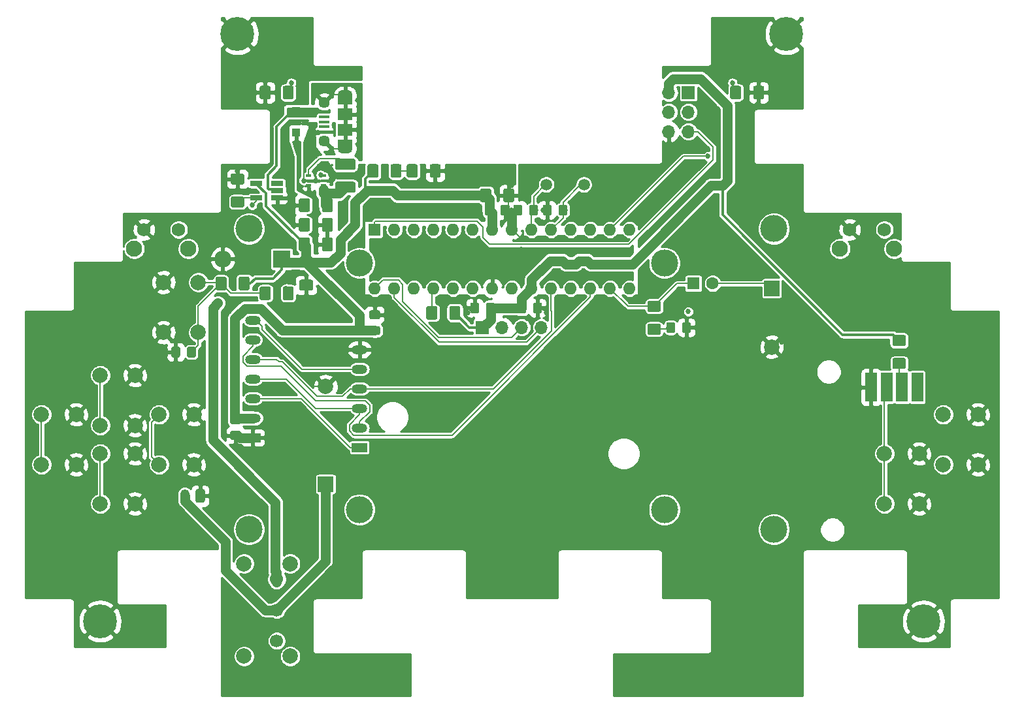
<source format=gbr>
G04 #@! TF.GenerationSoftware,KiCad,Pcbnew,5.1.2-f72e74a~84~ubuntu18.04.1*
G04 #@! TF.CreationDate,2019-06-25T00:33:59+02:00*
G04 #@! TF.ProjectId,invaders,696e7661-6465-4727-932e-6b696361645f,rev?*
G04 #@! TF.SameCoordinates,Original*
G04 #@! TF.FileFunction,Copper,L2,Bot*
G04 #@! TF.FilePolarity,Positive*
%FSLAX46Y46*%
G04 Gerber Fmt 4.6, Leading zero omitted, Abs format (unit mm)*
G04 Created by KiCad (PCBNEW 5.1.2-f72e74a~84~ubuntu18.04.1) date 2019-06-25 00:33:59*
%MOMM*%
%LPD*%
G04 APERTURE LIST*
%ADD10C,0.100000*%
%ADD11C,1.425000*%
%ADD12R,1.700000X1.700000*%
%ADD13O,1.700000X1.700000*%
%ADD14C,3.500000*%
%ADD15O,2.000000X1.200000*%
%ADD16R,2.000000X1.200000*%
%ADD17R,1.524000X3.800000*%
%ADD18C,1.700000*%
%ADD19C,2.000000*%
%ADD20C,1.150000*%
%ADD21C,0.700000*%
%ADD22C,4.400000*%
%ADD23R,1.100000X1.100000*%
%ADD24O,2.200000X2.200000*%
%ADD25R,2.200000X2.200000*%
%ADD26R,2.000000X2.000000*%
%ADD27C,1.600000*%
%ADD28R,1.600000X1.600000*%
%ADD29R,1.900000X1.200000*%
%ADD30O,1.900000X1.200000*%
%ADD31R,1.900000X1.500000*%
%ADD32C,1.450000*%
%ADD33R,1.350000X0.400000*%
%ADD34R,1.560000X0.650000*%
%ADD35O,1.200000X1.750000*%
%ADD36C,1.200000*%
%ADD37R,0.650000X0.400000*%
%ADD38C,1.500000*%
%ADD39O,1.600000X1.600000*%
%ADD40C,2.100000*%
%ADD41C,1.750000*%
%ADD42C,0.685800*%
%ADD43C,0.203200*%
%ADD44C,1.270000*%
%ADD45C,0.304800*%
%ADD46C,0.152400*%
%ADD47C,0.254000*%
G04 APERTURE END LIST*
D10*
G36*
X72659504Y-114061204D02*
G01*
X72683773Y-114064804D01*
X72707571Y-114070765D01*
X72730671Y-114079030D01*
X72752849Y-114089520D01*
X72773893Y-114102133D01*
X72793598Y-114116747D01*
X72811777Y-114133223D01*
X72828253Y-114151402D01*
X72842867Y-114171107D01*
X72855480Y-114192151D01*
X72865970Y-114214329D01*
X72874235Y-114237429D01*
X72880196Y-114261227D01*
X72883796Y-114285496D01*
X72885000Y-114310000D01*
X72885000Y-115560000D01*
X72883796Y-115584504D01*
X72880196Y-115608773D01*
X72874235Y-115632571D01*
X72865970Y-115655671D01*
X72855480Y-115677849D01*
X72842867Y-115698893D01*
X72828253Y-115718598D01*
X72811777Y-115736777D01*
X72793598Y-115753253D01*
X72773893Y-115767867D01*
X72752849Y-115780480D01*
X72730671Y-115790970D01*
X72707571Y-115799235D01*
X72683773Y-115805196D01*
X72659504Y-115808796D01*
X72635000Y-115810000D01*
X71710000Y-115810000D01*
X71685496Y-115808796D01*
X71661227Y-115805196D01*
X71637429Y-115799235D01*
X71614329Y-115790970D01*
X71592151Y-115780480D01*
X71571107Y-115767867D01*
X71551402Y-115753253D01*
X71533223Y-115736777D01*
X71516747Y-115718598D01*
X71502133Y-115698893D01*
X71489520Y-115677849D01*
X71479030Y-115655671D01*
X71470765Y-115632571D01*
X71464804Y-115608773D01*
X71461204Y-115584504D01*
X71460000Y-115560000D01*
X71460000Y-114310000D01*
X71461204Y-114285496D01*
X71464804Y-114261227D01*
X71470765Y-114237429D01*
X71479030Y-114214329D01*
X71489520Y-114192151D01*
X71502133Y-114171107D01*
X71516747Y-114151402D01*
X71533223Y-114133223D01*
X71551402Y-114116747D01*
X71571107Y-114102133D01*
X71592151Y-114089520D01*
X71614329Y-114079030D01*
X71637429Y-114070765D01*
X71661227Y-114064804D01*
X71685496Y-114061204D01*
X71710000Y-114060000D01*
X72635000Y-114060000D01*
X72659504Y-114061204D01*
X72659504Y-114061204D01*
G37*
D11*
X72172500Y-114935000D03*
D10*
G36*
X75634504Y-114061204D02*
G01*
X75658773Y-114064804D01*
X75682571Y-114070765D01*
X75705671Y-114079030D01*
X75727849Y-114089520D01*
X75748893Y-114102133D01*
X75768598Y-114116747D01*
X75786777Y-114133223D01*
X75803253Y-114151402D01*
X75817867Y-114171107D01*
X75830480Y-114192151D01*
X75840970Y-114214329D01*
X75849235Y-114237429D01*
X75855196Y-114261227D01*
X75858796Y-114285496D01*
X75860000Y-114310000D01*
X75860000Y-115560000D01*
X75858796Y-115584504D01*
X75855196Y-115608773D01*
X75849235Y-115632571D01*
X75840970Y-115655671D01*
X75830480Y-115677849D01*
X75817867Y-115698893D01*
X75803253Y-115718598D01*
X75786777Y-115736777D01*
X75768598Y-115753253D01*
X75748893Y-115767867D01*
X75727849Y-115780480D01*
X75705671Y-115790970D01*
X75682571Y-115799235D01*
X75658773Y-115805196D01*
X75634504Y-115808796D01*
X75610000Y-115810000D01*
X74685000Y-115810000D01*
X74660496Y-115808796D01*
X74636227Y-115805196D01*
X74612429Y-115799235D01*
X74589329Y-115790970D01*
X74567151Y-115780480D01*
X74546107Y-115767867D01*
X74526402Y-115753253D01*
X74508223Y-115736777D01*
X74491747Y-115718598D01*
X74477133Y-115698893D01*
X74464520Y-115677849D01*
X74454030Y-115655671D01*
X74445765Y-115632571D01*
X74439804Y-115608773D01*
X74436204Y-115584504D01*
X74435000Y-115560000D01*
X74435000Y-114310000D01*
X74436204Y-114285496D01*
X74439804Y-114261227D01*
X74445765Y-114237429D01*
X74454030Y-114214329D01*
X74464520Y-114192151D01*
X74477133Y-114171107D01*
X74491747Y-114151402D01*
X74508223Y-114133223D01*
X74526402Y-114116747D01*
X74546107Y-114102133D01*
X74567151Y-114089520D01*
X74589329Y-114079030D01*
X74612429Y-114070765D01*
X74636227Y-114064804D01*
X74660496Y-114061204D01*
X74685000Y-114060000D01*
X75610000Y-114060000D01*
X75634504Y-114061204D01*
X75634504Y-114061204D01*
G37*
D11*
X75147500Y-114935000D03*
D12*
X78726020Y-116840000D03*
D13*
X81266020Y-116840000D03*
X83806020Y-116840000D03*
X86346020Y-116840000D03*
D14*
X102300000Y-108460000D03*
X102300000Y-140460000D03*
X62800000Y-108460000D03*
X62800000Y-140460000D03*
D15*
X62800000Y-117168000D03*
X62800000Y-119708000D03*
X62800000Y-122248000D03*
X62800000Y-124788000D03*
X62800000Y-127328000D03*
X62800000Y-129868000D03*
D16*
X62800000Y-132408000D03*
X48982000Y-131138000D03*
D15*
X48982000Y-128598000D03*
X48982000Y-126058000D03*
X48982000Y-123518000D03*
X48982000Y-120978000D03*
X48982000Y-118438000D03*
X48982000Y-115898000D03*
D14*
X48482000Y-143018000D03*
X48482000Y-104018000D03*
X116482000Y-143018000D03*
X116482000Y-104018000D03*
D17*
X129080000Y-124580000D03*
X131080000Y-124580000D03*
X135080000Y-124580000D03*
X133080000Y-124580000D03*
D18*
X52070000Y-149480000D03*
X52070000Y-153480000D03*
X52070000Y-157480000D03*
D19*
X47820000Y-159480000D03*
X47820000Y-147480000D03*
X53820000Y-147480000D03*
X53820000Y-159480000D03*
D10*
G36*
X65244505Y-116656204D02*
G01*
X65268773Y-116659804D01*
X65292572Y-116665765D01*
X65315671Y-116674030D01*
X65337850Y-116684520D01*
X65358893Y-116697132D01*
X65378599Y-116711747D01*
X65396777Y-116728223D01*
X65413253Y-116746401D01*
X65427868Y-116766107D01*
X65440480Y-116787150D01*
X65450970Y-116809329D01*
X65459235Y-116832428D01*
X65465196Y-116856227D01*
X65468796Y-116880495D01*
X65470000Y-116904999D01*
X65470000Y-117555001D01*
X65468796Y-117579505D01*
X65465196Y-117603773D01*
X65459235Y-117627572D01*
X65450970Y-117650671D01*
X65440480Y-117672850D01*
X65427868Y-117693893D01*
X65413253Y-117713599D01*
X65396777Y-117731777D01*
X65378599Y-117748253D01*
X65358893Y-117762868D01*
X65337850Y-117775480D01*
X65315671Y-117785970D01*
X65292572Y-117794235D01*
X65268773Y-117800196D01*
X65244505Y-117803796D01*
X65220001Y-117805000D01*
X64319999Y-117805000D01*
X64295495Y-117803796D01*
X64271227Y-117800196D01*
X64247428Y-117794235D01*
X64224329Y-117785970D01*
X64202150Y-117775480D01*
X64181107Y-117762868D01*
X64161401Y-117748253D01*
X64143223Y-117731777D01*
X64126747Y-117713599D01*
X64112132Y-117693893D01*
X64099520Y-117672850D01*
X64089030Y-117650671D01*
X64080765Y-117627572D01*
X64074804Y-117603773D01*
X64071204Y-117579505D01*
X64070000Y-117555001D01*
X64070000Y-116904999D01*
X64071204Y-116880495D01*
X64074804Y-116856227D01*
X64080765Y-116832428D01*
X64089030Y-116809329D01*
X64099520Y-116787150D01*
X64112132Y-116766107D01*
X64126747Y-116746401D01*
X64143223Y-116728223D01*
X64161401Y-116711747D01*
X64181107Y-116697132D01*
X64202150Y-116684520D01*
X64224329Y-116674030D01*
X64247428Y-116665765D01*
X64271227Y-116659804D01*
X64295495Y-116656204D01*
X64319999Y-116655000D01*
X65220001Y-116655000D01*
X65244505Y-116656204D01*
X65244505Y-116656204D01*
G37*
D20*
X64770000Y-117230000D03*
D10*
G36*
X65244505Y-114606204D02*
G01*
X65268773Y-114609804D01*
X65292572Y-114615765D01*
X65315671Y-114624030D01*
X65337850Y-114634520D01*
X65358893Y-114647132D01*
X65378599Y-114661747D01*
X65396777Y-114678223D01*
X65413253Y-114696401D01*
X65427868Y-114716107D01*
X65440480Y-114737150D01*
X65450970Y-114759329D01*
X65459235Y-114782428D01*
X65465196Y-114806227D01*
X65468796Y-114830495D01*
X65470000Y-114854999D01*
X65470000Y-115505001D01*
X65468796Y-115529505D01*
X65465196Y-115553773D01*
X65459235Y-115577572D01*
X65450970Y-115600671D01*
X65440480Y-115622850D01*
X65427868Y-115643893D01*
X65413253Y-115663599D01*
X65396777Y-115681777D01*
X65378599Y-115698253D01*
X65358893Y-115712868D01*
X65337850Y-115725480D01*
X65315671Y-115735970D01*
X65292572Y-115744235D01*
X65268773Y-115750196D01*
X65244505Y-115753796D01*
X65220001Y-115755000D01*
X64319999Y-115755000D01*
X64295495Y-115753796D01*
X64271227Y-115750196D01*
X64247428Y-115744235D01*
X64224329Y-115735970D01*
X64202150Y-115725480D01*
X64181107Y-115712868D01*
X64161401Y-115698253D01*
X64143223Y-115681777D01*
X64126747Y-115663599D01*
X64112132Y-115643893D01*
X64099520Y-115622850D01*
X64089030Y-115600671D01*
X64080765Y-115577572D01*
X64074804Y-115553773D01*
X64071204Y-115529505D01*
X64070000Y-115505001D01*
X64070000Y-114854999D01*
X64071204Y-114830495D01*
X64074804Y-114806227D01*
X64080765Y-114782428D01*
X64089030Y-114759329D01*
X64099520Y-114737150D01*
X64112132Y-114716107D01*
X64126747Y-114696401D01*
X64143223Y-114678223D01*
X64161401Y-114661747D01*
X64181107Y-114647132D01*
X64202150Y-114634520D01*
X64224329Y-114624030D01*
X64247428Y-114615765D01*
X64271227Y-114609804D01*
X64295495Y-114606204D01*
X64319999Y-114605000D01*
X65220001Y-114605000D01*
X65244505Y-114606204D01*
X65244505Y-114606204D01*
G37*
D20*
X64770000Y-115180000D03*
D10*
G36*
X89512505Y-100901204D02*
G01*
X89536773Y-100904804D01*
X89560572Y-100910765D01*
X89583671Y-100919030D01*
X89605850Y-100929520D01*
X89626893Y-100942132D01*
X89646599Y-100956747D01*
X89664777Y-100973223D01*
X89681253Y-100991401D01*
X89695868Y-101011107D01*
X89708480Y-101032150D01*
X89718970Y-101054329D01*
X89727235Y-101077428D01*
X89733196Y-101101227D01*
X89736796Y-101125495D01*
X89738000Y-101149999D01*
X89738000Y-102050001D01*
X89736796Y-102074505D01*
X89733196Y-102098773D01*
X89727235Y-102122572D01*
X89718970Y-102145671D01*
X89708480Y-102167850D01*
X89695868Y-102188893D01*
X89681253Y-102208599D01*
X89664777Y-102226777D01*
X89646599Y-102243253D01*
X89626893Y-102257868D01*
X89605850Y-102270480D01*
X89583671Y-102280970D01*
X89560572Y-102289235D01*
X89536773Y-102295196D01*
X89512505Y-102298796D01*
X89488001Y-102300000D01*
X88837999Y-102300000D01*
X88813495Y-102298796D01*
X88789227Y-102295196D01*
X88765428Y-102289235D01*
X88742329Y-102280970D01*
X88720150Y-102270480D01*
X88699107Y-102257868D01*
X88679401Y-102243253D01*
X88661223Y-102226777D01*
X88644747Y-102208599D01*
X88630132Y-102188893D01*
X88617520Y-102167850D01*
X88607030Y-102145671D01*
X88598765Y-102122572D01*
X88592804Y-102098773D01*
X88589204Y-102074505D01*
X88588000Y-102050001D01*
X88588000Y-101149999D01*
X88589204Y-101125495D01*
X88592804Y-101101227D01*
X88598765Y-101077428D01*
X88607030Y-101054329D01*
X88617520Y-101032150D01*
X88630132Y-101011107D01*
X88644747Y-100991401D01*
X88661223Y-100973223D01*
X88679401Y-100956747D01*
X88699107Y-100942132D01*
X88720150Y-100929520D01*
X88742329Y-100919030D01*
X88765428Y-100910765D01*
X88789227Y-100904804D01*
X88813495Y-100901204D01*
X88837999Y-100900000D01*
X89488001Y-100900000D01*
X89512505Y-100901204D01*
X89512505Y-100901204D01*
G37*
D20*
X89163000Y-101600000D03*
D10*
G36*
X87462505Y-100901204D02*
G01*
X87486773Y-100904804D01*
X87510572Y-100910765D01*
X87533671Y-100919030D01*
X87555850Y-100929520D01*
X87576893Y-100942132D01*
X87596599Y-100956747D01*
X87614777Y-100973223D01*
X87631253Y-100991401D01*
X87645868Y-101011107D01*
X87658480Y-101032150D01*
X87668970Y-101054329D01*
X87677235Y-101077428D01*
X87683196Y-101101227D01*
X87686796Y-101125495D01*
X87688000Y-101149999D01*
X87688000Y-102050001D01*
X87686796Y-102074505D01*
X87683196Y-102098773D01*
X87677235Y-102122572D01*
X87668970Y-102145671D01*
X87658480Y-102167850D01*
X87645868Y-102188893D01*
X87631253Y-102208599D01*
X87614777Y-102226777D01*
X87596599Y-102243253D01*
X87576893Y-102257868D01*
X87555850Y-102270480D01*
X87533671Y-102280970D01*
X87510572Y-102289235D01*
X87486773Y-102295196D01*
X87462505Y-102298796D01*
X87438001Y-102300000D01*
X86787999Y-102300000D01*
X86763495Y-102298796D01*
X86739227Y-102295196D01*
X86715428Y-102289235D01*
X86692329Y-102280970D01*
X86670150Y-102270480D01*
X86649107Y-102257868D01*
X86629401Y-102243253D01*
X86611223Y-102226777D01*
X86594747Y-102208599D01*
X86580132Y-102188893D01*
X86567520Y-102167850D01*
X86557030Y-102145671D01*
X86548765Y-102122572D01*
X86542804Y-102098773D01*
X86539204Y-102074505D01*
X86538000Y-102050001D01*
X86538000Y-101149999D01*
X86539204Y-101125495D01*
X86542804Y-101101227D01*
X86548765Y-101077428D01*
X86557030Y-101054329D01*
X86567520Y-101032150D01*
X86580132Y-101011107D01*
X86594747Y-100991401D01*
X86611223Y-100973223D01*
X86629401Y-100956747D01*
X86649107Y-100942132D01*
X86670150Y-100929520D01*
X86692329Y-100919030D01*
X86715428Y-100910765D01*
X86739227Y-100904804D01*
X86763495Y-100901204D01*
X86787999Y-100900000D01*
X87438001Y-100900000D01*
X87462505Y-100901204D01*
X87462505Y-100901204D01*
G37*
D20*
X87113000Y-101600000D03*
D21*
X30376726Y-153773274D03*
X29210000Y-153290000D03*
X28043274Y-153773274D03*
X27560000Y-154940000D03*
X28043274Y-156106726D03*
X29210000Y-156590000D03*
X30376726Y-156106726D03*
X30860000Y-154940000D03*
D22*
X29210000Y-154940000D03*
D21*
X119276726Y-77573274D03*
X118110000Y-77090000D03*
X116943274Y-77573274D03*
X116460000Y-78740000D03*
X116943274Y-79906726D03*
X118110000Y-80390000D03*
X119276726Y-79906726D03*
X119760000Y-78740000D03*
D22*
X118110000Y-78740000D03*
D21*
X137056726Y-153773274D03*
X135890000Y-153290000D03*
X134723274Y-153773274D03*
X134240000Y-154940000D03*
X134723274Y-156106726D03*
X135890000Y-156590000D03*
X137056726Y-156106726D03*
X137540000Y-154940000D03*
D22*
X135890000Y-154940000D03*
D21*
X48156726Y-77573274D03*
X46990000Y-77090000D03*
X45823274Y-77573274D03*
X45340000Y-78740000D03*
X45823274Y-79906726D03*
X46990000Y-80390000D03*
X48156726Y-79906726D03*
X48640000Y-78740000D03*
D22*
X46990000Y-78740000D03*
D10*
G36*
X133364504Y-117816204D02*
G01*
X133388773Y-117819804D01*
X133412571Y-117825765D01*
X133435671Y-117834030D01*
X133457849Y-117844520D01*
X133478893Y-117857133D01*
X133498598Y-117871747D01*
X133516777Y-117888223D01*
X133533253Y-117906402D01*
X133547867Y-117926107D01*
X133560480Y-117947151D01*
X133570970Y-117969329D01*
X133579235Y-117992429D01*
X133585196Y-118016227D01*
X133588796Y-118040496D01*
X133590000Y-118065000D01*
X133590000Y-118990000D01*
X133588796Y-119014504D01*
X133585196Y-119038773D01*
X133579235Y-119062571D01*
X133570970Y-119085671D01*
X133560480Y-119107849D01*
X133547867Y-119128893D01*
X133533253Y-119148598D01*
X133516777Y-119166777D01*
X133498598Y-119183253D01*
X133478893Y-119197867D01*
X133457849Y-119210480D01*
X133435671Y-119220970D01*
X133412571Y-119229235D01*
X133388773Y-119235196D01*
X133364504Y-119238796D01*
X133340000Y-119240000D01*
X132090000Y-119240000D01*
X132065496Y-119238796D01*
X132041227Y-119235196D01*
X132017429Y-119229235D01*
X131994329Y-119220970D01*
X131972151Y-119210480D01*
X131951107Y-119197867D01*
X131931402Y-119183253D01*
X131913223Y-119166777D01*
X131896747Y-119148598D01*
X131882133Y-119128893D01*
X131869520Y-119107849D01*
X131859030Y-119085671D01*
X131850765Y-119062571D01*
X131844804Y-119038773D01*
X131841204Y-119014504D01*
X131840000Y-118990000D01*
X131840000Y-118065000D01*
X131841204Y-118040496D01*
X131844804Y-118016227D01*
X131850765Y-117992429D01*
X131859030Y-117969329D01*
X131869520Y-117947151D01*
X131882133Y-117926107D01*
X131896747Y-117906402D01*
X131913223Y-117888223D01*
X131931402Y-117871747D01*
X131951107Y-117857133D01*
X131972151Y-117844520D01*
X131994329Y-117834030D01*
X132017429Y-117825765D01*
X132041227Y-117819804D01*
X132065496Y-117816204D01*
X132090000Y-117815000D01*
X133340000Y-117815000D01*
X133364504Y-117816204D01*
X133364504Y-117816204D01*
G37*
D11*
X132715000Y-118527500D03*
D10*
G36*
X133364504Y-120791204D02*
G01*
X133388773Y-120794804D01*
X133412571Y-120800765D01*
X133435671Y-120809030D01*
X133457849Y-120819520D01*
X133478893Y-120832133D01*
X133498598Y-120846747D01*
X133516777Y-120863223D01*
X133533253Y-120881402D01*
X133547867Y-120901107D01*
X133560480Y-120922151D01*
X133570970Y-120944329D01*
X133579235Y-120967429D01*
X133585196Y-120991227D01*
X133588796Y-121015496D01*
X133590000Y-121040000D01*
X133590000Y-121965000D01*
X133588796Y-121989504D01*
X133585196Y-122013773D01*
X133579235Y-122037571D01*
X133570970Y-122060671D01*
X133560480Y-122082849D01*
X133547867Y-122103893D01*
X133533253Y-122123598D01*
X133516777Y-122141777D01*
X133498598Y-122158253D01*
X133478893Y-122172867D01*
X133457849Y-122185480D01*
X133435671Y-122195970D01*
X133412571Y-122204235D01*
X133388773Y-122210196D01*
X133364504Y-122213796D01*
X133340000Y-122215000D01*
X132090000Y-122215000D01*
X132065496Y-122213796D01*
X132041227Y-122210196D01*
X132017429Y-122204235D01*
X131994329Y-122195970D01*
X131972151Y-122185480D01*
X131951107Y-122172867D01*
X131931402Y-122158253D01*
X131913223Y-122141777D01*
X131896747Y-122123598D01*
X131882133Y-122103893D01*
X131869520Y-122082849D01*
X131859030Y-122060671D01*
X131850765Y-122037571D01*
X131844804Y-122013773D01*
X131841204Y-121989504D01*
X131840000Y-121965000D01*
X131840000Y-121040000D01*
X131841204Y-121015496D01*
X131844804Y-120991227D01*
X131850765Y-120967429D01*
X131859030Y-120944329D01*
X131869520Y-120922151D01*
X131882133Y-120901107D01*
X131896747Y-120881402D01*
X131913223Y-120863223D01*
X131931402Y-120846747D01*
X131951107Y-120832133D01*
X131972151Y-120819520D01*
X131994329Y-120809030D01*
X132017429Y-120800765D01*
X132041227Y-120794804D01*
X132065496Y-120791204D01*
X132090000Y-120790000D01*
X133340000Y-120790000D01*
X133364504Y-120791204D01*
X133364504Y-120791204D01*
G37*
D11*
X132715000Y-121502500D03*
D10*
G36*
X115004504Y-85486204D02*
G01*
X115028773Y-85489804D01*
X115052571Y-85495765D01*
X115075671Y-85504030D01*
X115097849Y-85514520D01*
X115118893Y-85527133D01*
X115138598Y-85541747D01*
X115156777Y-85558223D01*
X115173253Y-85576402D01*
X115187867Y-85596107D01*
X115200480Y-85617151D01*
X115210970Y-85639329D01*
X115219235Y-85662429D01*
X115225196Y-85686227D01*
X115228796Y-85710496D01*
X115230000Y-85735000D01*
X115230000Y-86985000D01*
X115228796Y-87009504D01*
X115225196Y-87033773D01*
X115219235Y-87057571D01*
X115210970Y-87080671D01*
X115200480Y-87102849D01*
X115187867Y-87123893D01*
X115173253Y-87143598D01*
X115156777Y-87161777D01*
X115138598Y-87178253D01*
X115118893Y-87192867D01*
X115097849Y-87205480D01*
X115075671Y-87215970D01*
X115052571Y-87224235D01*
X115028773Y-87230196D01*
X115004504Y-87233796D01*
X114980000Y-87235000D01*
X114055000Y-87235000D01*
X114030496Y-87233796D01*
X114006227Y-87230196D01*
X113982429Y-87224235D01*
X113959329Y-87215970D01*
X113937151Y-87205480D01*
X113916107Y-87192867D01*
X113896402Y-87178253D01*
X113878223Y-87161777D01*
X113861747Y-87143598D01*
X113847133Y-87123893D01*
X113834520Y-87102849D01*
X113824030Y-87080671D01*
X113815765Y-87057571D01*
X113809804Y-87033773D01*
X113806204Y-87009504D01*
X113805000Y-86985000D01*
X113805000Y-85735000D01*
X113806204Y-85710496D01*
X113809804Y-85686227D01*
X113815765Y-85662429D01*
X113824030Y-85639329D01*
X113834520Y-85617151D01*
X113847133Y-85596107D01*
X113861747Y-85576402D01*
X113878223Y-85558223D01*
X113896402Y-85541747D01*
X113916107Y-85527133D01*
X113937151Y-85514520D01*
X113959329Y-85504030D01*
X113982429Y-85495765D01*
X114006227Y-85489804D01*
X114030496Y-85486204D01*
X114055000Y-85485000D01*
X114980000Y-85485000D01*
X115004504Y-85486204D01*
X115004504Y-85486204D01*
G37*
D11*
X114517500Y-86360000D03*
D10*
G36*
X112029504Y-85486204D02*
G01*
X112053773Y-85489804D01*
X112077571Y-85495765D01*
X112100671Y-85504030D01*
X112122849Y-85514520D01*
X112143893Y-85527133D01*
X112163598Y-85541747D01*
X112181777Y-85558223D01*
X112198253Y-85576402D01*
X112212867Y-85596107D01*
X112225480Y-85617151D01*
X112235970Y-85639329D01*
X112244235Y-85662429D01*
X112250196Y-85686227D01*
X112253796Y-85710496D01*
X112255000Y-85735000D01*
X112255000Y-86985000D01*
X112253796Y-87009504D01*
X112250196Y-87033773D01*
X112244235Y-87057571D01*
X112235970Y-87080671D01*
X112225480Y-87102849D01*
X112212867Y-87123893D01*
X112198253Y-87143598D01*
X112181777Y-87161777D01*
X112163598Y-87178253D01*
X112143893Y-87192867D01*
X112122849Y-87205480D01*
X112100671Y-87215970D01*
X112077571Y-87224235D01*
X112053773Y-87230196D01*
X112029504Y-87233796D01*
X112005000Y-87235000D01*
X111080000Y-87235000D01*
X111055496Y-87233796D01*
X111031227Y-87230196D01*
X111007429Y-87224235D01*
X110984329Y-87215970D01*
X110962151Y-87205480D01*
X110941107Y-87192867D01*
X110921402Y-87178253D01*
X110903223Y-87161777D01*
X110886747Y-87143598D01*
X110872133Y-87123893D01*
X110859520Y-87102849D01*
X110849030Y-87080671D01*
X110840765Y-87057571D01*
X110834804Y-87033773D01*
X110831204Y-87009504D01*
X110830000Y-86985000D01*
X110830000Y-85735000D01*
X110831204Y-85710496D01*
X110834804Y-85686227D01*
X110840765Y-85662429D01*
X110849030Y-85639329D01*
X110859520Y-85617151D01*
X110872133Y-85596107D01*
X110886747Y-85576402D01*
X110903223Y-85558223D01*
X110921402Y-85541747D01*
X110941107Y-85527133D01*
X110962151Y-85514520D01*
X110984329Y-85504030D01*
X111007429Y-85495765D01*
X111031227Y-85489804D01*
X111055496Y-85486204D01*
X111080000Y-85485000D01*
X112005000Y-85485000D01*
X112029504Y-85486204D01*
X112029504Y-85486204D01*
G37*
D11*
X111542500Y-86360000D03*
D10*
G36*
X51069504Y-85486204D02*
G01*
X51093773Y-85489804D01*
X51117571Y-85495765D01*
X51140671Y-85504030D01*
X51162849Y-85514520D01*
X51183893Y-85527133D01*
X51203598Y-85541747D01*
X51221777Y-85558223D01*
X51238253Y-85576402D01*
X51252867Y-85596107D01*
X51265480Y-85617151D01*
X51275970Y-85639329D01*
X51284235Y-85662429D01*
X51290196Y-85686227D01*
X51293796Y-85710496D01*
X51295000Y-85735000D01*
X51295000Y-86985000D01*
X51293796Y-87009504D01*
X51290196Y-87033773D01*
X51284235Y-87057571D01*
X51275970Y-87080671D01*
X51265480Y-87102849D01*
X51252867Y-87123893D01*
X51238253Y-87143598D01*
X51221777Y-87161777D01*
X51203598Y-87178253D01*
X51183893Y-87192867D01*
X51162849Y-87205480D01*
X51140671Y-87215970D01*
X51117571Y-87224235D01*
X51093773Y-87230196D01*
X51069504Y-87233796D01*
X51045000Y-87235000D01*
X50120000Y-87235000D01*
X50095496Y-87233796D01*
X50071227Y-87230196D01*
X50047429Y-87224235D01*
X50024329Y-87215970D01*
X50002151Y-87205480D01*
X49981107Y-87192867D01*
X49961402Y-87178253D01*
X49943223Y-87161777D01*
X49926747Y-87143598D01*
X49912133Y-87123893D01*
X49899520Y-87102849D01*
X49889030Y-87080671D01*
X49880765Y-87057571D01*
X49874804Y-87033773D01*
X49871204Y-87009504D01*
X49870000Y-86985000D01*
X49870000Y-85735000D01*
X49871204Y-85710496D01*
X49874804Y-85686227D01*
X49880765Y-85662429D01*
X49889030Y-85639329D01*
X49899520Y-85617151D01*
X49912133Y-85596107D01*
X49926747Y-85576402D01*
X49943223Y-85558223D01*
X49961402Y-85541747D01*
X49981107Y-85527133D01*
X50002151Y-85514520D01*
X50024329Y-85504030D01*
X50047429Y-85495765D01*
X50071227Y-85489804D01*
X50095496Y-85486204D01*
X50120000Y-85485000D01*
X51045000Y-85485000D01*
X51069504Y-85486204D01*
X51069504Y-85486204D01*
G37*
D11*
X50582500Y-86360000D03*
D10*
G36*
X54044504Y-85486204D02*
G01*
X54068773Y-85489804D01*
X54092571Y-85495765D01*
X54115671Y-85504030D01*
X54137849Y-85514520D01*
X54158893Y-85527133D01*
X54178598Y-85541747D01*
X54196777Y-85558223D01*
X54213253Y-85576402D01*
X54227867Y-85596107D01*
X54240480Y-85617151D01*
X54250970Y-85639329D01*
X54259235Y-85662429D01*
X54265196Y-85686227D01*
X54268796Y-85710496D01*
X54270000Y-85735000D01*
X54270000Y-86985000D01*
X54268796Y-87009504D01*
X54265196Y-87033773D01*
X54259235Y-87057571D01*
X54250970Y-87080671D01*
X54240480Y-87102849D01*
X54227867Y-87123893D01*
X54213253Y-87143598D01*
X54196777Y-87161777D01*
X54178598Y-87178253D01*
X54158893Y-87192867D01*
X54137849Y-87205480D01*
X54115671Y-87215970D01*
X54092571Y-87224235D01*
X54068773Y-87230196D01*
X54044504Y-87233796D01*
X54020000Y-87235000D01*
X53095000Y-87235000D01*
X53070496Y-87233796D01*
X53046227Y-87230196D01*
X53022429Y-87224235D01*
X52999329Y-87215970D01*
X52977151Y-87205480D01*
X52956107Y-87192867D01*
X52936402Y-87178253D01*
X52918223Y-87161777D01*
X52901747Y-87143598D01*
X52887133Y-87123893D01*
X52874520Y-87102849D01*
X52864030Y-87080671D01*
X52855765Y-87057571D01*
X52849804Y-87033773D01*
X52846204Y-87009504D01*
X52845000Y-86985000D01*
X52845000Y-85735000D01*
X52846204Y-85710496D01*
X52849804Y-85686227D01*
X52855765Y-85662429D01*
X52864030Y-85639329D01*
X52874520Y-85617151D01*
X52887133Y-85596107D01*
X52901747Y-85576402D01*
X52918223Y-85558223D01*
X52936402Y-85541747D01*
X52956107Y-85527133D01*
X52977151Y-85514520D01*
X52999329Y-85504030D01*
X53022429Y-85495765D01*
X53046227Y-85489804D01*
X53070496Y-85486204D01*
X53095000Y-85485000D01*
X54020000Y-85485000D01*
X54044504Y-85486204D01*
X54044504Y-85486204D01*
G37*
D11*
X53557500Y-86360000D03*
D13*
X102870000Y-91440000D03*
X105410000Y-91440000D03*
X102870000Y-88900000D03*
X105410000Y-88900000D03*
X102870000Y-86360000D03*
D12*
X105410000Y-86360000D03*
D10*
G36*
X86219505Y-113601204D02*
G01*
X86243773Y-113604804D01*
X86267572Y-113610765D01*
X86290671Y-113619030D01*
X86312850Y-113629520D01*
X86333893Y-113642132D01*
X86353599Y-113656747D01*
X86371777Y-113673223D01*
X86388253Y-113691401D01*
X86402868Y-113711107D01*
X86415480Y-113732150D01*
X86425970Y-113754329D01*
X86434235Y-113777428D01*
X86440196Y-113801227D01*
X86443796Y-113825495D01*
X86445000Y-113849999D01*
X86445000Y-114750001D01*
X86443796Y-114774505D01*
X86440196Y-114798773D01*
X86434235Y-114822572D01*
X86425970Y-114845671D01*
X86415480Y-114867850D01*
X86402868Y-114888893D01*
X86388253Y-114908599D01*
X86371777Y-114926777D01*
X86353599Y-114943253D01*
X86333893Y-114957868D01*
X86312850Y-114970480D01*
X86290671Y-114980970D01*
X86267572Y-114989235D01*
X86243773Y-114995196D01*
X86219505Y-114998796D01*
X86195001Y-115000000D01*
X85544999Y-115000000D01*
X85520495Y-114998796D01*
X85496227Y-114995196D01*
X85472428Y-114989235D01*
X85449329Y-114980970D01*
X85427150Y-114970480D01*
X85406107Y-114957868D01*
X85386401Y-114943253D01*
X85368223Y-114926777D01*
X85351747Y-114908599D01*
X85337132Y-114888893D01*
X85324520Y-114867850D01*
X85314030Y-114845671D01*
X85305765Y-114822572D01*
X85299804Y-114798773D01*
X85296204Y-114774505D01*
X85295000Y-114750001D01*
X85295000Y-113849999D01*
X85296204Y-113825495D01*
X85299804Y-113801227D01*
X85305765Y-113777428D01*
X85314030Y-113754329D01*
X85324520Y-113732150D01*
X85337132Y-113711107D01*
X85351747Y-113691401D01*
X85368223Y-113673223D01*
X85386401Y-113656747D01*
X85406107Y-113642132D01*
X85427150Y-113629520D01*
X85449329Y-113619030D01*
X85472428Y-113610765D01*
X85496227Y-113604804D01*
X85520495Y-113601204D01*
X85544999Y-113600000D01*
X86195001Y-113600000D01*
X86219505Y-113601204D01*
X86219505Y-113601204D01*
G37*
D20*
X85870000Y-114300000D03*
D10*
G36*
X84169505Y-113601204D02*
G01*
X84193773Y-113604804D01*
X84217572Y-113610765D01*
X84240671Y-113619030D01*
X84262850Y-113629520D01*
X84283893Y-113642132D01*
X84303599Y-113656747D01*
X84321777Y-113673223D01*
X84338253Y-113691401D01*
X84352868Y-113711107D01*
X84365480Y-113732150D01*
X84375970Y-113754329D01*
X84384235Y-113777428D01*
X84390196Y-113801227D01*
X84393796Y-113825495D01*
X84395000Y-113849999D01*
X84395000Y-114750001D01*
X84393796Y-114774505D01*
X84390196Y-114798773D01*
X84384235Y-114822572D01*
X84375970Y-114845671D01*
X84365480Y-114867850D01*
X84352868Y-114888893D01*
X84338253Y-114908599D01*
X84321777Y-114926777D01*
X84303599Y-114943253D01*
X84283893Y-114957868D01*
X84262850Y-114970480D01*
X84240671Y-114980970D01*
X84217572Y-114989235D01*
X84193773Y-114995196D01*
X84169505Y-114998796D01*
X84145001Y-115000000D01*
X83494999Y-115000000D01*
X83470495Y-114998796D01*
X83446227Y-114995196D01*
X83422428Y-114989235D01*
X83399329Y-114980970D01*
X83377150Y-114970480D01*
X83356107Y-114957868D01*
X83336401Y-114943253D01*
X83318223Y-114926777D01*
X83301747Y-114908599D01*
X83287132Y-114888893D01*
X83274520Y-114867850D01*
X83264030Y-114845671D01*
X83255765Y-114822572D01*
X83249804Y-114798773D01*
X83246204Y-114774505D01*
X83245000Y-114750001D01*
X83245000Y-113849999D01*
X83246204Y-113825495D01*
X83249804Y-113801227D01*
X83255765Y-113777428D01*
X83264030Y-113754329D01*
X83274520Y-113732150D01*
X83287132Y-113711107D01*
X83301747Y-113691401D01*
X83318223Y-113673223D01*
X83336401Y-113656747D01*
X83356107Y-113642132D01*
X83377150Y-113629520D01*
X83399329Y-113619030D01*
X83422428Y-113610765D01*
X83446227Y-113604804D01*
X83470495Y-113601204D01*
X83494999Y-113600000D01*
X84145001Y-113600000D01*
X84169505Y-113601204D01*
X84169505Y-113601204D01*
G37*
D20*
X83820000Y-114300000D03*
D10*
G36*
X47210505Y-128204204D02*
G01*
X47234773Y-128207804D01*
X47258572Y-128213765D01*
X47281671Y-128222030D01*
X47303850Y-128232520D01*
X47324893Y-128245132D01*
X47344599Y-128259747D01*
X47362777Y-128276223D01*
X47379253Y-128294401D01*
X47393868Y-128314107D01*
X47406480Y-128335150D01*
X47416970Y-128357329D01*
X47425235Y-128380428D01*
X47431196Y-128404227D01*
X47434796Y-128428495D01*
X47436000Y-128452999D01*
X47436000Y-129103001D01*
X47434796Y-129127505D01*
X47431196Y-129151773D01*
X47425235Y-129175572D01*
X47416970Y-129198671D01*
X47406480Y-129220850D01*
X47393868Y-129241893D01*
X47379253Y-129261599D01*
X47362777Y-129279777D01*
X47344599Y-129296253D01*
X47324893Y-129310868D01*
X47303850Y-129323480D01*
X47281671Y-129333970D01*
X47258572Y-129342235D01*
X47234773Y-129348196D01*
X47210505Y-129351796D01*
X47186001Y-129353000D01*
X46285999Y-129353000D01*
X46261495Y-129351796D01*
X46237227Y-129348196D01*
X46213428Y-129342235D01*
X46190329Y-129333970D01*
X46168150Y-129323480D01*
X46147107Y-129310868D01*
X46127401Y-129296253D01*
X46109223Y-129279777D01*
X46092747Y-129261599D01*
X46078132Y-129241893D01*
X46065520Y-129220850D01*
X46055030Y-129198671D01*
X46046765Y-129175572D01*
X46040804Y-129151773D01*
X46037204Y-129127505D01*
X46036000Y-129103001D01*
X46036000Y-128452999D01*
X46037204Y-128428495D01*
X46040804Y-128404227D01*
X46046765Y-128380428D01*
X46055030Y-128357329D01*
X46065520Y-128335150D01*
X46078132Y-128314107D01*
X46092747Y-128294401D01*
X46109223Y-128276223D01*
X46127401Y-128259747D01*
X46147107Y-128245132D01*
X46168150Y-128232520D01*
X46190329Y-128222030D01*
X46213428Y-128213765D01*
X46237227Y-128207804D01*
X46261495Y-128204204D01*
X46285999Y-128203000D01*
X47186001Y-128203000D01*
X47210505Y-128204204D01*
X47210505Y-128204204D01*
G37*
D20*
X46736000Y-128778000D03*
D10*
G36*
X47210505Y-130254204D02*
G01*
X47234773Y-130257804D01*
X47258572Y-130263765D01*
X47281671Y-130272030D01*
X47303850Y-130282520D01*
X47324893Y-130295132D01*
X47344599Y-130309747D01*
X47362777Y-130326223D01*
X47379253Y-130344401D01*
X47393868Y-130364107D01*
X47406480Y-130385150D01*
X47416970Y-130407329D01*
X47425235Y-130430428D01*
X47431196Y-130454227D01*
X47434796Y-130478495D01*
X47436000Y-130502999D01*
X47436000Y-131153001D01*
X47434796Y-131177505D01*
X47431196Y-131201773D01*
X47425235Y-131225572D01*
X47416970Y-131248671D01*
X47406480Y-131270850D01*
X47393868Y-131291893D01*
X47379253Y-131311599D01*
X47362777Y-131329777D01*
X47344599Y-131346253D01*
X47324893Y-131360868D01*
X47303850Y-131373480D01*
X47281671Y-131383970D01*
X47258572Y-131392235D01*
X47234773Y-131398196D01*
X47210505Y-131401796D01*
X47186001Y-131403000D01*
X46285999Y-131403000D01*
X46261495Y-131401796D01*
X46237227Y-131398196D01*
X46213428Y-131392235D01*
X46190329Y-131383970D01*
X46168150Y-131373480D01*
X46147107Y-131360868D01*
X46127401Y-131346253D01*
X46109223Y-131329777D01*
X46092747Y-131311599D01*
X46078132Y-131291893D01*
X46065520Y-131270850D01*
X46055030Y-131248671D01*
X46046765Y-131225572D01*
X46040804Y-131201773D01*
X46037204Y-131177505D01*
X46036000Y-131153001D01*
X46036000Y-130502999D01*
X46037204Y-130478495D01*
X46040804Y-130454227D01*
X46046765Y-130430428D01*
X46055030Y-130407329D01*
X46065520Y-130385150D01*
X46078132Y-130364107D01*
X46092747Y-130344401D01*
X46109223Y-130326223D01*
X46127401Y-130309747D01*
X46147107Y-130295132D01*
X46168150Y-130282520D01*
X46190329Y-130272030D01*
X46213428Y-130263765D01*
X46237227Y-130257804D01*
X46261495Y-130254204D01*
X46285999Y-130253000D01*
X47186001Y-130253000D01*
X47210505Y-130254204D01*
X47210505Y-130254204D01*
G37*
D20*
X46736000Y-130828000D03*
D10*
G36*
X78064505Y-113601204D02*
G01*
X78088773Y-113604804D01*
X78112572Y-113610765D01*
X78135671Y-113619030D01*
X78157850Y-113629520D01*
X78178893Y-113642132D01*
X78198599Y-113656747D01*
X78216777Y-113673223D01*
X78233253Y-113691401D01*
X78247868Y-113711107D01*
X78260480Y-113732150D01*
X78270970Y-113754329D01*
X78279235Y-113777428D01*
X78285196Y-113801227D01*
X78288796Y-113825495D01*
X78290000Y-113849999D01*
X78290000Y-114750001D01*
X78288796Y-114774505D01*
X78285196Y-114798773D01*
X78279235Y-114822572D01*
X78270970Y-114845671D01*
X78260480Y-114867850D01*
X78247868Y-114888893D01*
X78233253Y-114908599D01*
X78216777Y-114926777D01*
X78198599Y-114943253D01*
X78178893Y-114957868D01*
X78157850Y-114970480D01*
X78135671Y-114980970D01*
X78112572Y-114989235D01*
X78088773Y-114995196D01*
X78064505Y-114998796D01*
X78040001Y-115000000D01*
X77389999Y-115000000D01*
X77365495Y-114998796D01*
X77341227Y-114995196D01*
X77317428Y-114989235D01*
X77294329Y-114980970D01*
X77272150Y-114970480D01*
X77251107Y-114957868D01*
X77231401Y-114943253D01*
X77213223Y-114926777D01*
X77196747Y-114908599D01*
X77182132Y-114888893D01*
X77169520Y-114867850D01*
X77159030Y-114845671D01*
X77150765Y-114822572D01*
X77144804Y-114798773D01*
X77141204Y-114774505D01*
X77140000Y-114750001D01*
X77140000Y-113849999D01*
X77141204Y-113825495D01*
X77144804Y-113801227D01*
X77150765Y-113777428D01*
X77159030Y-113754329D01*
X77169520Y-113732150D01*
X77182132Y-113711107D01*
X77196747Y-113691401D01*
X77213223Y-113673223D01*
X77231401Y-113656747D01*
X77251107Y-113642132D01*
X77272150Y-113629520D01*
X77294329Y-113619030D01*
X77317428Y-113610765D01*
X77341227Y-113604804D01*
X77365495Y-113601204D01*
X77389999Y-113600000D01*
X78040001Y-113600000D01*
X78064505Y-113601204D01*
X78064505Y-113601204D01*
G37*
D20*
X77715000Y-114300000D03*
D10*
G36*
X80114505Y-113601204D02*
G01*
X80138773Y-113604804D01*
X80162572Y-113610765D01*
X80185671Y-113619030D01*
X80207850Y-113629520D01*
X80228893Y-113642132D01*
X80248599Y-113656747D01*
X80266777Y-113673223D01*
X80283253Y-113691401D01*
X80297868Y-113711107D01*
X80310480Y-113732150D01*
X80320970Y-113754329D01*
X80329235Y-113777428D01*
X80335196Y-113801227D01*
X80338796Y-113825495D01*
X80340000Y-113849999D01*
X80340000Y-114750001D01*
X80338796Y-114774505D01*
X80335196Y-114798773D01*
X80329235Y-114822572D01*
X80320970Y-114845671D01*
X80310480Y-114867850D01*
X80297868Y-114888893D01*
X80283253Y-114908599D01*
X80266777Y-114926777D01*
X80248599Y-114943253D01*
X80228893Y-114957868D01*
X80207850Y-114970480D01*
X80185671Y-114980970D01*
X80162572Y-114989235D01*
X80138773Y-114995196D01*
X80114505Y-114998796D01*
X80090001Y-115000000D01*
X79439999Y-115000000D01*
X79415495Y-114998796D01*
X79391227Y-114995196D01*
X79367428Y-114989235D01*
X79344329Y-114980970D01*
X79322150Y-114970480D01*
X79301107Y-114957868D01*
X79281401Y-114943253D01*
X79263223Y-114926777D01*
X79246747Y-114908599D01*
X79232132Y-114888893D01*
X79219520Y-114867850D01*
X79209030Y-114845671D01*
X79200765Y-114822572D01*
X79194804Y-114798773D01*
X79191204Y-114774505D01*
X79190000Y-114750001D01*
X79190000Y-113849999D01*
X79191204Y-113825495D01*
X79194804Y-113801227D01*
X79200765Y-113777428D01*
X79209030Y-113754329D01*
X79219520Y-113732150D01*
X79232132Y-113711107D01*
X79246747Y-113691401D01*
X79263223Y-113673223D01*
X79281401Y-113656747D01*
X79301107Y-113642132D01*
X79322150Y-113629520D01*
X79344329Y-113619030D01*
X79367428Y-113610765D01*
X79391227Y-113604804D01*
X79415495Y-113601204D01*
X79439999Y-113600000D01*
X80090001Y-113600000D01*
X80114505Y-113601204D01*
X80114505Y-113601204D01*
G37*
D20*
X79765000Y-114300000D03*
D10*
G36*
X41379505Y-119316204D02*
G01*
X41403773Y-119319804D01*
X41427572Y-119325765D01*
X41450671Y-119334030D01*
X41472850Y-119344520D01*
X41493893Y-119357132D01*
X41513599Y-119371747D01*
X41531777Y-119388223D01*
X41548253Y-119406401D01*
X41562868Y-119426107D01*
X41575480Y-119447150D01*
X41585970Y-119469329D01*
X41594235Y-119492428D01*
X41600196Y-119516227D01*
X41603796Y-119540495D01*
X41605000Y-119564999D01*
X41605000Y-120465001D01*
X41603796Y-120489505D01*
X41600196Y-120513773D01*
X41594235Y-120537572D01*
X41585970Y-120560671D01*
X41575480Y-120582850D01*
X41562868Y-120603893D01*
X41548253Y-120623599D01*
X41531777Y-120641777D01*
X41513599Y-120658253D01*
X41493893Y-120672868D01*
X41472850Y-120685480D01*
X41450671Y-120695970D01*
X41427572Y-120704235D01*
X41403773Y-120710196D01*
X41379505Y-120713796D01*
X41355001Y-120715000D01*
X40704999Y-120715000D01*
X40680495Y-120713796D01*
X40656227Y-120710196D01*
X40632428Y-120704235D01*
X40609329Y-120695970D01*
X40587150Y-120685480D01*
X40566107Y-120672868D01*
X40546401Y-120658253D01*
X40528223Y-120641777D01*
X40511747Y-120623599D01*
X40497132Y-120603893D01*
X40484520Y-120582850D01*
X40474030Y-120560671D01*
X40465765Y-120537572D01*
X40459804Y-120513773D01*
X40456204Y-120489505D01*
X40455000Y-120465001D01*
X40455000Y-119564999D01*
X40456204Y-119540495D01*
X40459804Y-119516227D01*
X40465765Y-119492428D01*
X40474030Y-119469329D01*
X40484520Y-119447150D01*
X40497132Y-119426107D01*
X40511747Y-119406401D01*
X40528223Y-119388223D01*
X40546401Y-119371747D01*
X40566107Y-119357132D01*
X40587150Y-119344520D01*
X40609329Y-119334030D01*
X40632428Y-119325765D01*
X40656227Y-119319804D01*
X40680495Y-119316204D01*
X40704999Y-119315000D01*
X41355001Y-119315000D01*
X41379505Y-119316204D01*
X41379505Y-119316204D01*
G37*
D20*
X41030000Y-120015000D03*
D10*
G36*
X39329505Y-119316204D02*
G01*
X39353773Y-119319804D01*
X39377572Y-119325765D01*
X39400671Y-119334030D01*
X39422850Y-119344520D01*
X39443893Y-119357132D01*
X39463599Y-119371747D01*
X39481777Y-119388223D01*
X39498253Y-119406401D01*
X39512868Y-119426107D01*
X39525480Y-119447150D01*
X39535970Y-119469329D01*
X39544235Y-119492428D01*
X39550196Y-119516227D01*
X39553796Y-119540495D01*
X39555000Y-119564999D01*
X39555000Y-120465001D01*
X39553796Y-120489505D01*
X39550196Y-120513773D01*
X39544235Y-120537572D01*
X39535970Y-120560671D01*
X39525480Y-120582850D01*
X39512868Y-120603893D01*
X39498253Y-120623599D01*
X39481777Y-120641777D01*
X39463599Y-120658253D01*
X39443893Y-120672868D01*
X39422850Y-120685480D01*
X39400671Y-120695970D01*
X39377572Y-120704235D01*
X39353773Y-120710196D01*
X39329505Y-120713796D01*
X39305001Y-120715000D01*
X38654999Y-120715000D01*
X38630495Y-120713796D01*
X38606227Y-120710196D01*
X38582428Y-120704235D01*
X38559329Y-120695970D01*
X38537150Y-120685480D01*
X38516107Y-120672868D01*
X38496401Y-120658253D01*
X38478223Y-120641777D01*
X38461747Y-120623599D01*
X38447132Y-120603893D01*
X38434520Y-120582850D01*
X38424030Y-120560671D01*
X38415765Y-120537572D01*
X38409804Y-120513773D01*
X38406204Y-120489505D01*
X38405000Y-120465001D01*
X38405000Y-119564999D01*
X38406204Y-119540495D01*
X38409804Y-119516227D01*
X38415765Y-119492428D01*
X38424030Y-119469329D01*
X38434520Y-119447150D01*
X38447132Y-119426107D01*
X38461747Y-119406401D01*
X38478223Y-119388223D01*
X38496401Y-119371747D01*
X38516107Y-119357132D01*
X38537150Y-119344520D01*
X38559329Y-119334030D01*
X38582428Y-119325765D01*
X38606227Y-119319804D01*
X38630495Y-119316204D01*
X38654999Y-119315000D01*
X39305001Y-119315000D01*
X39329505Y-119316204D01*
X39329505Y-119316204D01*
G37*
D20*
X38980000Y-120015000D03*
D10*
G36*
X82019505Y-100901204D02*
G01*
X82043773Y-100904804D01*
X82067572Y-100910765D01*
X82090671Y-100919030D01*
X82112850Y-100929520D01*
X82133893Y-100942132D01*
X82153599Y-100956747D01*
X82171777Y-100973223D01*
X82188253Y-100991401D01*
X82202868Y-101011107D01*
X82215480Y-101032150D01*
X82225970Y-101054329D01*
X82234235Y-101077428D01*
X82240196Y-101101227D01*
X82243796Y-101125495D01*
X82245000Y-101149999D01*
X82245000Y-102050001D01*
X82243796Y-102074505D01*
X82240196Y-102098773D01*
X82234235Y-102122572D01*
X82225970Y-102145671D01*
X82215480Y-102167850D01*
X82202868Y-102188893D01*
X82188253Y-102208599D01*
X82171777Y-102226777D01*
X82153599Y-102243253D01*
X82133893Y-102257868D01*
X82112850Y-102270480D01*
X82090671Y-102280970D01*
X82067572Y-102289235D01*
X82043773Y-102295196D01*
X82019505Y-102298796D01*
X81995001Y-102300000D01*
X81344999Y-102300000D01*
X81320495Y-102298796D01*
X81296227Y-102295196D01*
X81272428Y-102289235D01*
X81249329Y-102280970D01*
X81227150Y-102270480D01*
X81206107Y-102257868D01*
X81186401Y-102243253D01*
X81168223Y-102226777D01*
X81151747Y-102208599D01*
X81137132Y-102188893D01*
X81124520Y-102167850D01*
X81114030Y-102145671D01*
X81105765Y-102122572D01*
X81099804Y-102098773D01*
X81096204Y-102074505D01*
X81095000Y-102050001D01*
X81095000Y-101149999D01*
X81096204Y-101125495D01*
X81099804Y-101101227D01*
X81105765Y-101077428D01*
X81114030Y-101054329D01*
X81124520Y-101032150D01*
X81137132Y-101011107D01*
X81151747Y-100991401D01*
X81168223Y-100973223D01*
X81186401Y-100956747D01*
X81206107Y-100942132D01*
X81227150Y-100929520D01*
X81249329Y-100919030D01*
X81272428Y-100910765D01*
X81296227Y-100904804D01*
X81320495Y-100901204D01*
X81344999Y-100900000D01*
X81995001Y-100900000D01*
X82019505Y-100901204D01*
X82019505Y-100901204D01*
G37*
D20*
X81670000Y-101600000D03*
D10*
G36*
X79969505Y-100901204D02*
G01*
X79993773Y-100904804D01*
X80017572Y-100910765D01*
X80040671Y-100919030D01*
X80062850Y-100929520D01*
X80083893Y-100942132D01*
X80103599Y-100956747D01*
X80121777Y-100973223D01*
X80138253Y-100991401D01*
X80152868Y-101011107D01*
X80165480Y-101032150D01*
X80175970Y-101054329D01*
X80184235Y-101077428D01*
X80190196Y-101101227D01*
X80193796Y-101125495D01*
X80195000Y-101149999D01*
X80195000Y-102050001D01*
X80193796Y-102074505D01*
X80190196Y-102098773D01*
X80184235Y-102122572D01*
X80175970Y-102145671D01*
X80165480Y-102167850D01*
X80152868Y-102188893D01*
X80138253Y-102208599D01*
X80121777Y-102226777D01*
X80103599Y-102243253D01*
X80083893Y-102257868D01*
X80062850Y-102270480D01*
X80040671Y-102280970D01*
X80017572Y-102289235D01*
X79993773Y-102295196D01*
X79969505Y-102298796D01*
X79945001Y-102300000D01*
X79294999Y-102300000D01*
X79270495Y-102298796D01*
X79246227Y-102295196D01*
X79222428Y-102289235D01*
X79199329Y-102280970D01*
X79177150Y-102270480D01*
X79156107Y-102257868D01*
X79136401Y-102243253D01*
X79118223Y-102226777D01*
X79101747Y-102208599D01*
X79087132Y-102188893D01*
X79074520Y-102167850D01*
X79064030Y-102145671D01*
X79055765Y-102122572D01*
X79049804Y-102098773D01*
X79046204Y-102074505D01*
X79045000Y-102050001D01*
X79045000Y-101149999D01*
X79046204Y-101125495D01*
X79049804Y-101101227D01*
X79055765Y-101077428D01*
X79064030Y-101054329D01*
X79074520Y-101032150D01*
X79087132Y-101011107D01*
X79101747Y-100991401D01*
X79118223Y-100973223D01*
X79136401Y-100956747D01*
X79156107Y-100942132D01*
X79177150Y-100929520D01*
X79199329Y-100919030D01*
X79222428Y-100910765D01*
X79246227Y-100904804D01*
X79270495Y-100901204D01*
X79294999Y-100900000D01*
X79945001Y-100900000D01*
X79969505Y-100901204D01*
X79969505Y-100901204D01*
G37*
D20*
X79620000Y-101600000D03*
D10*
G36*
X103464505Y-116141204D02*
G01*
X103488773Y-116144804D01*
X103512572Y-116150765D01*
X103535671Y-116159030D01*
X103557850Y-116169520D01*
X103578893Y-116182132D01*
X103598599Y-116196747D01*
X103616777Y-116213223D01*
X103633253Y-116231401D01*
X103647868Y-116251107D01*
X103660480Y-116272150D01*
X103670970Y-116294329D01*
X103679235Y-116317428D01*
X103685196Y-116341227D01*
X103688796Y-116365495D01*
X103690000Y-116389999D01*
X103690000Y-117290001D01*
X103688796Y-117314505D01*
X103685196Y-117338773D01*
X103679235Y-117362572D01*
X103670970Y-117385671D01*
X103660480Y-117407850D01*
X103647868Y-117428893D01*
X103633253Y-117448599D01*
X103616777Y-117466777D01*
X103598599Y-117483253D01*
X103578893Y-117497868D01*
X103557850Y-117510480D01*
X103535671Y-117520970D01*
X103512572Y-117529235D01*
X103488773Y-117535196D01*
X103464505Y-117538796D01*
X103440001Y-117540000D01*
X102789999Y-117540000D01*
X102765495Y-117538796D01*
X102741227Y-117535196D01*
X102717428Y-117529235D01*
X102694329Y-117520970D01*
X102672150Y-117510480D01*
X102651107Y-117497868D01*
X102631401Y-117483253D01*
X102613223Y-117466777D01*
X102596747Y-117448599D01*
X102582132Y-117428893D01*
X102569520Y-117407850D01*
X102559030Y-117385671D01*
X102550765Y-117362572D01*
X102544804Y-117338773D01*
X102541204Y-117314505D01*
X102540000Y-117290001D01*
X102540000Y-116389999D01*
X102541204Y-116365495D01*
X102544804Y-116341227D01*
X102550765Y-116317428D01*
X102559030Y-116294329D01*
X102569520Y-116272150D01*
X102582132Y-116251107D01*
X102596747Y-116231401D01*
X102613223Y-116213223D01*
X102631401Y-116196747D01*
X102651107Y-116182132D01*
X102672150Y-116169520D01*
X102694329Y-116159030D01*
X102717428Y-116150765D01*
X102741227Y-116144804D01*
X102765495Y-116141204D01*
X102789999Y-116140000D01*
X103440001Y-116140000D01*
X103464505Y-116141204D01*
X103464505Y-116141204D01*
G37*
D20*
X103115000Y-116840000D03*
D10*
G36*
X105514505Y-116141204D02*
G01*
X105538773Y-116144804D01*
X105562572Y-116150765D01*
X105585671Y-116159030D01*
X105607850Y-116169520D01*
X105628893Y-116182132D01*
X105648599Y-116196747D01*
X105666777Y-116213223D01*
X105683253Y-116231401D01*
X105697868Y-116251107D01*
X105710480Y-116272150D01*
X105720970Y-116294329D01*
X105729235Y-116317428D01*
X105735196Y-116341227D01*
X105738796Y-116365495D01*
X105740000Y-116389999D01*
X105740000Y-117290001D01*
X105738796Y-117314505D01*
X105735196Y-117338773D01*
X105729235Y-117362572D01*
X105720970Y-117385671D01*
X105710480Y-117407850D01*
X105697868Y-117428893D01*
X105683253Y-117448599D01*
X105666777Y-117466777D01*
X105648599Y-117483253D01*
X105628893Y-117497868D01*
X105607850Y-117510480D01*
X105585671Y-117520970D01*
X105562572Y-117529235D01*
X105538773Y-117535196D01*
X105514505Y-117538796D01*
X105490001Y-117540000D01*
X104839999Y-117540000D01*
X104815495Y-117538796D01*
X104791227Y-117535196D01*
X104767428Y-117529235D01*
X104744329Y-117520970D01*
X104722150Y-117510480D01*
X104701107Y-117497868D01*
X104681401Y-117483253D01*
X104663223Y-117466777D01*
X104646747Y-117448599D01*
X104632132Y-117428893D01*
X104619520Y-117407850D01*
X104609030Y-117385671D01*
X104600765Y-117362572D01*
X104594804Y-117338773D01*
X104591204Y-117314505D01*
X104590000Y-117290001D01*
X104590000Y-116389999D01*
X104591204Y-116365495D01*
X104594804Y-116341227D01*
X104600765Y-116317428D01*
X104609030Y-116294329D01*
X104619520Y-116272150D01*
X104632132Y-116251107D01*
X104646747Y-116231401D01*
X104663223Y-116213223D01*
X104681401Y-116196747D01*
X104701107Y-116182132D01*
X104722150Y-116169520D01*
X104744329Y-116159030D01*
X104767428Y-116150765D01*
X104791227Y-116144804D01*
X104815495Y-116141204D01*
X104839999Y-116140000D01*
X105490001Y-116140000D01*
X105514505Y-116141204D01*
X105514505Y-116141204D01*
G37*
D20*
X105165000Y-116840000D03*
D10*
G36*
X56149504Y-102631204D02*
G01*
X56173773Y-102634804D01*
X56197571Y-102640765D01*
X56220671Y-102649030D01*
X56242849Y-102659520D01*
X56263893Y-102672133D01*
X56283598Y-102686747D01*
X56301777Y-102703223D01*
X56318253Y-102721402D01*
X56332867Y-102741107D01*
X56345480Y-102762151D01*
X56355970Y-102784329D01*
X56364235Y-102807429D01*
X56370196Y-102831227D01*
X56373796Y-102855496D01*
X56375000Y-102880000D01*
X56375000Y-104130000D01*
X56373796Y-104154504D01*
X56370196Y-104178773D01*
X56364235Y-104202571D01*
X56355970Y-104225671D01*
X56345480Y-104247849D01*
X56332867Y-104268893D01*
X56318253Y-104288598D01*
X56301777Y-104306777D01*
X56283598Y-104323253D01*
X56263893Y-104337867D01*
X56242849Y-104350480D01*
X56220671Y-104360970D01*
X56197571Y-104369235D01*
X56173773Y-104375196D01*
X56149504Y-104378796D01*
X56125000Y-104380000D01*
X55200000Y-104380000D01*
X55175496Y-104378796D01*
X55151227Y-104375196D01*
X55127429Y-104369235D01*
X55104329Y-104360970D01*
X55082151Y-104350480D01*
X55061107Y-104337867D01*
X55041402Y-104323253D01*
X55023223Y-104306777D01*
X55006747Y-104288598D01*
X54992133Y-104268893D01*
X54979520Y-104247849D01*
X54969030Y-104225671D01*
X54960765Y-104202571D01*
X54954804Y-104178773D01*
X54951204Y-104154504D01*
X54950000Y-104130000D01*
X54950000Y-102880000D01*
X54951204Y-102855496D01*
X54954804Y-102831227D01*
X54960765Y-102807429D01*
X54969030Y-102784329D01*
X54979520Y-102762151D01*
X54992133Y-102741107D01*
X55006747Y-102721402D01*
X55023223Y-102703223D01*
X55041402Y-102686747D01*
X55061107Y-102672133D01*
X55082151Y-102659520D01*
X55104329Y-102649030D01*
X55127429Y-102640765D01*
X55151227Y-102634804D01*
X55175496Y-102631204D01*
X55200000Y-102630000D01*
X56125000Y-102630000D01*
X56149504Y-102631204D01*
X56149504Y-102631204D01*
G37*
D11*
X55662500Y-103505000D03*
D10*
G36*
X59124504Y-102631204D02*
G01*
X59148773Y-102634804D01*
X59172571Y-102640765D01*
X59195671Y-102649030D01*
X59217849Y-102659520D01*
X59238893Y-102672133D01*
X59258598Y-102686747D01*
X59276777Y-102703223D01*
X59293253Y-102721402D01*
X59307867Y-102741107D01*
X59320480Y-102762151D01*
X59330970Y-102784329D01*
X59339235Y-102807429D01*
X59345196Y-102831227D01*
X59348796Y-102855496D01*
X59350000Y-102880000D01*
X59350000Y-104130000D01*
X59348796Y-104154504D01*
X59345196Y-104178773D01*
X59339235Y-104202571D01*
X59330970Y-104225671D01*
X59320480Y-104247849D01*
X59307867Y-104268893D01*
X59293253Y-104288598D01*
X59276777Y-104306777D01*
X59258598Y-104323253D01*
X59238893Y-104337867D01*
X59217849Y-104350480D01*
X59195671Y-104360970D01*
X59172571Y-104369235D01*
X59148773Y-104375196D01*
X59124504Y-104378796D01*
X59100000Y-104380000D01*
X58175000Y-104380000D01*
X58150496Y-104378796D01*
X58126227Y-104375196D01*
X58102429Y-104369235D01*
X58079329Y-104360970D01*
X58057151Y-104350480D01*
X58036107Y-104337867D01*
X58016402Y-104323253D01*
X57998223Y-104306777D01*
X57981747Y-104288598D01*
X57967133Y-104268893D01*
X57954520Y-104247849D01*
X57944030Y-104225671D01*
X57935765Y-104202571D01*
X57929804Y-104178773D01*
X57926204Y-104154504D01*
X57925000Y-104130000D01*
X57925000Y-102880000D01*
X57926204Y-102855496D01*
X57929804Y-102831227D01*
X57935765Y-102807429D01*
X57944030Y-102784329D01*
X57954520Y-102762151D01*
X57967133Y-102741107D01*
X57981747Y-102721402D01*
X57998223Y-102703223D01*
X58016402Y-102686747D01*
X58036107Y-102672133D01*
X58057151Y-102659520D01*
X58079329Y-102649030D01*
X58102429Y-102640765D01*
X58126227Y-102634804D01*
X58150496Y-102631204D01*
X58175000Y-102630000D01*
X59100000Y-102630000D01*
X59124504Y-102631204D01*
X59124504Y-102631204D01*
G37*
D11*
X58637500Y-103505000D03*
D23*
X54610000Y-88770000D03*
X54610000Y-91570000D03*
D24*
X45085000Y-107950000D03*
D25*
X52705000Y-107950000D03*
D10*
G36*
X59124504Y-105171204D02*
G01*
X59148773Y-105174804D01*
X59172571Y-105180765D01*
X59195671Y-105189030D01*
X59217849Y-105199520D01*
X59238893Y-105212133D01*
X59258598Y-105226747D01*
X59276777Y-105243223D01*
X59293253Y-105261402D01*
X59307867Y-105281107D01*
X59320480Y-105302151D01*
X59330970Y-105324329D01*
X59339235Y-105347429D01*
X59345196Y-105371227D01*
X59348796Y-105395496D01*
X59350000Y-105420000D01*
X59350000Y-106670000D01*
X59348796Y-106694504D01*
X59345196Y-106718773D01*
X59339235Y-106742571D01*
X59330970Y-106765671D01*
X59320480Y-106787849D01*
X59307867Y-106808893D01*
X59293253Y-106828598D01*
X59276777Y-106846777D01*
X59258598Y-106863253D01*
X59238893Y-106877867D01*
X59217849Y-106890480D01*
X59195671Y-106900970D01*
X59172571Y-106909235D01*
X59148773Y-106915196D01*
X59124504Y-106918796D01*
X59100000Y-106920000D01*
X58175000Y-106920000D01*
X58150496Y-106918796D01*
X58126227Y-106915196D01*
X58102429Y-106909235D01*
X58079329Y-106900970D01*
X58057151Y-106890480D01*
X58036107Y-106877867D01*
X58016402Y-106863253D01*
X57998223Y-106846777D01*
X57981747Y-106828598D01*
X57967133Y-106808893D01*
X57954520Y-106787849D01*
X57944030Y-106765671D01*
X57935765Y-106742571D01*
X57929804Y-106718773D01*
X57926204Y-106694504D01*
X57925000Y-106670000D01*
X57925000Y-105420000D01*
X57926204Y-105395496D01*
X57929804Y-105371227D01*
X57935765Y-105347429D01*
X57944030Y-105324329D01*
X57954520Y-105302151D01*
X57967133Y-105281107D01*
X57981747Y-105261402D01*
X57998223Y-105243223D01*
X58016402Y-105226747D01*
X58036107Y-105212133D01*
X58057151Y-105199520D01*
X58079329Y-105189030D01*
X58102429Y-105180765D01*
X58126227Y-105174804D01*
X58150496Y-105171204D01*
X58175000Y-105170000D01*
X59100000Y-105170000D01*
X59124504Y-105171204D01*
X59124504Y-105171204D01*
G37*
D11*
X58637500Y-106045000D03*
D10*
G36*
X56149504Y-105171204D02*
G01*
X56173773Y-105174804D01*
X56197571Y-105180765D01*
X56220671Y-105189030D01*
X56242849Y-105199520D01*
X56263893Y-105212133D01*
X56283598Y-105226747D01*
X56301777Y-105243223D01*
X56318253Y-105261402D01*
X56332867Y-105281107D01*
X56345480Y-105302151D01*
X56355970Y-105324329D01*
X56364235Y-105347429D01*
X56370196Y-105371227D01*
X56373796Y-105395496D01*
X56375000Y-105420000D01*
X56375000Y-106670000D01*
X56373796Y-106694504D01*
X56370196Y-106718773D01*
X56364235Y-106742571D01*
X56355970Y-106765671D01*
X56345480Y-106787849D01*
X56332867Y-106808893D01*
X56318253Y-106828598D01*
X56301777Y-106846777D01*
X56283598Y-106863253D01*
X56263893Y-106877867D01*
X56242849Y-106890480D01*
X56220671Y-106900970D01*
X56197571Y-106909235D01*
X56173773Y-106915196D01*
X56149504Y-106918796D01*
X56125000Y-106920000D01*
X55200000Y-106920000D01*
X55175496Y-106918796D01*
X55151227Y-106915196D01*
X55127429Y-106909235D01*
X55104329Y-106900970D01*
X55082151Y-106890480D01*
X55061107Y-106877867D01*
X55041402Y-106863253D01*
X55023223Y-106846777D01*
X55006747Y-106828598D01*
X54992133Y-106808893D01*
X54979520Y-106787849D01*
X54969030Y-106765671D01*
X54960765Y-106742571D01*
X54954804Y-106718773D01*
X54951204Y-106694504D01*
X54950000Y-106670000D01*
X54950000Y-105420000D01*
X54951204Y-105395496D01*
X54954804Y-105371227D01*
X54960765Y-105347429D01*
X54969030Y-105324329D01*
X54979520Y-105302151D01*
X54992133Y-105281107D01*
X55006747Y-105261402D01*
X55023223Y-105243223D01*
X55041402Y-105226747D01*
X55061107Y-105212133D01*
X55082151Y-105199520D01*
X55104329Y-105189030D01*
X55127429Y-105180765D01*
X55151227Y-105174804D01*
X55175496Y-105171204D01*
X55200000Y-105170000D01*
X56125000Y-105170000D01*
X56149504Y-105171204D01*
X56149504Y-105171204D01*
G37*
D11*
X55662500Y-106045000D03*
D10*
G36*
X62059504Y-94956204D02*
G01*
X62083773Y-94959804D01*
X62107571Y-94965765D01*
X62130671Y-94974030D01*
X62152849Y-94984520D01*
X62173893Y-94997133D01*
X62193598Y-95011747D01*
X62211777Y-95028223D01*
X62228253Y-95046402D01*
X62242867Y-95066107D01*
X62255480Y-95087151D01*
X62265970Y-95109329D01*
X62274235Y-95132429D01*
X62280196Y-95156227D01*
X62283796Y-95180496D01*
X62285000Y-95205000D01*
X62285000Y-96130000D01*
X62283796Y-96154504D01*
X62280196Y-96178773D01*
X62274235Y-96202571D01*
X62265970Y-96225671D01*
X62255480Y-96247849D01*
X62242867Y-96268893D01*
X62228253Y-96288598D01*
X62211777Y-96306777D01*
X62193598Y-96323253D01*
X62173893Y-96337867D01*
X62152849Y-96350480D01*
X62130671Y-96360970D01*
X62107571Y-96369235D01*
X62083773Y-96375196D01*
X62059504Y-96378796D01*
X62035000Y-96380000D01*
X59885000Y-96380000D01*
X59860496Y-96378796D01*
X59836227Y-96375196D01*
X59812429Y-96369235D01*
X59789329Y-96360970D01*
X59767151Y-96350480D01*
X59746107Y-96337867D01*
X59726402Y-96323253D01*
X59708223Y-96306777D01*
X59691747Y-96288598D01*
X59677133Y-96268893D01*
X59664520Y-96247849D01*
X59654030Y-96225671D01*
X59645765Y-96202571D01*
X59639804Y-96178773D01*
X59636204Y-96154504D01*
X59635000Y-96130000D01*
X59635000Y-95205000D01*
X59636204Y-95180496D01*
X59639804Y-95156227D01*
X59645765Y-95132429D01*
X59654030Y-95109329D01*
X59664520Y-95087151D01*
X59677133Y-95066107D01*
X59691747Y-95046402D01*
X59708223Y-95028223D01*
X59726402Y-95011747D01*
X59746107Y-94997133D01*
X59767151Y-94984520D01*
X59789329Y-94974030D01*
X59812429Y-94965765D01*
X59836227Y-94959804D01*
X59860496Y-94956204D01*
X59885000Y-94955000D01*
X62035000Y-94955000D01*
X62059504Y-94956204D01*
X62059504Y-94956204D01*
G37*
D11*
X60960000Y-95667500D03*
D10*
G36*
X62059504Y-97931204D02*
G01*
X62083773Y-97934804D01*
X62107571Y-97940765D01*
X62130671Y-97949030D01*
X62152849Y-97959520D01*
X62173893Y-97972133D01*
X62193598Y-97986747D01*
X62211777Y-98003223D01*
X62228253Y-98021402D01*
X62242867Y-98041107D01*
X62255480Y-98062151D01*
X62265970Y-98084329D01*
X62274235Y-98107429D01*
X62280196Y-98131227D01*
X62283796Y-98155496D01*
X62285000Y-98180000D01*
X62285000Y-99105000D01*
X62283796Y-99129504D01*
X62280196Y-99153773D01*
X62274235Y-99177571D01*
X62265970Y-99200671D01*
X62255480Y-99222849D01*
X62242867Y-99243893D01*
X62228253Y-99263598D01*
X62211777Y-99281777D01*
X62193598Y-99298253D01*
X62173893Y-99312867D01*
X62152849Y-99325480D01*
X62130671Y-99335970D01*
X62107571Y-99344235D01*
X62083773Y-99350196D01*
X62059504Y-99353796D01*
X62035000Y-99355000D01*
X59885000Y-99355000D01*
X59860496Y-99353796D01*
X59836227Y-99350196D01*
X59812429Y-99344235D01*
X59789329Y-99335970D01*
X59767151Y-99325480D01*
X59746107Y-99312867D01*
X59726402Y-99298253D01*
X59708223Y-99281777D01*
X59691747Y-99263598D01*
X59677133Y-99243893D01*
X59664520Y-99222849D01*
X59654030Y-99200671D01*
X59645765Y-99177571D01*
X59639804Y-99153773D01*
X59636204Y-99129504D01*
X59635000Y-99105000D01*
X59635000Y-98180000D01*
X59636204Y-98155496D01*
X59639804Y-98131227D01*
X59645765Y-98107429D01*
X59654030Y-98084329D01*
X59664520Y-98062151D01*
X59677133Y-98041107D01*
X59691747Y-98021402D01*
X59708223Y-98003223D01*
X59726402Y-97986747D01*
X59746107Y-97972133D01*
X59767151Y-97959520D01*
X59789329Y-97949030D01*
X59812429Y-97940765D01*
X59836227Y-97934804D01*
X59860496Y-97931204D01*
X59885000Y-97930000D01*
X62035000Y-97930000D01*
X62059504Y-97931204D01*
X62059504Y-97931204D01*
G37*
D11*
X60960000Y-98642500D03*
D19*
X58420000Y-124460000D03*
D26*
X58420000Y-137160000D03*
D10*
G36*
X85702505Y-100901204D02*
G01*
X85726773Y-100904804D01*
X85750572Y-100910765D01*
X85773671Y-100919030D01*
X85795850Y-100929520D01*
X85816893Y-100942132D01*
X85836599Y-100956747D01*
X85854777Y-100973223D01*
X85871253Y-100991401D01*
X85885868Y-101011107D01*
X85898480Y-101032150D01*
X85908970Y-101054329D01*
X85917235Y-101077428D01*
X85923196Y-101101227D01*
X85926796Y-101125495D01*
X85928000Y-101149999D01*
X85928000Y-102050001D01*
X85926796Y-102074505D01*
X85923196Y-102098773D01*
X85917235Y-102122572D01*
X85908970Y-102145671D01*
X85898480Y-102167850D01*
X85885868Y-102188893D01*
X85871253Y-102208599D01*
X85854777Y-102226777D01*
X85836599Y-102243253D01*
X85816893Y-102257868D01*
X85795850Y-102270480D01*
X85773671Y-102280970D01*
X85750572Y-102289235D01*
X85726773Y-102295196D01*
X85702505Y-102298796D01*
X85678001Y-102300000D01*
X85027999Y-102300000D01*
X85003495Y-102298796D01*
X84979227Y-102295196D01*
X84955428Y-102289235D01*
X84932329Y-102280970D01*
X84910150Y-102270480D01*
X84889107Y-102257868D01*
X84869401Y-102243253D01*
X84851223Y-102226777D01*
X84834747Y-102208599D01*
X84820132Y-102188893D01*
X84807520Y-102167850D01*
X84797030Y-102145671D01*
X84788765Y-102122572D01*
X84782804Y-102098773D01*
X84779204Y-102074505D01*
X84778000Y-102050001D01*
X84778000Y-101149999D01*
X84779204Y-101125495D01*
X84782804Y-101101227D01*
X84788765Y-101077428D01*
X84797030Y-101054329D01*
X84807520Y-101032150D01*
X84820132Y-101011107D01*
X84834747Y-100991401D01*
X84851223Y-100973223D01*
X84869401Y-100956747D01*
X84889107Y-100942132D01*
X84910150Y-100929520D01*
X84932329Y-100919030D01*
X84955428Y-100910765D01*
X84979227Y-100904804D01*
X85003495Y-100901204D01*
X85027999Y-100900000D01*
X85678001Y-100900000D01*
X85702505Y-100901204D01*
X85702505Y-100901204D01*
G37*
D20*
X85353000Y-101600000D03*
D10*
G36*
X83652505Y-100901204D02*
G01*
X83676773Y-100904804D01*
X83700572Y-100910765D01*
X83723671Y-100919030D01*
X83745850Y-100929520D01*
X83766893Y-100942132D01*
X83786599Y-100956747D01*
X83804777Y-100973223D01*
X83821253Y-100991401D01*
X83835868Y-101011107D01*
X83848480Y-101032150D01*
X83858970Y-101054329D01*
X83867235Y-101077428D01*
X83873196Y-101101227D01*
X83876796Y-101125495D01*
X83878000Y-101149999D01*
X83878000Y-102050001D01*
X83876796Y-102074505D01*
X83873196Y-102098773D01*
X83867235Y-102122572D01*
X83858970Y-102145671D01*
X83848480Y-102167850D01*
X83835868Y-102188893D01*
X83821253Y-102208599D01*
X83804777Y-102226777D01*
X83786599Y-102243253D01*
X83766893Y-102257868D01*
X83745850Y-102270480D01*
X83723671Y-102280970D01*
X83700572Y-102289235D01*
X83676773Y-102295196D01*
X83652505Y-102298796D01*
X83628001Y-102300000D01*
X82977999Y-102300000D01*
X82953495Y-102298796D01*
X82929227Y-102295196D01*
X82905428Y-102289235D01*
X82882329Y-102280970D01*
X82860150Y-102270480D01*
X82839107Y-102257868D01*
X82819401Y-102243253D01*
X82801223Y-102226777D01*
X82784747Y-102208599D01*
X82770132Y-102188893D01*
X82757520Y-102167850D01*
X82747030Y-102145671D01*
X82738765Y-102122572D01*
X82732804Y-102098773D01*
X82729204Y-102074505D01*
X82728000Y-102050001D01*
X82728000Y-101149999D01*
X82729204Y-101125495D01*
X82732804Y-101101227D01*
X82738765Y-101077428D01*
X82747030Y-101054329D01*
X82757520Y-101032150D01*
X82770132Y-101011107D01*
X82784747Y-100991401D01*
X82801223Y-100973223D01*
X82819401Y-100956747D01*
X82839107Y-100942132D01*
X82860150Y-100929520D01*
X82882329Y-100919030D01*
X82905428Y-100910765D01*
X82929227Y-100904804D01*
X82953495Y-100901204D01*
X82977999Y-100900000D01*
X83628001Y-100900000D01*
X83652505Y-100901204D01*
X83652505Y-100901204D01*
G37*
D20*
X83303000Y-101600000D03*
D10*
G36*
X82619504Y-98821204D02*
G01*
X82643773Y-98824804D01*
X82667571Y-98830765D01*
X82690671Y-98839030D01*
X82712849Y-98849520D01*
X82733893Y-98862133D01*
X82753598Y-98876747D01*
X82771777Y-98893223D01*
X82788253Y-98911402D01*
X82802867Y-98931107D01*
X82815480Y-98952151D01*
X82825970Y-98974329D01*
X82834235Y-98997429D01*
X82840196Y-99021227D01*
X82843796Y-99045496D01*
X82845000Y-99070000D01*
X82845000Y-100320000D01*
X82843796Y-100344504D01*
X82840196Y-100368773D01*
X82834235Y-100392571D01*
X82825970Y-100415671D01*
X82815480Y-100437849D01*
X82802867Y-100458893D01*
X82788253Y-100478598D01*
X82771777Y-100496777D01*
X82753598Y-100513253D01*
X82733893Y-100527867D01*
X82712849Y-100540480D01*
X82690671Y-100550970D01*
X82667571Y-100559235D01*
X82643773Y-100565196D01*
X82619504Y-100568796D01*
X82595000Y-100570000D01*
X81670000Y-100570000D01*
X81645496Y-100568796D01*
X81621227Y-100565196D01*
X81597429Y-100559235D01*
X81574329Y-100550970D01*
X81552151Y-100540480D01*
X81531107Y-100527867D01*
X81511402Y-100513253D01*
X81493223Y-100496777D01*
X81476747Y-100478598D01*
X81462133Y-100458893D01*
X81449520Y-100437849D01*
X81439030Y-100415671D01*
X81430765Y-100392571D01*
X81424804Y-100368773D01*
X81421204Y-100344504D01*
X81420000Y-100320000D01*
X81420000Y-99070000D01*
X81421204Y-99045496D01*
X81424804Y-99021227D01*
X81430765Y-98997429D01*
X81439030Y-98974329D01*
X81449520Y-98952151D01*
X81462133Y-98931107D01*
X81476747Y-98911402D01*
X81493223Y-98893223D01*
X81511402Y-98876747D01*
X81531107Y-98862133D01*
X81552151Y-98849520D01*
X81574329Y-98839030D01*
X81597429Y-98830765D01*
X81621227Y-98824804D01*
X81645496Y-98821204D01*
X81670000Y-98820000D01*
X82595000Y-98820000D01*
X82619504Y-98821204D01*
X82619504Y-98821204D01*
G37*
D11*
X82132500Y-99695000D03*
D10*
G36*
X79644504Y-98821204D02*
G01*
X79668773Y-98824804D01*
X79692571Y-98830765D01*
X79715671Y-98839030D01*
X79737849Y-98849520D01*
X79758893Y-98862133D01*
X79778598Y-98876747D01*
X79796777Y-98893223D01*
X79813253Y-98911402D01*
X79827867Y-98931107D01*
X79840480Y-98952151D01*
X79850970Y-98974329D01*
X79859235Y-98997429D01*
X79865196Y-99021227D01*
X79868796Y-99045496D01*
X79870000Y-99070000D01*
X79870000Y-100320000D01*
X79868796Y-100344504D01*
X79865196Y-100368773D01*
X79859235Y-100392571D01*
X79850970Y-100415671D01*
X79840480Y-100437849D01*
X79827867Y-100458893D01*
X79813253Y-100478598D01*
X79796777Y-100496777D01*
X79778598Y-100513253D01*
X79758893Y-100527867D01*
X79737849Y-100540480D01*
X79715671Y-100550970D01*
X79692571Y-100559235D01*
X79668773Y-100565196D01*
X79644504Y-100568796D01*
X79620000Y-100570000D01*
X78695000Y-100570000D01*
X78670496Y-100568796D01*
X78646227Y-100565196D01*
X78622429Y-100559235D01*
X78599329Y-100550970D01*
X78577151Y-100540480D01*
X78556107Y-100527867D01*
X78536402Y-100513253D01*
X78518223Y-100496777D01*
X78501747Y-100478598D01*
X78487133Y-100458893D01*
X78474520Y-100437849D01*
X78464030Y-100415671D01*
X78455765Y-100392571D01*
X78449804Y-100368773D01*
X78446204Y-100344504D01*
X78445000Y-100320000D01*
X78445000Y-99070000D01*
X78446204Y-99045496D01*
X78449804Y-99021227D01*
X78455765Y-98997429D01*
X78464030Y-98974329D01*
X78474520Y-98952151D01*
X78487133Y-98931107D01*
X78501747Y-98911402D01*
X78518223Y-98893223D01*
X78536402Y-98876747D01*
X78556107Y-98862133D01*
X78577151Y-98849520D01*
X78599329Y-98839030D01*
X78622429Y-98830765D01*
X78646227Y-98824804D01*
X78670496Y-98821204D01*
X78695000Y-98820000D01*
X79620000Y-98820000D01*
X79644504Y-98821204D01*
X79644504Y-98821204D01*
G37*
D11*
X79157500Y-99695000D03*
D10*
G36*
X56529504Y-110631204D02*
G01*
X56553773Y-110634804D01*
X56577571Y-110640765D01*
X56600671Y-110649030D01*
X56622849Y-110659520D01*
X56643893Y-110672133D01*
X56663598Y-110686747D01*
X56681777Y-110703223D01*
X56698253Y-110721402D01*
X56712867Y-110741107D01*
X56725480Y-110762151D01*
X56735970Y-110784329D01*
X56744235Y-110807429D01*
X56750196Y-110831227D01*
X56753796Y-110855496D01*
X56755000Y-110880000D01*
X56755000Y-111805000D01*
X56753796Y-111829504D01*
X56750196Y-111853773D01*
X56744235Y-111877571D01*
X56735970Y-111900671D01*
X56725480Y-111922849D01*
X56712867Y-111943893D01*
X56698253Y-111963598D01*
X56681777Y-111981777D01*
X56663598Y-111998253D01*
X56643893Y-112012867D01*
X56622849Y-112025480D01*
X56600671Y-112035970D01*
X56577571Y-112044235D01*
X56553773Y-112050196D01*
X56529504Y-112053796D01*
X56505000Y-112055000D01*
X55255000Y-112055000D01*
X55230496Y-112053796D01*
X55206227Y-112050196D01*
X55182429Y-112044235D01*
X55159329Y-112035970D01*
X55137151Y-112025480D01*
X55116107Y-112012867D01*
X55096402Y-111998253D01*
X55078223Y-111981777D01*
X55061747Y-111963598D01*
X55047133Y-111943893D01*
X55034520Y-111922849D01*
X55024030Y-111900671D01*
X55015765Y-111877571D01*
X55009804Y-111853773D01*
X55006204Y-111829504D01*
X55005000Y-111805000D01*
X55005000Y-110880000D01*
X55006204Y-110855496D01*
X55009804Y-110831227D01*
X55015765Y-110807429D01*
X55024030Y-110784329D01*
X55034520Y-110762151D01*
X55047133Y-110741107D01*
X55061747Y-110721402D01*
X55078223Y-110703223D01*
X55096402Y-110686747D01*
X55116107Y-110672133D01*
X55137151Y-110659520D01*
X55159329Y-110649030D01*
X55182429Y-110640765D01*
X55206227Y-110634804D01*
X55230496Y-110631204D01*
X55255000Y-110630000D01*
X56505000Y-110630000D01*
X56529504Y-110631204D01*
X56529504Y-110631204D01*
G37*
D11*
X55880000Y-111342500D03*
D10*
G36*
X56529504Y-107656204D02*
G01*
X56553773Y-107659804D01*
X56577571Y-107665765D01*
X56600671Y-107674030D01*
X56622849Y-107684520D01*
X56643893Y-107697133D01*
X56663598Y-107711747D01*
X56681777Y-107728223D01*
X56698253Y-107746402D01*
X56712867Y-107766107D01*
X56725480Y-107787151D01*
X56735970Y-107809329D01*
X56744235Y-107832429D01*
X56750196Y-107856227D01*
X56753796Y-107880496D01*
X56755000Y-107905000D01*
X56755000Y-108830000D01*
X56753796Y-108854504D01*
X56750196Y-108878773D01*
X56744235Y-108902571D01*
X56735970Y-108925671D01*
X56725480Y-108947849D01*
X56712867Y-108968893D01*
X56698253Y-108988598D01*
X56681777Y-109006777D01*
X56663598Y-109023253D01*
X56643893Y-109037867D01*
X56622849Y-109050480D01*
X56600671Y-109060970D01*
X56577571Y-109069235D01*
X56553773Y-109075196D01*
X56529504Y-109078796D01*
X56505000Y-109080000D01*
X55255000Y-109080000D01*
X55230496Y-109078796D01*
X55206227Y-109075196D01*
X55182429Y-109069235D01*
X55159329Y-109060970D01*
X55137151Y-109050480D01*
X55116107Y-109037867D01*
X55096402Y-109023253D01*
X55078223Y-109006777D01*
X55061747Y-108988598D01*
X55047133Y-108968893D01*
X55034520Y-108947849D01*
X55024030Y-108925671D01*
X55015765Y-108902571D01*
X55009804Y-108878773D01*
X55006204Y-108854504D01*
X55005000Y-108830000D01*
X55005000Y-107905000D01*
X55006204Y-107880496D01*
X55009804Y-107856227D01*
X55015765Y-107832429D01*
X55024030Y-107809329D01*
X55034520Y-107787151D01*
X55047133Y-107766107D01*
X55061747Y-107746402D01*
X55078223Y-107728223D01*
X55096402Y-107711747D01*
X55116107Y-107697133D01*
X55137151Y-107684520D01*
X55159329Y-107674030D01*
X55182429Y-107665765D01*
X55206227Y-107659804D01*
X55230496Y-107656204D01*
X55255000Y-107655000D01*
X56505000Y-107655000D01*
X56529504Y-107656204D01*
X56529504Y-107656204D01*
G37*
D11*
X55880000Y-108367500D03*
D10*
G36*
X56149504Y-100091204D02*
G01*
X56173773Y-100094804D01*
X56197571Y-100100765D01*
X56220671Y-100109030D01*
X56242849Y-100119520D01*
X56263893Y-100132133D01*
X56283598Y-100146747D01*
X56301777Y-100163223D01*
X56318253Y-100181402D01*
X56332867Y-100201107D01*
X56345480Y-100222151D01*
X56355970Y-100244329D01*
X56364235Y-100267429D01*
X56370196Y-100291227D01*
X56373796Y-100315496D01*
X56375000Y-100340000D01*
X56375000Y-101590000D01*
X56373796Y-101614504D01*
X56370196Y-101638773D01*
X56364235Y-101662571D01*
X56355970Y-101685671D01*
X56345480Y-101707849D01*
X56332867Y-101728893D01*
X56318253Y-101748598D01*
X56301777Y-101766777D01*
X56283598Y-101783253D01*
X56263893Y-101797867D01*
X56242849Y-101810480D01*
X56220671Y-101820970D01*
X56197571Y-101829235D01*
X56173773Y-101835196D01*
X56149504Y-101838796D01*
X56125000Y-101840000D01*
X55200000Y-101840000D01*
X55175496Y-101838796D01*
X55151227Y-101835196D01*
X55127429Y-101829235D01*
X55104329Y-101820970D01*
X55082151Y-101810480D01*
X55061107Y-101797867D01*
X55041402Y-101783253D01*
X55023223Y-101766777D01*
X55006747Y-101748598D01*
X54992133Y-101728893D01*
X54979520Y-101707849D01*
X54969030Y-101685671D01*
X54960765Y-101662571D01*
X54954804Y-101638773D01*
X54951204Y-101614504D01*
X54950000Y-101590000D01*
X54950000Y-100340000D01*
X54951204Y-100315496D01*
X54954804Y-100291227D01*
X54960765Y-100267429D01*
X54969030Y-100244329D01*
X54979520Y-100222151D01*
X54992133Y-100201107D01*
X55006747Y-100181402D01*
X55023223Y-100163223D01*
X55041402Y-100146747D01*
X55061107Y-100132133D01*
X55082151Y-100119520D01*
X55104329Y-100109030D01*
X55127429Y-100100765D01*
X55151227Y-100094804D01*
X55175496Y-100091204D01*
X55200000Y-100090000D01*
X56125000Y-100090000D01*
X56149504Y-100091204D01*
X56149504Y-100091204D01*
G37*
D11*
X55662500Y-100965000D03*
D10*
G36*
X59124504Y-100091204D02*
G01*
X59148773Y-100094804D01*
X59172571Y-100100765D01*
X59195671Y-100109030D01*
X59217849Y-100119520D01*
X59238893Y-100132133D01*
X59258598Y-100146747D01*
X59276777Y-100163223D01*
X59293253Y-100181402D01*
X59307867Y-100201107D01*
X59320480Y-100222151D01*
X59330970Y-100244329D01*
X59339235Y-100267429D01*
X59345196Y-100291227D01*
X59348796Y-100315496D01*
X59350000Y-100340000D01*
X59350000Y-101590000D01*
X59348796Y-101614504D01*
X59345196Y-101638773D01*
X59339235Y-101662571D01*
X59330970Y-101685671D01*
X59320480Y-101707849D01*
X59307867Y-101728893D01*
X59293253Y-101748598D01*
X59276777Y-101766777D01*
X59258598Y-101783253D01*
X59238893Y-101797867D01*
X59217849Y-101810480D01*
X59195671Y-101820970D01*
X59172571Y-101829235D01*
X59148773Y-101835196D01*
X59124504Y-101838796D01*
X59100000Y-101840000D01*
X58175000Y-101840000D01*
X58150496Y-101838796D01*
X58126227Y-101835196D01*
X58102429Y-101829235D01*
X58079329Y-101820970D01*
X58057151Y-101810480D01*
X58036107Y-101797867D01*
X58016402Y-101783253D01*
X57998223Y-101766777D01*
X57981747Y-101748598D01*
X57967133Y-101728893D01*
X57954520Y-101707849D01*
X57944030Y-101685671D01*
X57935765Y-101662571D01*
X57929804Y-101638773D01*
X57926204Y-101614504D01*
X57925000Y-101590000D01*
X57925000Y-100340000D01*
X57926204Y-100315496D01*
X57929804Y-100291227D01*
X57935765Y-100267429D01*
X57944030Y-100244329D01*
X57954520Y-100222151D01*
X57967133Y-100201107D01*
X57981747Y-100181402D01*
X57998223Y-100163223D01*
X58016402Y-100146747D01*
X58036107Y-100132133D01*
X58057151Y-100119520D01*
X58079329Y-100109030D01*
X58102429Y-100100765D01*
X58126227Y-100094804D01*
X58150496Y-100091204D01*
X58175000Y-100090000D01*
X59100000Y-100090000D01*
X59124504Y-100091204D01*
X59124504Y-100091204D01*
G37*
D11*
X58637500Y-100965000D03*
D27*
X108545000Y-111125000D03*
D28*
X106045000Y-111125000D03*
D29*
X60927500Y-87270000D03*
X60927500Y-93070000D03*
D30*
X60927500Y-93670000D03*
X60927500Y-86670000D03*
D31*
X60927500Y-89170000D03*
D32*
X58227500Y-92670000D03*
D33*
X58227500Y-90170000D03*
X58227500Y-90820000D03*
X58227500Y-91470000D03*
X58227500Y-88870000D03*
X58227500Y-89520000D03*
D32*
X58227500Y-87670000D03*
D31*
X60927500Y-91170000D03*
D10*
G36*
X65039504Y-95646204D02*
G01*
X65063773Y-95649804D01*
X65087571Y-95655765D01*
X65110671Y-95664030D01*
X65132849Y-95674520D01*
X65153893Y-95687133D01*
X65173598Y-95701747D01*
X65191777Y-95718223D01*
X65208253Y-95736402D01*
X65222867Y-95756107D01*
X65235480Y-95777151D01*
X65245970Y-95799329D01*
X65254235Y-95822429D01*
X65260196Y-95846227D01*
X65263796Y-95870496D01*
X65265000Y-95895000D01*
X65265000Y-97145000D01*
X65263796Y-97169504D01*
X65260196Y-97193773D01*
X65254235Y-97217571D01*
X65245970Y-97240671D01*
X65235480Y-97262849D01*
X65222867Y-97283893D01*
X65208253Y-97303598D01*
X65191777Y-97321777D01*
X65173598Y-97338253D01*
X65153893Y-97352867D01*
X65132849Y-97365480D01*
X65110671Y-97375970D01*
X65087571Y-97384235D01*
X65063773Y-97390196D01*
X65039504Y-97393796D01*
X65015000Y-97395000D01*
X64090000Y-97395000D01*
X64065496Y-97393796D01*
X64041227Y-97390196D01*
X64017429Y-97384235D01*
X63994329Y-97375970D01*
X63972151Y-97365480D01*
X63951107Y-97352867D01*
X63931402Y-97338253D01*
X63913223Y-97321777D01*
X63896747Y-97303598D01*
X63882133Y-97283893D01*
X63869520Y-97262849D01*
X63859030Y-97240671D01*
X63850765Y-97217571D01*
X63844804Y-97193773D01*
X63841204Y-97169504D01*
X63840000Y-97145000D01*
X63840000Y-95895000D01*
X63841204Y-95870496D01*
X63844804Y-95846227D01*
X63850765Y-95822429D01*
X63859030Y-95799329D01*
X63869520Y-95777151D01*
X63882133Y-95756107D01*
X63896747Y-95736402D01*
X63913223Y-95718223D01*
X63931402Y-95701747D01*
X63951107Y-95687133D01*
X63972151Y-95674520D01*
X63994329Y-95664030D01*
X64017429Y-95655765D01*
X64041227Y-95649804D01*
X64065496Y-95646204D01*
X64090000Y-95645000D01*
X65015000Y-95645000D01*
X65039504Y-95646204D01*
X65039504Y-95646204D01*
G37*
D11*
X64552500Y-96520000D03*
D10*
G36*
X68014504Y-95646204D02*
G01*
X68038773Y-95649804D01*
X68062571Y-95655765D01*
X68085671Y-95664030D01*
X68107849Y-95674520D01*
X68128893Y-95687133D01*
X68148598Y-95701747D01*
X68166777Y-95718223D01*
X68183253Y-95736402D01*
X68197867Y-95756107D01*
X68210480Y-95777151D01*
X68220970Y-95799329D01*
X68229235Y-95822429D01*
X68235196Y-95846227D01*
X68238796Y-95870496D01*
X68240000Y-95895000D01*
X68240000Y-97145000D01*
X68238796Y-97169504D01*
X68235196Y-97193773D01*
X68229235Y-97217571D01*
X68220970Y-97240671D01*
X68210480Y-97262849D01*
X68197867Y-97283893D01*
X68183253Y-97303598D01*
X68166777Y-97321777D01*
X68148598Y-97338253D01*
X68128893Y-97352867D01*
X68107849Y-97365480D01*
X68085671Y-97375970D01*
X68062571Y-97384235D01*
X68038773Y-97390196D01*
X68014504Y-97393796D01*
X67990000Y-97395000D01*
X67065000Y-97395000D01*
X67040496Y-97393796D01*
X67016227Y-97390196D01*
X66992429Y-97384235D01*
X66969329Y-97375970D01*
X66947151Y-97365480D01*
X66926107Y-97352867D01*
X66906402Y-97338253D01*
X66888223Y-97321777D01*
X66871747Y-97303598D01*
X66857133Y-97283893D01*
X66844520Y-97262849D01*
X66834030Y-97240671D01*
X66825765Y-97217571D01*
X66819804Y-97193773D01*
X66816204Y-97169504D01*
X66815000Y-97145000D01*
X66815000Y-95895000D01*
X66816204Y-95870496D01*
X66819804Y-95846227D01*
X66825765Y-95822429D01*
X66834030Y-95799329D01*
X66844520Y-95777151D01*
X66857133Y-95756107D01*
X66871747Y-95736402D01*
X66888223Y-95718223D01*
X66906402Y-95701747D01*
X66926107Y-95687133D01*
X66947151Y-95674520D01*
X66969329Y-95664030D01*
X66992429Y-95655765D01*
X67016227Y-95649804D01*
X67040496Y-95646204D01*
X67065000Y-95645000D01*
X67990000Y-95645000D01*
X68014504Y-95646204D01*
X68014504Y-95646204D01*
G37*
D11*
X67527500Y-96520000D03*
D34*
X49450000Y-98110000D03*
X49450000Y-100010000D03*
X52150000Y-100010000D03*
X52150000Y-99060000D03*
X52150000Y-98110000D03*
D35*
X40164000Y-138684000D03*
D10*
G36*
X42538505Y-137810204D02*
G01*
X42562773Y-137813804D01*
X42586572Y-137819765D01*
X42609671Y-137828030D01*
X42631850Y-137838520D01*
X42652893Y-137851132D01*
X42672599Y-137865747D01*
X42690777Y-137882223D01*
X42707253Y-137900401D01*
X42721868Y-137920107D01*
X42734480Y-137941150D01*
X42744970Y-137963329D01*
X42753235Y-137986428D01*
X42759196Y-138010227D01*
X42762796Y-138034495D01*
X42764000Y-138058999D01*
X42764000Y-139309001D01*
X42762796Y-139333505D01*
X42759196Y-139357773D01*
X42753235Y-139381572D01*
X42744970Y-139404671D01*
X42734480Y-139426850D01*
X42721868Y-139447893D01*
X42707253Y-139467599D01*
X42690777Y-139485777D01*
X42672599Y-139502253D01*
X42652893Y-139516868D01*
X42631850Y-139529480D01*
X42609671Y-139539970D01*
X42586572Y-139548235D01*
X42562773Y-139554196D01*
X42538505Y-139557796D01*
X42514001Y-139559000D01*
X41813999Y-139559000D01*
X41789495Y-139557796D01*
X41765227Y-139554196D01*
X41741428Y-139548235D01*
X41718329Y-139539970D01*
X41696150Y-139529480D01*
X41675107Y-139516868D01*
X41655401Y-139502253D01*
X41637223Y-139485777D01*
X41620747Y-139467599D01*
X41606132Y-139447893D01*
X41593520Y-139426850D01*
X41583030Y-139404671D01*
X41574765Y-139381572D01*
X41568804Y-139357773D01*
X41565204Y-139333505D01*
X41564000Y-139309001D01*
X41564000Y-138058999D01*
X41565204Y-138034495D01*
X41568804Y-138010227D01*
X41574765Y-137986428D01*
X41583030Y-137963329D01*
X41593520Y-137941150D01*
X41606132Y-137920107D01*
X41620747Y-137900401D01*
X41637223Y-137882223D01*
X41655401Y-137865747D01*
X41675107Y-137851132D01*
X41696150Y-137838520D01*
X41718329Y-137828030D01*
X41741428Y-137819765D01*
X41765227Y-137813804D01*
X41789495Y-137810204D01*
X41813999Y-137809000D01*
X42514001Y-137809000D01*
X42538505Y-137810204D01*
X42538505Y-137810204D01*
G37*
D36*
X42164000Y-138684000D03*
D37*
X56200000Y-97140000D03*
X56200000Y-98440000D03*
X58100000Y-97790000D03*
X56200000Y-97790000D03*
X58100000Y-98440000D03*
X58100000Y-97140000D03*
D10*
G36*
X48329504Y-110251204D02*
G01*
X48353773Y-110254804D01*
X48377571Y-110260765D01*
X48400671Y-110269030D01*
X48422849Y-110279520D01*
X48443893Y-110292133D01*
X48463598Y-110306747D01*
X48481777Y-110323223D01*
X48498253Y-110341402D01*
X48512867Y-110361107D01*
X48525480Y-110382151D01*
X48535970Y-110404329D01*
X48544235Y-110427429D01*
X48550196Y-110451227D01*
X48553796Y-110475496D01*
X48555000Y-110500000D01*
X48555000Y-111750000D01*
X48553796Y-111774504D01*
X48550196Y-111798773D01*
X48544235Y-111822571D01*
X48535970Y-111845671D01*
X48525480Y-111867849D01*
X48512867Y-111888893D01*
X48498253Y-111908598D01*
X48481777Y-111926777D01*
X48463598Y-111943253D01*
X48443893Y-111957867D01*
X48422849Y-111970480D01*
X48400671Y-111980970D01*
X48377571Y-111989235D01*
X48353773Y-111995196D01*
X48329504Y-111998796D01*
X48305000Y-112000000D01*
X47380000Y-112000000D01*
X47355496Y-111998796D01*
X47331227Y-111995196D01*
X47307429Y-111989235D01*
X47284329Y-111980970D01*
X47262151Y-111970480D01*
X47241107Y-111957867D01*
X47221402Y-111943253D01*
X47203223Y-111926777D01*
X47186747Y-111908598D01*
X47172133Y-111888893D01*
X47159520Y-111867849D01*
X47149030Y-111845671D01*
X47140765Y-111822571D01*
X47134804Y-111798773D01*
X47131204Y-111774504D01*
X47130000Y-111750000D01*
X47130000Y-110500000D01*
X47131204Y-110475496D01*
X47134804Y-110451227D01*
X47140765Y-110427429D01*
X47149030Y-110404329D01*
X47159520Y-110382151D01*
X47172133Y-110361107D01*
X47186747Y-110341402D01*
X47203223Y-110323223D01*
X47221402Y-110306747D01*
X47241107Y-110292133D01*
X47262151Y-110279520D01*
X47284329Y-110269030D01*
X47307429Y-110260765D01*
X47331227Y-110254804D01*
X47355496Y-110251204D01*
X47380000Y-110250000D01*
X48305000Y-110250000D01*
X48329504Y-110251204D01*
X48329504Y-110251204D01*
G37*
D11*
X47842500Y-111125000D03*
D10*
G36*
X45354504Y-110251204D02*
G01*
X45378773Y-110254804D01*
X45402571Y-110260765D01*
X45425671Y-110269030D01*
X45447849Y-110279520D01*
X45468893Y-110292133D01*
X45488598Y-110306747D01*
X45506777Y-110323223D01*
X45523253Y-110341402D01*
X45537867Y-110361107D01*
X45550480Y-110382151D01*
X45560970Y-110404329D01*
X45569235Y-110427429D01*
X45575196Y-110451227D01*
X45578796Y-110475496D01*
X45580000Y-110500000D01*
X45580000Y-111750000D01*
X45578796Y-111774504D01*
X45575196Y-111798773D01*
X45569235Y-111822571D01*
X45560970Y-111845671D01*
X45550480Y-111867849D01*
X45537867Y-111888893D01*
X45523253Y-111908598D01*
X45506777Y-111926777D01*
X45488598Y-111943253D01*
X45468893Y-111957867D01*
X45447849Y-111970480D01*
X45425671Y-111980970D01*
X45402571Y-111989235D01*
X45378773Y-111995196D01*
X45354504Y-111998796D01*
X45330000Y-112000000D01*
X44405000Y-112000000D01*
X44380496Y-111998796D01*
X44356227Y-111995196D01*
X44332429Y-111989235D01*
X44309329Y-111980970D01*
X44287151Y-111970480D01*
X44266107Y-111957867D01*
X44246402Y-111943253D01*
X44228223Y-111926777D01*
X44211747Y-111908598D01*
X44197133Y-111888893D01*
X44184520Y-111867849D01*
X44174030Y-111845671D01*
X44165765Y-111822571D01*
X44159804Y-111798773D01*
X44156204Y-111774504D01*
X44155000Y-111750000D01*
X44155000Y-110500000D01*
X44156204Y-110475496D01*
X44159804Y-110451227D01*
X44165765Y-110427429D01*
X44174030Y-110404329D01*
X44184520Y-110382151D01*
X44197133Y-110361107D01*
X44211747Y-110341402D01*
X44228223Y-110323223D01*
X44246402Y-110306747D01*
X44266107Y-110292133D01*
X44287151Y-110279520D01*
X44309329Y-110269030D01*
X44332429Y-110260765D01*
X44356227Y-110254804D01*
X44380496Y-110251204D01*
X44405000Y-110250000D01*
X45330000Y-110250000D01*
X45354504Y-110251204D01*
X45354504Y-110251204D01*
G37*
D11*
X44867500Y-111125000D03*
D10*
G36*
X51069504Y-111521204D02*
G01*
X51093773Y-111524804D01*
X51117571Y-111530765D01*
X51140671Y-111539030D01*
X51162849Y-111549520D01*
X51183893Y-111562133D01*
X51203598Y-111576747D01*
X51221777Y-111593223D01*
X51238253Y-111611402D01*
X51252867Y-111631107D01*
X51265480Y-111652151D01*
X51275970Y-111674329D01*
X51284235Y-111697429D01*
X51290196Y-111721227D01*
X51293796Y-111745496D01*
X51295000Y-111770000D01*
X51295000Y-113020000D01*
X51293796Y-113044504D01*
X51290196Y-113068773D01*
X51284235Y-113092571D01*
X51275970Y-113115671D01*
X51265480Y-113137849D01*
X51252867Y-113158893D01*
X51238253Y-113178598D01*
X51221777Y-113196777D01*
X51203598Y-113213253D01*
X51183893Y-113227867D01*
X51162849Y-113240480D01*
X51140671Y-113250970D01*
X51117571Y-113259235D01*
X51093773Y-113265196D01*
X51069504Y-113268796D01*
X51045000Y-113270000D01*
X50120000Y-113270000D01*
X50095496Y-113268796D01*
X50071227Y-113265196D01*
X50047429Y-113259235D01*
X50024329Y-113250970D01*
X50002151Y-113240480D01*
X49981107Y-113227867D01*
X49961402Y-113213253D01*
X49943223Y-113196777D01*
X49926747Y-113178598D01*
X49912133Y-113158893D01*
X49899520Y-113137849D01*
X49889030Y-113115671D01*
X49880765Y-113092571D01*
X49874804Y-113068773D01*
X49871204Y-113044504D01*
X49870000Y-113020000D01*
X49870000Y-111770000D01*
X49871204Y-111745496D01*
X49874804Y-111721227D01*
X49880765Y-111697429D01*
X49889030Y-111674329D01*
X49899520Y-111652151D01*
X49912133Y-111631107D01*
X49926747Y-111611402D01*
X49943223Y-111593223D01*
X49961402Y-111576747D01*
X49981107Y-111562133D01*
X50002151Y-111549520D01*
X50024329Y-111539030D01*
X50047429Y-111530765D01*
X50071227Y-111524804D01*
X50095496Y-111521204D01*
X50120000Y-111520000D01*
X51045000Y-111520000D01*
X51069504Y-111521204D01*
X51069504Y-111521204D01*
G37*
D11*
X50582500Y-112395000D03*
D10*
G36*
X54044504Y-111521204D02*
G01*
X54068773Y-111524804D01*
X54092571Y-111530765D01*
X54115671Y-111539030D01*
X54137849Y-111549520D01*
X54158893Y-111562133D01*
X54178598Y-111576747D01*
X54196777Y-111593223D01*
X54213253Y-111611402D01*
X54227867Y-111631107D01*
X54240480Y-111652151D01*
X54250970Y-111674329D01*
X54259235Y-111697429D01*
X54265196Y-111721227D01*
X54268796Y-111745496D01*
X54270000Y-111770000D01*
X54270000Y-113020000D01*
X54268796Y-113044504D01*
X54265196Y-113068773D01*
X54259235Y-113092571D01*
X54250970Y-113115671D01*
X54240480Y-113137849D01*
X54227867Y-113158893D01*
X54213253Y-113178598D01*
X54196777Y-113196777D01*
X54178598Y-113213253D01*
X54158893Y-113227867D01*
X54137849Y-113240480D01*
X54115671Y-113250970D01*
X54092571Y-113259235D01*
X54068773Y-113265196D01*
X54044504Y-113268796D01*
X54020000Y-113270000D01*
X53095000Y-113270000D01*
X53070496Y-113268796D01*
X53046227Y-113265196D01*
X53022429Y-113259235D01*
X52999329Y-113250970D01*
X52977151Y-113240480D01*
X52956107Y-113227867D01*
X52936402Y-113213253D01*
X52918223Y-113196777D01*
X52901747Y-113178598D01*
X52887133Y-113158893D01*
X52874520Y-113137849D01*
X52864030Y-113115671D01*
X52855765Y-113092571D01*
X52849804Y-113068773D01*
X52846204Y-113044504D01*
X52845000Y-113020000D01*
X52845000Y-111770000D01*
X52846204Y-111745496D01*
X52849804Y-111721227D01*
X52855765Y-111697429D01*
X52864030Y-111674329D01*
X52874520Y-111652151D01*
X52887133Y-111631107D01*
X52901747Y-111611402D01*
X52918223Y-111593223D01*
X52936402Y-111576747D01*
X52956107Y-111562133D01*
X52977151Y-111549520D01*
X52999329Y-111539030D01*
X53022429Y-111530765D01*
X53046227Y-111524804D01*
X53070496Y-111521204D01*
X53095000Y-111520000D01*
X54020000Y-111520000D01*
X54044504Y-111521204D01*
X54044504Y-111521204D01*
G37*
D11*
X53557500Y-112395000D03*
D10*
G36*
X47639504Y-96861204D02*
G01*
X47663773Y-96864804D01*
X47687571Y-96870765D01*
X47710671Y-96879030D01*
X47732849Y-96889520D01*
X47753893Y-96902133D01*
X47773598Y-96916747D01*
X47791777Y-96933223D01*
X47808253Y-96951402D01*
X47822867Y-96971107D01*
X47835480Y-96992151D01*
X47845970Y-97014329D01*
X47854235Y-97037429D01*
X47860196Y-97061227D01*
X47863796Y-97085496D01*
X47865000Y-97110000D01*
X47865000Y-98035000D01*
X47863796Y-98059504D01*
X47860196Y-98083773D01*
X47854235Y-98107571D01*
X47845970Y-98130671D01*
X47835480Y-98152849D01*
X47822867Y-98173893D01*
X47808253Y-98193598D01*
X47791777Y-98211777D01*
X47773598Y-98228253D01*
X47753893Y-98242867D01*
X47732849Y-98255480D01*
X47710671Y-98265970D01*
X47687571Y-98274235D01*
X47663773Y-98280196D01*
X47639504Y-98283796D01*
X47615000Y-98285000D01*
X46365000Y-98285000D01*
X46340496Y-98283796D01*
X46316227Y-98280196D01*
X46292429Y-98274235D01*
X46269329Y-98265970D01*
X46247151Y-98255480D01*
X46226107Y-98242867D01*
X46206402Y-98228253D01*
X46188223Y-98211777D01*
X46171747Y-98193598D01*
X46157133Y-98173893D01*
X46144520Y-98152849D01*
X46134030Y-98130671D01*
X46125765Y-98107571D01*
X46119804Y-98083773D01*
X46116204Y-98059504D01*
X46115000Y-98035000D01*
X46115000Y-97110000D01*
X46116204Y-97085496D01*
X46119804Y-97061227D01*
X46125765Y-97037429D01*
X46134030Y-97014329D01*
X46144520Y-96992151D01*
X46157133Y-96971107D01*
X46171747Y-96951402D01*
X46188223Y-96933223D01*
X46206402Y-96916747D01*
X46226107Y-96902133D01*
X46247151Y-96889520D01*
X46269329Y-96879030D01*
X46292429Y-96870765D01*
X46316227Y-96864804D01*
X46340496Y-96861204D01*
X46365000Y-96860000D01*
X47615000Y-96860000D01*
X47639504Y-96861204D01*
X47639504Y-96861204D01*
G37*
D11*
X46990000Y-97572500D03*
D10*
G36*
X47639504Y-99836204D02*
G01*
X47663773Y-99839804D01*
X47687571Y-99845765D01*
X47710671Y-99854030D01*
X47732849Y-99864520D01*
X47753893Y-99877133D01*
X47773598Y-99891747D01*
X47791777Y-99908223D01*
X47808253Y-99926402D01*
X47822867Y-99946107D01*
X47835480Y-99967151D01*
X47845970Y-99989329D01*
X47854235Y-100012429D01*
X47860196Y-100036227D01*
X47863796Y-100060496D01*
X47865000Y-100085000D01*
X47865000Y-101010000D01*
X47863796Y-101034504D01*
X47860196Y-101058773D01*
X47854235Y-101082571D01*
X47845970Y-101105671D01*
X47835480Y-101127849D01*
X47822867Y-101148893D01*
X47808253Y-101168598D01*
X47791777Y-101186777D01*
X47773598Y-101203253D01*
X47753893Y-101217867D01*
X47732849Y-101230480D01*
X47710671Y-101240970D01*
X47687571Y-101249235D01*
X47663773Y-101255196D01*
X47639504Y-101258796D01*
X47615000Y-101260000D01*
X46365000Y-101260000D01*
X46340496Y-101258796D01*
X46316227Y-101255196D01*
X46292429Y-101249235D01*
X46269329Y-101240970D01*
X46247151Y-101230480D01*
X46226107Y-101217867D01*
X46206402Y-101203253D01*
X46188223Y-101186777D01*
X46171747Y-101168598D01*
X46157133Y-101148893D01*
X46144520Y-101127849D01*
X46134030Y-101105671D01*
X46125765Y-101082571D01*
X46119804Y-101058773D01*
X46116204Y-101034504D01*
X46115000Y-101010000D01*
X46115000Y-100085000D01*
X46116204Y-100060496D01*
X46119804Y-100036227D01*
X46125765Y-100012429D01*
X46134030Y-99989329D01*
X46144520Y-99967151D01*
X46157133Y-99946107D01*
X46171747Y-99926402D01*
X46188223Y-99908223D01*
X46206402Y-99891747D01*
X46226107Y-99877133D01*
X46247151Y-99864520D01*
X46269329Y-99854030D01*
X46292429Y-99845765D01*
X46316227Y-99839804D01*
X46340496Y-99836204D01*
X46365000Y-99835000D01*
X47615000Y-99835000D01*
X47639504Y-99836204D01*
X47639504Y-99836204D01*
G37*
D11*
X46990000Y-100547500D03*
D10*
G36*
X73094504Y-95646204D02*
G01*
X73118773Y-95649804D01*
X73142571Y-95655765D01*
X73165671Y-95664030D01*
X73187849Y-95674520D01*
X73208893Y-95687133D01*
X73228598Y-95701747D01*
X73246777Y-95718223D01*
X73263253Y-95736402D01*
X73277867Y-95756107D01*
X73290480Y-95777151D01*
X73300970Y-95799329D01*
X73309235Y-95822429D01*
X73315196Y-95846227D01*
X73318796Y-95870496D01*
X73320000Y-95895000D01*
X73320000Y-97145000D01*
X73318796Y-97169504D01*
X73315196Y-97193773D01*
X73309235Y-97217571D01*
X73300970Y-97240671D01*
X73290480Y-97262849D01*
X73277867Y-97283893D01*
X73263253Y-97303598D01*
X73246777Y-97321777D01*
X73228598Y-97338253D01*
X73208893Y-97352867D01*
X73187849Y-97365480D01*
X73165671Y-97375970D01*
X73142571Y-97384235D01*
X73118773Y-97390196D01*
X73094504Y-97393796D01*
X73070000Y-97395000D01*
X72145000Y-97395000D01*
X72120496Y-97393796D01*
X72096227Y-97390196D01*
X72072429Y-97384235D01*
X72049329Y-97375970D01*
X72027151Y-97365480D01*
X72006107Y-97352867D01*
X71986402Y-97338253D01*
X71968223Y-97321777D01*
X71951747Y-97303598D01*
X71937133Y-97283893D01*
X71924520Y-97262849D01*
X71914030Y-97240671D01*
X71905765Y-97217571D01*
X71899804Y-97193773D01*
X71896204Y-97169504D01*
X71895000Y-97145000D01*
X71895000Y-95895000D01*
X71896204Y-95870496D01*
X71899804Y-95846227D01*
X71905765Y-95822429D01*
X71914030Y-95799329D01*
X71924520Y-95777151D01*
X71937133Y-95756107D01*
X71951747Y-95736402D01*
X71968223Y-95718223D01*
X71986402Y-95701747D01*
X72006107Y-95687133D01*
X72027151Y-95674520D01*
X72049329Y-95664030D01*
X72072429Y-95655765D01*
X72096227Y-95649804D01*
X72120496Y-95646204D01*
X72145000Y-95645000D01*
X73070000Y-95645000D01*
X73094504Y-95646204D01*
X73094504Y-95646204D01*
G37*
D11*
X72607500Y-96520000D03*
D10*
G36*
X70119504Y-95646204D02*
G01*
X70143773Y-95649804D01*
X70167571Y-95655765D01*
X70190671Y-95664030D01*
X70212849Y-95674520D01*
X70233893Y-95687133D01*
X70253598Y-95701747D01*
X70271777Y-95718223D01*
X70288253Y-95736402D01*
X70302867Y-95756107D01*
X70315480Y-95777151D01*
X70325970Y-95799329D01*
X70334235Y-95822429D01*
X70340196Y-95846227D01*
X70343796Y-95870496D01*
X70345000Y-95895000D01*
X70345000Y-97145000D01*
X70343796Y-97169504D01*
X70340196Y-97193773D01*
X70334235Y-97217571D01*
X70325970Y-97240671D01*
X70315480Y-97262849D01*
X70302867Y-97283893D01*
X70288253Y-97303598D01*
X70271777Y-97321777D01*
X70253598Y-97338253D01*
X70233893Y-97352867D01*
X70212849Y-97365480D01*
X70190671Y-97375970D01*
X70167571Y-97384235D01*
X70143773Y-97390196D01*
X70119504Y-97393796D01*
X70095000Y-97395000D01*
X69170000Y-97395000D01*
X69145496Y-97393796D01*
X69121227Y-97390196D01*
X69097429Y-97384235D01*
X69074329Y-97375970D01*
X69052151Y-97365480D01*
X69031107Y-97352867D01*
X69011402Y-97338253D01*
X68993223Y-97321777D01*
X68976747Y-97303598D01*
X68962133Y-97283893D01*
X68949520Y-97262849D01*
X68939030Y-97240671D01*
X68930765Y-97217571D01*
X68924804Y-97193773D01*
X68921204Y-97169504D01*
X68920000Y-97145000D01*
X68920000Y-95895000D01*
X68921204Y-95870496D01*
X68924804Y-95846227D01*
X68930765Y-95822429D01*
X68939030Y-95799329D01*
X68949520Y-95777151D01*
X68962133Y-95756107D01*
X68976747Y-95736402D01*
X68993223Y-95718223D01*
X69011402Y-95701747D01*
X69031107Y-95687133D01*
X69052151Y-95674520D01*
X69074329Y-95664030D01*
X69097429Y-95655765D01*
X69121227Y-95649804D01*
X69145496Y-95646204D01*
X69170000Y-95645000D01*
X70095000Y-95645000D01*
X70119504Y-95646204D01*
X70119504Y-95646204D01*
G37*
D11*
X69632500Y-96520000D03*
D10*
G36*
X101614504Y-113371204D02*
G01*
X101638773Y-113374804D01*
X101662571Y-113380765D01*
X101685671Y-113389030D01*
X101707849Y-113399520D01*
X101728893Y-113412133D01*
X101748598Y-113426747D01*
X101766777Y-113443223D01*
X101783253Y-113461402D01*
X101797867Y-113481107D01*
X101810480Y-113502151D01*
X101820970Y-113524329D01*
X101829235Y-113547429D01*
X101835196Y-113571227D01*
X101838796Y-113595496D01*
X101840000Y-113620000D01*
X101840000Y-114545000D01*
X101838796Y-114569504D01*
X101835196Y-114593773D01*
X101829235Y-114617571D01*
X101820970Y-114640671D01*
X101810480Y-114662849D01*
X101797867Y-114683893D01*
X101783253Y-114703598D01*
X101766777Y-114721777D01*
X101748598Y-114738253D01*
X101728893Y-114752867D01*
X101707849Y-114765480D01*
X101685671Y-114775970D01*
X101662571Y-114784235D01*
X101638773Y-114790196D01*
X101614504Y-114793796D01*
X101590000Y-114795000D01*
X100340000Y-114795000D01*
X100315496Y-114793796D01*
X100291227Y-114790196D01*
X100267429Y-114784235D01*
X100244329Y-114775970D01*
X100222151Y-114765480D01*
X100201107Y-114752867D01*
X100181402Y-114738253D01*
X100163223Y-114721777D01*
X100146747Y-114703598D01*
X100132133Y-114683893D01*
X100119520Y-114662849D01*
X100109030Y-114640671D01*
X100100765Y-114617571D01*
X100094804Y-114593773D01*
X100091204Y-114569504D01*
X100090000Y-114545000D01*
X100090000Y-113620000D01*
X100091204Y-113595496D01*
X100094804Y-113571227D01*
X100100765Y-113547429D01*
X100109030Y-113524329D01*
X100119520Y-113502151D01*
X100132133Y-113481107D01*
X100146747Y-113461402D01*
X100163223Y-113443223D01*
X100181402Y-113426747D01*
X100201107Y-113412133D01*
X100222151Y-113399520D01*
X100244329Y-113389030D01*
X100267429Y-113380765D01*
X100291227Y-113374804D01*
X100315496Y-113371204D01*
X100340000Y-113370000D01*
X101590000Y-113370000D01*
X101614504Y-113371204D01*
X101614504Y-113371204D01*
G37*
D11*
X100965000Y-114082500D03*
D10*
G36*
X101614504Y-116346204D02*
G01*
X101638773Y-116349804D01*
X101662571Y-116355765D01*
X101685671Y-116364030D01*
X101707849Y-116374520D01*
X101728893Y-116387133D01*
X101748598Y-116401747D01*
X101766777Y-116418223D01*
X101783253Y-116436402D01*
X101797867Y-116456107D01*
X101810480Y-116477151D01*
X101820970Y-116499329D01*
X101829235Y-116522429D01*
X101835196Y-116546227D01*
X101838796Y-116570496D01*
X101840000Y-116595000D01*
X101840000Y-117520000D01*
X101838796Y-117544504D01*
X101835196Y-117568773D01*
X101829235Y-117592571D01*
X101820970Y-117615671D01*
X101810480Y-117637849D01*
X101797867Y-117658893D01*
X101783253Y-117678598D01*
X101766777Y-117696777D01*
X101748598Y-117713253D01*
X101728893Y-117727867D01*
X101707849Y-117740480D01*
X101685671Y-117750970D01*
X101662571Y-117759235D01*
X101638773Y-117765196D01*
X101614504Y-117768796D01*
X101590000Y-117770000D01*
X100340000Y-117770000D01*
X100315496Y-117768796D01*
X100291227Y-117765196D01*
X100267429Y-117759235D01*
X100244329Y-117750970D01*
X100222151Y-117740480D01*
X100201107Y-117727867D01*
X100181402Y-117713253D01*
X100163223Y-117696777D01*
X100146747Y-117678598D01*
X100132133Y-117658893D01*
X100119520Y-117637849D01*
X100109030Y-117615671D01*
X100100765Y-117592571D01*
X100094804Y-117568773D01*
X100091204Y-117544504D01*
X100090000Y-117520000D01*
X100090000Y-116595000D01*
X100091204Y-116570496D01*
X100094804Y-116546227D01*
X100100765Y-116522429D01*
X100109030Y-116499329D01*
X100119520Y-116477151D01*
X100132133Y-116456107D01*
X100146747Y-116436402D01*
X100163223Y-116418223D01*
X100181402Y-116401747D01*
X100201107Y-116387133D01*
X100222151Y-116374520D01*
X100244329Y-116364030D01*
X100267429Y-116355765D01*
X100291227Y-116349804D01*
X100315496Y-116346204D01*
X100340000Y-116345000D01*
X101590000Y-116345000D01*
X101614504Y-116346204D01*
X101614504Y-116346204D01*
G37*
D11*
X100965000Y-117057500D03*
D19*
X29210000Y-123040000D03*
X33710000Y-123040000D03*
X29210000Y-129540000D03*
X33710000Y-129540000D03*
X29210000Y-133200000D03*
X33710000Y-133200000D03*
X29210000Y-139700000D03*
X33710000Y-139700000D03*
D38*
X91875000Y-98298000D03*
X86995000Y-98298000D03*
D19*
X138430000Y-128120000D03*
X142930000Y-128120000D03*
X138430000Y-134620000D03*
X142930000Y-134620000D03*
X36830000Y-128120000D03*
X41330000Y-128120000D03*
X36830000Y-134620000D03*
X41330000Y-134620000D03*
X21590000Y-128120000D03*
X26090000Y-128120000D03*
X21590000Y-134620000D03*
X26090000Y-134620000D03*
X116205000Y-119360000D03*
D26*
X116205000Y-111760000D03*
D19*
X130810000Y-133200000D03*
X135310000Y-133200000D03*
X130810000Y-139700000D03*
X135310000Y-139700000D03*
X41910000Y-110975000D03*
X37410000Y-110975000D03*
X41910000Y-117475000D03*
X37410000Y-117475000D03*
D39*
X64770000Y-111760000D03*
X97790000Y-104140000D03*
X67310000Y-111760000D03*
X95250000Y-104140000D03*
X69850000Y-111760000D03*
X92710000Y-104140000D03*
X72390000Y-111760000D03*
X90170000Y-104140000D03*
X74930000Y-111760000D03*
X87630000Y-104140000D03*
X77470000Y-111760000D03*
X85090000Y-104140000D03*
X80010000Y-111760000D03*
X82550000Y-104140000D03*
X82550000Y-111760000D03*
X80010000Y-104140000D03*
X85090000Y-111760000D03*
X77470000Y-104140000D03*
X87630000Y-111760000D03*
X74930000Y-104140000D03*
X90170000Y-111760000D03*
X72390000Y-104140000D03*
X92710000Y-111760000D03*
X69850000Y-104140000D03*
X95250000Y-111760000D03*
X67310000Y-104140000D03*
X97790000Y-111760000D03*
D28*
X64770000Y-104140000D03*
D40*
X40620000Y-106630000D03*
D41*
X39370000Y-104140000D03*
X34870000Y-104140000D03*
D40*
X33610000Y-106630000D03*
X132060000Y-106630000D03*
D41*
X130810000Y-104140000D03*
X126310000Y-104140000D03*
D40*
X125050000Y-106630000D03*
D42*
X57150000Y-97790000D03*
X55565603Y-97790001D03*
X53340000Y-95250000D03*
X55118000Y-86614000D03*
X56642000Y-91694000D03*
X53848000Y-98552000D03*
X77978000Y-107696000D03*
X74422000Y-96520000D03*
X76962000Y-96520000D03*
X79502000Y-96520000D03*
X71628000Y-101346000D03*
X112268000Y-80772000D03*
X116332000Y-84582000D03*
X130556000Y-120396000D03*
X125476000Y-115824000D03*
X121158000Y-116840000D03*
X126746000Y-123190000D03*
X129540000Y-112014000D03*
X136652000Y-117856000D03*
X115316000Y-116840000D03*
X96012000Y-116840000D03*
X45212000Y-116840000D03*
X32512000Y-116840000D03*
X119634000Y-139700000D03*
X83058000Y-139700000D03*
X52070000Y-160020000D03*
X113030000Y-160020000D03*
X26670000Y-149860000D03*
X138430000Y-149860000D03*
X46990000Y-99060000D03*
X46990000Y-96520000D03*
X100330000Y-96520000D03*
X107286982Y-86746229D03*
X104888499Y-96760499D03*
X91440000Y-109867710D03*
X108585000Y-102870000D03*
X111125000Y-100965000D03*
X112395000Y-118745000D03*
X117475000Y-118745000D03*
X114935000Y-121285000D03*
X107315000Y-116840000D03*
X105410000Y-119380000D03*
X82550000Y-98425000D03*
X81280000Y-97790000D03*
X62992000Y-96266000D03*
X59944000Y-97028000D03*
X60706000Y-97028000D03*
X61468000Y-97028000D03*
X46305001Y-138606999D03*
X57138093Y-96408095D03*
X56719001Y-94156999D03*
X57430554Y-91552324D03*
X66802000Y-100977710D03*
X66040000Y-97536000D03*
X59181992Y-97536008D03*
X73935448Y-116564552D03*
X67963001Y-118001001D03*
X74299630Y-109232710D03*
X55531712Y-118450710D03*
X93345000Y-107327710D03*
X88624937Y-109495072D03*
X73060255Y-107327710D03*
X90170000Y-107327710D03*
X86614000Y-101587290D03*
X82550000Y-101587290D03*
X75692000Y-101587290D03*
X57550627Y-95931629D03*
X54048210Y-100901122D03*
X64862463Y-106941535D03*
X55245000Y-114935000D03*
X56515000Y-113665000D03*
X60325000Y-109220000D03*
X73025000Y-126365000D03*
X75565000Y-126365000D03*
X75565000Y-122555000D03*
X73025000Y-122555000D03*
X52705000Y-124460000D03*
X52705000Y-120650000D03*
X48218556Y-117351053D03*
X62230000Y-106045000D03*
X60279296Y-110444296D03*
X67310000Y-106680000D03*
X83820000Y-106692710D03*
X90805000Y-105410000D03*
X96520000Y-110490000D03*
X60325000Y-102235000D03*
X111772710Y-90170010D03*
X88900000Y-115582710D03*
X86995000Y-114935000D03*
X76835000Y-114935000D03*
X53340000Y-101600000D03*
X44450000Y-113665000D03*
X58420000Y-100965000D03*
X53339982Y-111760000D03*
X62176006Y-102605692D03*
X105410000Y-114770777D03*
X48895000Y-100965000D03*
X57772290Y-97043898D03*
X53975000Y-85090000D03*
X111125000Y-85090000D03*
X107937290Y-94615000D03*
D43*
X82550000Y-101845000D02*
X82550000Y-101845000D01*
X82132500Y-101137500D02*
X81670000Y-101600000D01*
X82132500Y-99695000D02*
X82132500Y-101137500D01*
D44*
X82550000Y-102480000D02*
X81670000Y-101600000D01*
X82550000Y-104140000D02*
X82550000Y-102480000D01*
D43*
X56200000Y-97790000D02*
X57150000Y-97790000D01*
X56200000Y-97790000D02*
X55565604Y-97790000D01*
X55565604Y-97790000D02*
X55565603Y-97790001D01*
X57752500Y-91470000D02*
X57752500Y-91470000D01*
X58227500Y-91470000D02*
X57752500Y-91470000D01*
X57087655Y-91895223D02*
X57430554Y-91552324D01*
X57752500Y-91470000D02*
X57512878Y-91470000D01*
X57512878Y-91470000D02*
X57430554Y-91552324D01*
X57288878Y-91694000D02*
X57430554Y-91552324D01*
X56642000Y-91694000D02*
X57288878Y-91694000D01*
X55565603Y-93417275D02*
X57087655Y-91895223D01*
X55565603Y-97790001D02*
X55565603Y-93417275D01*
X59435992Y-97536008D02*
X59181992Y-97536008D01*
X59944000Y-97028000D02*
X59435992Y-97536008D01*
D44*
X47318000Y-131138000D02*
X48982000Y-131138000D01*
X46990000Y-130810000D02*
X47318000Y-131138000D01*
D43*
X88997575Y-109867710D02*
X88967836Y-109837971D01*
X91440000Y-109867710D02*
X88997575Y-109867710D01*
X88967836Y-109837971D02*
X88624937Y-109495072D01*
X82317710Y-101587290D02*
X82550000Y-101587290D01*
X82305000Y-101600000D02*
X82317710Y-101587290D01*
X57124589Y-96906532D02*
X57138093Y-96893028D01*
X57150000Y-97305067D02*
X57124589Y-97279656D01*
X57150000Y-97790000D02*
X57150000Y-97305067D01*
X57138093Y-96893028D02*
X57138093Y-96408095D01*
X57124589Y-97279656D02*
X57124589Y-96906532D01*
X57550627Y-95995561D02*
X57550627Y-95931629D01*
X57138093Y-96408095D02*
X57550627Y-95995561D01*
X56515000Y-124460000D02*
X52705000Y-120650000D01*
X58420000Y-124460000D02*
X56515000Y-124460000D01*
X49574647Y-117351053D02*
X48218556Y-117351053D01*
X52362101Y-120138507D02*
X49574647Y-117351053D01*
X52705000Y-120650000D02*
X52362101Y-120307101D01*
X52362101Y-120307101D02*
X52362101Y-120138507D01*
X82816710Y-107696000D02*
X83477101Y-107035609D01*
X77978000Y-107696000D02*
X82816710Y-107696000D01*
X83477101Y-107035609D02*
X83820000Y-106692710D01*
X82550000Y-104140000D02*
X83349999Y-104939999D01*
X83820000Y-105410000D02*
X90805000Y-105410000D01*
X83349999Y-104939999D02*
X83820000Y-105410000D01*
X114517500Y-87425220D02*
X112115609Y-89827111D01*
X112115609Y-89827111D02*
X111772710Y-90170010D01*
X114517500Y-86360000D02*
X114517500Y-87425220D01*
X86360000Y-114300000D02*
X86995000Y-114935000D01*
X85870000Y-114300000D02*
X86360000Y-114300000D01*
X77715000Y-114300000D02*
X77470000Y-114300000D01*
X77470000Y-114300000D02*
X76835000Y-114935000D01*
X44717500Y-110975000D02*
X44867500Y-111125000D01*
X41910000Y-110975000D02*
X44717500Y-110975000D01*
X41910000Y-119135000D02*
X41030000Y-120015000D01*
X41910000Y-117475000D02*
X41910000Y-119135000D01*
X45638847Y-111896347D02*
X44867500Y-111125000D01*
X46148910Y-112406410D02*
X45638847Y-111896347D01*
X49758590Y-112406410D02*
X46148910Y-112406410D01*
X49770000Y-112395000D02*
X49758590Y-112406410D01*
X50582500Y-112395000D02*
X49770000Y-112395000D01*
X44867500Y-111125000D02*
X41910000Y-114082500D01*
X41910000Y-114082500D02*
X41910000Y-116060787D01*
X41910000Y-116060787D02*
X41910000Y-117475000D01*
D45*
X60176790Y-99425710D02*
X59085710Y-99425710D01*
X59085710Y-99425710D02*
X58107201Y-98447201D01*
X60960000Y-98642500D02*
X60176790Y-99425710D01*
D44*
X58100000Y-99452500D02*
X58100000Y-98929801D01*
X60150000Y-99452500D02*
X60960000Y-98642500D01*
X58100000Y-99452500D02*
X60150000Y-99452500D01*
X58420000Y-99772500D02*
X58100000Y-99452500D01*
X58420000Y-100965000D02*
X58420000Y-99772500D01*
X43815000Y-114300000D02*
X44450000Y-113665000D01*
X43815000Y-116509094D02*
X43815000Y-114300000D01*
X52070000Y-148600906D02*
X51880199Y-148411105D01*
X52070000Y-149860000D02*
X52070000Y-148600906D01*
X51880199Y-148411105D02*
X51880199Y-139510199D01*
X43849801Y-118406105D02*
X43849801Y-116543895D01*
X51880199Y-139510199D02*
X43815000Y-131445000D01*
X43815000Y-131445000D02*
X43815000Y-118440906D01*
X43849801Y-116543895D02*
X43815000Y-116509094D01*
X43815000Y-118440906D02*
X43849801Y-118406105D01*
D43*
X56200000Y-96323656D02*
X56200000Y-96736800D01*
X60960000Y-95667500D02*
X60176790Y-94884290D01*
X56200000Y-96736800D02*
X56200000Y-97140000D01*
X60176790Y-94884290D02*
X57639366Y-94884290D01*
X57639366Y-94884290D02*
X56200000Y-96323656D01*
X57091550Y-127328000D02*
X61596800Y-127328000D01*
X61596800Y-127328000D02*
X62800000Y-127328000D01*
X53281550Y-123518000D02*
X57091550Y-127328000D01*
X48982000Y-123518000D02*
X53281550Y-123518000D01*
X61495190Y-130242784D02*
X62062406Y-130810000D01*
X62800000Y-127328000D02*
X62800000Y-128131200D01*
X61495190Y-129436010D02*
X61495190Y-130242784D01*
X62800000Y-128131200D02*
X61495190Y-129436010D01*
X74791370Y-130810000D02*
X92710000Y-112891370D01*
X92710000Y-112891370D02*
X92710000Y-111760000D01*
X62062406Y-130810000D02*
X74791370Y-130810000D01*
X29210000Y-129540000D02*
X29210000Y-123040000D01*
X29210000Y-133200000D02*
X29210000Y-139700000D01*
X48982000Y-120978000D02*
X52074400Y-120978000D01*
X57245051Y-125764801D02*
X60619999Y-125764801D01*
X60619999Y-125764801D02*
X61596800Y-124788000D01*
X52777952Y-121297702D02*
X57245051Y-125764801D01*
X52394102Y-121297702D02*
X52777952Y-121297702D01*
X52074400Y-120978000D02*
X52394102Y-121297702D01*
X61596800Y-124788000D02*
X62800000Y-124788000D01*
X80107126Y-124788000D02*
X64003200Y-124788000D01*
X87630000Y-111760000D02*
X87630000Y-114611400D01*
X64003200Y-124788000D02*
X62800000Y-124788000D01*
X87642702Y-117252424D02*
X80107126Y-124788000D01*
X87642702Y-114624102D02*
X87642702Y-117252424D01*
X87630000Y-114611400D02*
X87642702Y-114624102D01*
X35830001Y-133620001D02*
X36830000Y-134620000D01*
X35830001Y-129119999D02*
X35830001Y-133620001D01*
X36830000Y-128120000D02*
X35830001Y-129119999D01*
X21590000Y-128120000D02*
X21590000Y-134620000D01*
X84441020Y-118745000D02*
X73085249Y-118745000D01*
X73085249Y-118745000D02*
X67310000Y-112969751D01*
X67310000Y-112969751D02*
X67310000Y-112891370D01*
X67310000Y-112891370D02*
X67310000Y-111760000D01*
X86346020Y-116840000D02*
X84441020Y-118745000D01*
X65874801Y-110655199D02*
X65569999Y-110960001D01*
X68414801Y-113499801D02*
X68414801Y-111229695D01*
X82549619Y-118096401D02*
X73011401Y-118096401D01*
X67840305Y-110655199D02*
X65874801Y-110655199D01*
X65569999Y-110960001D02*
X64770000Y-111760000D01*
X68414801Y-111229695D02*
X67840305Y-110655199D01*
X73011401Y-118096401D02*
X68414801Y-113499801D01*
X83806020Y-116840000D02*
X82549619Y-118096401D01*
X53490049Y-112395000D02*
X53339982Y-112244933D01*
X53557500Y-112395000D02*
X53490049Y-112395000D01*
X53339982Y-112244933D02*
X53339982Y-111760000D01*
X108585000Y-95129130D02*
X108585000Y-93412919D01*
X64871601Y-103035199D02*
X78000305Y-103035199D01*
X90481400Y-106045000D02*
X90494102Y-106057702D01*
X64770000Y-103136800D02*
X64871601Y-103035199D01*
X108585000Y-93412919D02*
X106612081Y-91440000D01*
X90494102Y-106057702D02*
X91750898Y-106057702D01*
X91763600Y-106045000D02*
X97669130Y-106045000D01*
X106612081Y-91440000D02*
X105410000Y-91440000D01*
X78000305Y-103035199D02*
X78803599Y-103838493D01*
X64770000Y-104140000D02*
X64770000Y-103136800D01*
X79667188Y-106045000D02*
X90481400Y-106045000D01*
X91750898Y-106057702D02*
X91763600Y-106045000D01*
X97669130Y-106045000D02*
X108585000Y-95129130D01*
X78803599Y-105181411D02*
X79667188Y-106045000D01*
X78803599Y-103838493D02*
X78803599Y-105181411D01*
X85090000Y-101863000D02*
X85353000Y-101600000D01*
X85090000Y-104140000D02*
X85090000Y-101863000D01*
X86868000Y-98298000D02*
X86995000Y-98298000D01*
X85353000Y-101600000D02*
X85353000Y-99813000D01*
X85353000Y-99813000D02*
X86868000Y-98298000D01*
X89163000Y-102607000D02*
X89163000Y-101600000D01*
X87630000Y-104140000D02*
X89163000Y-102607000D01*
X91440000Y-98298000D02*
X91875000Y-98298000D01*
X89163000Y-101600000D02*
X89163000Y-100575000D01*
X89163000Y-100575000D02*
X91440000Y-98298000D01*
X115570000Y-111125000D02*
X116205000Y-111760000D01*
X108545000Y-111125000D02*
X115570000Y-111125000D01*
X50185200Y-126058000D02*
X48982000Y-126058000D01*
X61596800Y-132408000D02*
X55246800Y-126058000D01*
X55246800Y-126058000D02*
X50185200Y-126058000D01*
X62800000Y-132408000D02*
X61596800Y-132408000D01*
X49382000Y-115898000D02*
X48982000Y-115898000D01*
X50185200Y-116701200D02*
X49382000Y-115898000D01*
X50185200Y-117101200D02*
X50185200Y-116701200D01*
X55332000Y-122248000D02*
X50185200Y-117101200D01*
X62800000Y-122248000D02*
X55332000Y-122248000D01*
X72172500Y-111977500D02*
X72390000Y-111760000D01*
X72172500Y-114935000D02*
X72172500Y-111977500D01*
X47677190Y-121352784D02*
X47677190Y-120546010D01*
X63516594Y-126365000D02*
X57150000Y-126365000D01*
X52667810Y-121882810D02*
X48207216Y-121882810D01*
X62800000Y-129064800D02*
X64104810Y-127759990D01*
X64104810Y-126953216D02*
X63516594Y-126365000D01*
X47677190Y-120546010D02*
X48982000Y-119241200D01*
X48207216Y-121882810D02*
X47677190Y-121352784D01*
X62800000Y-129868000D02*
X62800000Y-129064800D01*
X48982000Y-119241200D02*
X48982000Y-118438000D01*
X64104810Y-127759990D02*
X64104810Y-126953216D01*
X57150000Y-126365000D02*
X52667810Y-121882810D01*
D45*
X55880000Y-106262500D02*
X55662500Y-106045000D01*
D44*
X55880000Y-108367500D02*
X55880000Y-106262500D01*
D45*
X54891153Y-105273653D02*
X55662500Y-106045000D01*
X50687201Y-99437283D02*
X50687201Y-101069701D01*
X49450000Y-98200082D02*
X50687201Y-99437283D01*
X50687201Y-101069701D02*
X54891153Y-105273653D01*
X49450000Y-98110000D02*
X49450000Y-98200082D01*
D44*
X83820000Y-113030000D02*
X83820000Y-114300000D01*
X85090000Y-111760000D02*
X83820000Y-113030000D01*
X83820000Y-114300000D02*
X79765000Y-114300000D01*
X79765000Y-115801020D02*
X78726020Y-116840000D01*
X79765000Y-114300000D02*
X79765000Y-115801020D01*
X80010000Y-101990000D02*
X79620000Y-101600000D01*
X80010000Y-104140000D02*
X80010000Y-101990000D01*
X79620000Y-100157500D02*
X79157500Y-99695000D01*
X79620000Y-101600000D02*
X79620000Y-100157500D01*
X53122500Y-108367500D02*
X52705000Y-107950000D01*
X55880000Y-108367500D02*
X53122500Y-108367500D01*
D45*
X109855000Y-102235000D02*
X109855000Y-98425000D01*
X125376153Y-117756153D02*
X109855000Y-102235000D01*
X131943653Y-117756153D02*
X125376153Y-117756153D01*
X132715000Y-118527500D02*
X131943653Y-117756153D01*
X63508648Y-97563852D02*
X64552500Y-96520000D01*
X63508648Y-99314000D02*
X63508648Y-97563852D01*
D44*
X67092500Y-99060000D02*
X63762648Y-99060000D01*
X63762648Y-99060000D02*
X63508648Y-99314000D01*
X79157500Y-99695000D02*
X67727500Y-99695000D01*
X67727500Y-99695000D02*
X67092500Y-99060000D01*
X62800000Y-115287500D02*
X55880000Y-108367500D01*
X62800000Y-117168000D02*
X62800000Y-115287500D01*
X52829620Y-117168000D02*
X50019810Y-114358190D01*
X62800000Y-117168000D02*
X52829620Y-117168000D01*
X47944190Y-114358190D02*
X46635779Y-115666601D01*
X50019810Y-114358190D02*
X47944190Y-114358190D01*
X46683000Y-128598000D02*
X48982000Y-128598000D01*
X46635779Y-115666601D02*
X46635779Y-128550779D01*
X46635779Y-128550779D02*
X46683000Y-128598000D01*
X64708000Y-117168000D02*
X64770000Y-117230000D01*
X62800000Y-117168000D02*
X64708000Y-117168000D01*
X59085148Y-108367500D02*
X55880000Y-108367500D01*
X60289810Y-107162838D02*
X59085148Y-108367500D01*
X60289810Y-105445190D02*
X60289810Y-107162838D01*
X62230000Y-103505000D02*
X60289810Y-105445190D01*
X63508648Y-99314000D02*
X62230000Y-100592648D01*
X62230000Y-100592648D02*
X62230000Y-103505000D01*
X98168683Y-108610411D02*
X108354094Y-98425000D01*
X92310191Y-108191299D02*
X92729303Y-108610411D01*
X91204809Y-108191299D02*
X92310191Y-108191299D01*
X108354094Y-98425000D02*
X109855000Y-98425000D01*
X87527331Y-108191299D02*
X89135191Y-108191299D01*
X85090000Y-111760000D02*
X85090000Y-110628630D01*
X89135191Y-108191299D02*
X89554303Y-108610411D01*
X89554303Y-108610411D02*
X90785697Y-108610411D01*
X92729303Y-108610411D02*
X98168683Y-108610411D01*
X85090000Y-110628630D02*
X87527331Y-108191299D01*
X90785697Y-108610411D02*
X91204809Y-108191299D01*
X102870000Y-85157919D02*
X102870000Y-86360000D01*
X109890190Y-87448548D02*
X107011841Y-84570199D01*
X109890190Y-87477838D02*
X109890190Y-87448548D01*
X110490000Y-88077648D02*
X109890190Y-87477838D01*
X103457720Y-84570199D02*
X102870000Y-85157919D01*
X107011841Y-84570199D02*
X103457720Y-84570199D01*
X110490000Y-97790000D02*
X110490000Y-88077648D01*
X109855000Y-98425000D02*
X110490000Y-97790000D01*
D45*
X48655000Y-111125000D02*
X47842500Y-111125000D01*
X49290000Y-110490000D02*
X48655000Y-111125000D01*
X52705000Y-107950000D02*
X52705000Y-109354800D01*
X51569800Y-110490000D02*
X49290000Y-110490000D01*
X52705000Y-109354800D02*
X51569800Y-110490000D01*
X75147500Y-114935000D02*
X77052500Y-116840000D01*
X77052500Y-116840000D02*
X78726020Y-116840000D01*
D43*
X130810000Y-139700000D02*
X130810000Y-133200000D01*
X130810000Y-123850000D02*
X131080000Y-123580000D01*
X130810000Y-133200000D02*
X130810000Y-123850000D01*
X47527500Y-100010000D02*
X46990000Y-100547500D01*
X49450000Y-100010000D02*
X47527500Y-100010000D01*
X49450000Y-100010000D02*
X49450000Y-100410000D01*
X49450000Y-100410000D02*
X48895000Y-100965000D01*
X58100000Y-97140000D02*
X57868392Y-97140000D01*
X57868392Y-97140000D02*
X57772290Y-97043898D01*
X67527500Y-96520000D02*
X69632500Y-96520000D01*
X102897500Y-117057500D02*
X103115000Y-116840000D01*
X100965000Y-117057500D02*
X102897500Y-117057500D01*
D45*
X54105000Y-88770000D02*
X54610000Y-88770000D01*
X52070000Y-90805000D02*
X54105000Y-88770000D01*
X50912799Y-97042201D02*
X52070000Y-95885000D01*
X52070000Y-95885000D02*
X52070000Y-90805000D01*
X51982201Y-98892201D02*
X51004239Y-98892201D01*
X51004239Y-98892201D02*
X50912799Y-98800761D01*
X52150000Y-99060000D02*
X51982201Y-98892201D01*
X50912799Y-98800761D02*
X50912799Y-97042201D01*
D46*
X59227500Y-86670000D02*
X60927500Y-86670000D01*
X58227500Y-87670000D02*
X59227500Y-86670000D01*
D43*
X59227500Y-93670000D02*
X60927500Y-93670000D01*
D46*
X58227500Y-92670000D02*
X59227500Y-93670000D01*
D43*
X97572500Y-114082500D02*
X100965000Y-114082500D01*
X95250000Y-111760000D02*
X97572500Y-114082500D01*
X103922500Y-111125000D02*
X106045000Y-111125000D01*
X100965000Y-114082500D02*
X103922500Y-111125000D01*
X53975000Y-85942500D02*
X53557500Y-86360000D01*
X53975000Y-85090000D02*
X53975000Y-85942500D01*
X111125000Y-85942500D02*
X111542500Y-86360000D01*
X111125000Y-85090000D02*
X111125000Y-85942500D01*
X107452357Y-94615000D02*
X107937290Y-94615000D01*
X104775000Y-94615000D02*
X107452357Y-94615000D01*
X95250000Y-104140000D02*
X104775000Y-94615000D01*
X132715000Y-123215000D02*
X132715000Y-121502500D01*
X133080000Y-123580000D02*
X132715000Y-123215000D01*
D44*
X58420000Y-147130000D02*
X52070000Y-153480000D01*
X58420000Y-137160000D02*
X58420000Y-147130000D01*
X40164000Y-139341648D02*
X40164000Y-138684000D01*
X45464810Y-144642458D02*
X40164000Y-139341648D01*
X45464810Y-148375716D02*
X45464810Y-144642458D01*
X52070000Y-153480000D02*
X50569094Y-153480000D01*
X50569094Y-153480000D02*
X45464810Y-148375716D01*
D47*
G36*
X63044000Y-88877601D02*
G01*
X63044000Y-88877602D01*
X63044001Y-95123000D01*
X62710813Y-95123000D01*
X62705748Y-95071580D01*
X62666831Y-94943287D01*
X62603633Y-94825052D01*
X62518583Y-94721417D01*
X62414948Y-94636367D01*
X62296713Y-94573169D01*
X62168420Y-94534252D01*
X62161197Y-94533541D01*
X62240578Y-94453474D01*
X62374921Y-94250533D01*
X62467091Y-94025282D01*
X62470962Y-93987609D01*
X62447179Y-93951265D01*
X62467002Y-93914180D01*
X62502548Y-93797002D01*
X62512500Y-93797002D01*
X62512500Y-93701192D01*
X62515572Y-93670000D01*
X62512500Y-93355750D01*
X62464060Y-93307310D01*
X62374921Y-93089467D01*
X62277963Y-92943000D01*
X62353750Y-92943000D01*
X62512500Y-92784250D01*
X62515572Y-92470000D01*
X62503312Y-92345518D01*
X62467002Y-92225820D01*
X62450528Y-92195000D01*
X62467002Y-92164180D01*
X62503312Y-92044482D01*
X62515572Y-91920000D01*
X62512500Y-91455750D01*
X62353750Y-91297000D01*
X61054500Y-91297000D01*
X61054500Y-93817000D01*
X60800500Y-93817000D01*
X60800500Y-91297000D01*
X60780500Y-91297000D01*
X60780500Y-91043000D01*
X60800500Y-91043000D01*
X60800500Y-89297000D01*
X61054500Y-89297000D01*
X61054500Y-91043000D01*
X62353750Y-91043000D01*
X62512500Y-90884250D01*
X62515572Y-90420000D01*
X62503312Y-90295518D01*
X62467002Y-90175820D01*
X62463891Y-90170000D01*
X62467002Y-90164180D01*
X62503312Y-90044482D01*
X62515572Y-89920000D01*
X62512500Y-89455750D01*
X62353750Y-89297000D01*
X61054500Y-89297000D01*
X60800500Y-89297000D01*
X60780500Y-89297000D01*
X60780500Y-89043000D01*
X60800500Y-89043000D01*
X60800500Y-85435000D01*
X61054500Y-85435000D01*
X61054500Y-89043000D01*
X62353750Y-89043000D01*
X62512500Y-88884250D01*
X62515572Y-88420000D01*
X62503312Y-88295518D01*
X62467002Y-88175820D01*
X62450528Y-88145000D01*
X62467002Y-88114180D01*
X62503312Y-87994482D01*
X62515572Y-87870000D01*
X62512500Y-87555750D01*
X62353750Y-87397000D01*
X62277963Y-87397000D01*
X62374921Y-87250533D01*
X62464060Y-87032690D01*
X62512500Y-86984250D01*
X62515572Y-86670000D01*
X62512500Y-86638808D01*
X62512500Y-86542998D01*
X62502548Y-86542998D01*
X62467002Y-86425820D01*
X62447179Y-86388735D01*
X62470962Y-86352391D01*
X62467091Y-86314718D01*
X62374921Y-86089467D01*
X62240578Y-85886526D01*
X62069225Y-85713693D01*
X61867446Y-85577610D01*
X61642996Y-85483507D01*
X61404500Y-85435000D01*
X61054500Y-85435000D01*
X60800500Y-85435000D01*
X60450500Y-85435000D01*
X60212004Y-85483507D01*
X59987554Y-85577610D01*
X59785775Y-85713693D01*
X59614422Y-85886526D01*
X59480079Y-86089467D01*
X59387909Y-86314718D01*
X59384038Y-86352391D01*
X59407821Y-86388735D01*
X59387998Y-86425820D01*
X59352452Y-86542998D01*
X59342500Y-86542998D01*
X59342500Y-86638808D01*
X59339428Y-86670000D01*
X59342233Y-86956909D01*
X59166633Y-86910472D01*
X58407105Y-87670000D01*
X58421248Y-87684143D01*
X58272190Y-87833200D01*
X58182810Y-87833200D01*
X58033753Y-87684143D01*
X58047895Y-87670000D01*
X57288367Y-86910472D01*
X57052050Y-86972965D01*
X56938650Y-87215678D01*
X56874781Y-87475849D01*
X56862896Y-87743482D01*
X56876636Y-87833200D01*
X56642000Y-87833200D01*
X56642000Y-86730867D01*
X57467972Y-86730867D01*
X58227500Y-87490395D01*
X58987028Y-86730867D01*
X58924535Y-86494550D01*
X58681822Y-86381150D01*
X58421651Y-86317281D01*
X58154018Y-86305396D01*
X57889209Y-86345952D01*
X57637400Y-86437391D01*
X57530465Y-86494550D01*
X57467972Y-86730867D01*
X56642000Y-86730867D01*
X56642000Y-85217000D01*
X63044001Y-85217000D01*
X63044000Y-88877601D01*
X63044000Y-88877601D01*
G37*
X63044000Y-88877601D02*
X63044000Y-88877602D01*
X63044001Y-95123000D01*
X62710813Y-95123000D01*
X62705748Y-95071580D01*
X62666831Y-94943287D01*
X62603633Y-94825052D01*
X62518583Y-94721417D01*
X62414948Y-94636367D01*
X62296713Y-94573169D01*
X62168420Y-94534252D01*
X62161197Y-94533541D01*
X62240578Y-94453474D01*
X62374921Y-94250533D01*
X62467091Y-94025282D01*
X62470962Y-93987609D01*
X62447179Y-93951265D01*
X62467002Y-93914180D01*
X62502548Y-93797002D01*
X62512500Y-93797002D01*
X62512500Y-93701192D01*
X62515572Y-93670000D01*
X62512500Y-93355750D01*
X62464060Y-93307310D01*
X62374921Y-93089467D01*
X62277963Y-92943000D01*
X62353750Y-92943000D01*
X62512500Y-92784250D01*
X62515572Y-92470000D01*
X62503312Y-92345518D01*
X62467002Y-92225820D01*
X62450528Y-92195000D01*
X62467002Y-92164180D01*
X62503312Y-92044482D01*
X62515572Y-91920000D01*
X62512500Y-91455750D01*
X62353750Y-91297000D01*
X61054500Y-91297000D01*
X61054500Y-93817000D01*
X60800500Y-93817000D01*
X60800500Y-91297000D01*
X60780500Y-91297000D01*
X60780500Y-91043000D01*
X60800500Y-91043000D01*
X60800500Y-89297000D01*
X61054500Y-89297000D01*
X61054500Y-91043000D01*
X62353750Y-91043000D01*
X62512500Y-90884250D01*
X62515572Y-90420000D01*
X62503312Y-90295518D01*
X62467002Y-90175820D01*
X62463891Y-90170000D01*
X62467002Y-90164180D01*
X62503312Y-90044482D01*
X62515572Y-89920000D01*
X62512500Y-89455750D01*
X62353750Y-89297000D01*
X61054500Y-89297000D01*
X60800500Y-89297000D01*
X60780500Y-89297000D01*
X60780500Y-89043000D01*
X60800500Y-89043000D01*
X60800500Y-85435000D01*
X61054500Y-85435000D01*
X61054500Y-89043000D01*
X62353750Y-89043000D01*
X62512500Y-88884250D01*
X62515572Y-88420000D01*
X62503312Y-88295518D01*
X62467002Y-88175820D01*
X62450528Y-88145000D01*
X62467002Y-88114180D01*
X62503312Y-87994482D01*
X62515572Y-87870000D01*
X62512500Y-87555750D01*
X62353750Y-87397000D01*
X62277963Y-87397000D01*
X62374921Y-87250533D01*
X62464060Y-87032690D01*
X62512500Y-86984250D01*
X62515572Y-86670000D01*
X62512500Y-86638808D01*
X62512500Y-86542998D01*
X62502548Y-86542998D01*
X62467002Y-86425820D01*
X62447179Y-86388735D01*
X62470962Y-86352391D01*
X62467091Y-86314718D01*
X62374921Y-86089467D01*
X62240578Y-85886526D01*
X62069225Y-85713693D01*
X61867446Y-85577610D01*
X61642996Y-85483507D01*
X61404500Y-85435000D01*
X61054500Y-85435000D01*
X60800500Y-85435000D01*
X60450500Y-85435000D01*
X60212004Y-85483507D01*
X59987554Y-85577610D01*
X59785775Y-85713693D01*
X59614422Y-85886526D01*
X59480079Y-86089467D01*
X59387909Y-86314718D01*
X59384038Y-86352391D01*
X59407821Y-86388735D01*
X59387998Y-86425820D01*
X59352452Y-86542998D01*
X59342500Y-86542998D01*
X59342500Y-86638808D01*
X59339428Y-86670000D01*
X59342233Y-86956909D01*
X59166633Y-86910472D01*
X58407105Y-87670000D01*
X58421248Y-87684143D01*
X58272190Y-87833200D01*
X58182810Y-87833200D01*
X58033753Y-87684143D01*
X58047895Y-87670000D01*
X57288367Y-86910472D01*
X57052050Y-86972965D01*
X56938650Y-87215678D01*
X56874781Y-87475849D01*
X56862896Y-87743482D01*
X56876636Y-87833200D01*
X56642000Y-87833200D01*
X56642000Y-86730867D01*
X57467972Y-86730867D01*
X58227500Y-87490395D01*
X58987028Y-86730867D01*
X58924535Y-86494550D01*
X58681822Y-86381150D01*
X58421651Y-86317281D01*
X58154018Y-86305396D01*
X57889209Y-86345952D01*
X57637400Y-86437391D01*
X57530465Y-86494550D01*
X57467972Y-86730867D01*
X56642000Y-86730867D01*
X56642000Y-85217000D01*
X63044001Y-85217000D01*
X63044000Y-88877601D01*
G36*
X58421248Y-92655858D02*
G01*
X58407105Y-92670000D01*
X59166633Y-93429528D01*
X59342233Y-93383091D01*
X59339428Y-93670000D01*
X59342500Y-93701192D01*
X59342500Y-93797002D01*
X59352452Y-93797002D01*
X59387998Y-93914180D01*
X59407821Y-93951265D01*
X59384038Y-93987609D01*
X59387909Y-94025282D01*
X59480079Y-94250533D01*
X59546513Y-94350890D01*
X58507686Y-94350890D01*
X58252950Y-94032471D01*
X58300982Y-94034604D01*
X58565791Y-93994048D01*
X58817600Y-93902609D01*
X58924535Y-93845450D01*
X58987028Y-93609133D01*
X58227500Y-92849605D01*
X58213358Y-92863748D01*
X58033753Y-92684143D01*
X58047895Y-92670000D01*
X58033753Y-92655858D01*
X58182810Y-92506800D01*
X58272190Y-92506800D01*
X58421248Y-92655858D01*
X58421248Y-92655858D01*
G37*
X58421248Y-92655858D02*
X58407105Y-92670000D01*
X59166633Y-93429528D01*
X59342233Y-93383091D01*
X59339428Y-93670000D01*
X59342500Y-93701192D01*
X59342500Y-93797002D01*
X59352452Y-93797002D01*
X59387998Y-93914180D01*
X59407821Y-93951265D01*
X59384038Y-93987609D01*
X59387909Y-94025282D01*
X59480079Y-94250533D01*
X59546513Y-94350890D01*
X58507686Y-94350890D01*
X58252950Y-94032471D01*
X58300982Y-94034604D01*
X58565791Y-93994048D01*
X58817600Y-93902609D01*
X58924535Y-93845450D01*
X58987028Y-93609133D01*
X58227500Y-92849605D01*
X58213358Y-92863748D01*
X58033753Y-92684143D01*
X58047895Y-92670000D01*
X58033753Y-92655858D01*
X58182810Y-92506800D01*
X58272190Y-92506800D01*
X58421248Y-92655858D01*
G36*
X59257323Y-96182453D02*
G01*
X59264317Y-96253462D01*
X59300329Y-96372179D01*
X59358810Y-96481589D01*
X59437512Y-96577488D01*
X59533411Y-96656190D01*
X59563000Y-96672006D01*
X59563000Y-97580393D01*
X59505052Y-97611367D01*
X59401417Y-97696417D01*
X59316367Y-97800052D01*
X59253169Y-97918287D01*
X59214252Y-98046580D01*
X59201111Y-98180000D01*
X59201111Y-98298000D01*
X58980332Y-98298000D01*
X59008290Y-98248666D01*
X59047546Y-98129902D01*
X59060000Y-98021750D01*
X58901250Y-97863000D01*
X58635684Y-97863000D01*
X58591042Y-97839139D01*
X58509648Y-97814448D01*
X58425000Y-97806111D01*
X57775000Y-97806111D01*
X57690352Y-97814448D01*
X57608958Y-97839139D01*
X57564316Y-97863000D01*
X57298750Y-97863000D01*
X57150000Y-98011750D01*
X57001250Y-97863000D01*
X56584327Y-97863000D01*
X56525000Y-97857157D01*
X56053000Y-97857157D01*
X56053000Y-97722843D01*
X56525000Y-97722843D01*
X56584327Y-97717000D01*
X57001250Y-97717000D01*
X57150000Y-97568250D01*
X57298750Y-97717000D01*
X57505660Y-97717000D01*
X57561136Y-97739979D01*
X57700992Y-97767798D01*
X57843588Y-97767798D01*
X57983444Y-97739979D01*
X58024814Y-97722843D01*
X58425000Y-97722843D01*
X58484327Y-97717000D01*
X58901250Y-97717000D01*
X59060000Y-97558250D01*
X59047546Y-97450098D01*
X59008290Y-97331334D01*
X58946619Y-97222510D01*
X58864903Y-97127808D01*
X58807843Y-97083293D01*
X58807843Y-96940000D01*
X58800487Y-96865311D01*
X58778701Y-96793492D01*
X58743322Y-96727304D01*
X58695711Y-96669289D01*
X58637696Y-96621678D01*
X58571508Y-96586299D01*
X58499689Y-96564513D01*
X58425000Y-96557157D01*
X58309299Y-96557157D01*
X58233750Y-96481608D01*
X58115185Y-96402386D01*
X57983444Y-96347817D01*
X57843588Y-96319998D01*
X57700992Y-96319998D01*
X57561136Y-96347817D01*
X57429395Y-96402386D01*
X57310830Y-96481608D01*
X57210000Y-96582438D01*
X57130778Y-96701003D01*
X57076209Y-96832744D01*
X57048390Y-96972600D01*
X57048390Y-97115196D01*
X57076209Y-97255052D01*
X57106492Y-97328161D01*
X57046619Y-97222510D01*
X56964903Y-97127808D01*
X56907843Y-97083293D01*
X56907843Y-96940000D01*
X56900487Y-96865311D01*
X56878701Y-96793492D01*
X56843322Y-96727304D01*
X56795711Y-96669289D01*
X56737696Y-96621678D01*
X56682600Y-96592228D01*
X56682600Y-96523555D01*
X57839266Y-95366890D01*
X58604873Y-95366890D01*
X59257323Y-96182453D01*
X59257323Y-96182453D01*
G37*
X59257323Y-96182453D02*
X59264317Y-96253462D01*
X59300329Y-96372179D01*
X59358810Y-96481589D01*
X59437512Y-96577488D01*
X59533411Y-96656190D01*
X59563000Y-96672006D01*
X59563000Y-97580393D01*
X59505052Y-97611367D01*
X59401417Y-97696417D01*
X59316367Y-97800052D01*
X59253169Y-97918287D01*
X59214252Y-98046580D01*
X59201111Y-98180000D01*
X59201111Y-98298000D01*
X58980332Y-98298000D01*
X59008290Y-98248666D01*
X59047546Y-98129902D01*
X59060000Y-98021750D01*
X58901250Y-97863000D01*
X58635684Y-97863000D01*
X58591042Y-97839139D01*
X58509648Y-97814448D01*
X58425000Y-97806111D01*
X57775000Y-97806111D01*
X57690352Y-97814448D01*
X57608958Y-97839139D01*
X57564316Y-97863000D01*
X57298750Y-97863000D01*
X57150000Y-98011750D01*
X57001250Y-97863000D01*
X56584327Y-97863000D01*
X56525000Y-97857157D01*
X56053000Y-97857157D01*
X56053000Y-97722843D01*
X56525000Y-97722843D01*
X56584327Y-97717000D01*
X57001250Y-97717000D01*
X57150000Y-97568250D01*
X57298750Y-97717000D01*
X57505660Y-97717000D01*
X57561136Y-97739979D01*
X57700992Y-97767798D01*
X57843588Y-97767798D01*
X57983444Y-97739979D01*
X58024814Y-97722843D01*
X58425000Y-97722843D01*
X58484327Y-97717000D01*
X58901250Y-97717000D01*
X59060000Y-97558250D01*
X59047546Y-97450098D01*
X59008290Y-97331334D01*
X58946619Y-97222510D01*
X58864903Y-97127808D01*
X58807843Y-97083293D01*
X58807843Y-96940000D01*
X58800487Y-96865311D01*
X58778701Y-96793492D01*
X58743322Y-96727304D01*
X58695711Y-96669289D01*
X58637696Y-96621678D01*
X58571508Y-96586299D01*
X58499689Y-96564513D01*
X58425000Y-96557157D01*
X58309299Y-96557157D01*
X58233750Y-96481608D01*
X58115185Y-96402386D01*
X57983444Y-96347817D01*
X57843588Y-96319998D01*
X57700992Y-96319998D01*
X57561136Y-96347817D01*
X57429395Y-96402386D01*
X57310830Y-96481608D01*
X57210000Y-96582438D01*
X57130778Y-96701003D01*
X57076209Y-96832744D01*
X57048390Y-96972600D01*
X57048390Y-97115196D01*
X57076209Y-97255052D01*
X57106492Y-97328161D01*
X57046619Y-97222510D01*
X56964903Y-97127808D01*
X56907843Y-97083293D01*
X56907843Y-96940000D01*
X56900487Y-96865311D01*
X56878701Y-96793492D01*
X56843322Y-96727304D01*
X56795711Y-96669289D01*
X56737696Y-96621678D01*
X56682600Y-96592228D01*
X56682600Y-96523555D01*
X57839266Y-95366890D01*
X58604873Y-95366890D01*
X59257323Y-96182453D01*
G36*
X57130778Y-97386793D02*
G01*
X57159279Y-97429449D01*
X57152454Y-97450098D01*
X57150000Y-97471409D01*
X57147546Y-97450098D01*
X57110202Y-97337117D01*
X57130778Y-97386793D01*
X57130778Y-97386793D01*
G37*
X57130778Y-97386793D02*
X57159279Y-97429449D01*
X57152454Y-97450098D01*
X57150000Y-97471409D01*
X57147546Y-97450098D01*
X57110202Y-97337117D01*
X57130778Y-97386793D01*
G36*
X57169657Y-90370000D02*
G01*
X57177013Y-90444689D01*
X57192275Y-90495000D01*
X57177013Y-90545311D01*
X57169657Y-90620000D01*
X57169657Y-90763152D01*
X57108588Y-90811657D01*
X57027700Y-90907067D01*
X56966979Y-91016424D01*
X56928759Y-91135526D01*
X56917500Y-91238250D01*
X57076250Y-91397000D01*
X57493173Y-91397000D01*
X57552500Y-91402843D01*
X58902500Y-91402843D01*
X58961827Y-91397000D01*
X59378750Y-91397000D01*
X59537500Y-91238250D01*
X59526241Y-91135526D01*
X59488021Y-91016424D01*
X59427300Y-90907067D01*
X59346412Y-90811657D01*
X59285343Y-90763152D01*
X59285343Y-90620000D01*
X59277987Y-90545311D01*
X59262725Y-90495000D01*
X59277987Y-90444689D01*
X59285343Y-90370000D01*
X59285343Y-90297000D01*
X59563000Y-90297000D01*
X59563000Y-90298919D01*
X59551948Y-90335352D01*
X59543611Y-90420000D01*
X59543611Y-91920000D01*
X59546369Y-91948000D01*
X59474459Y-91948000D01*
X59488021Y-91923576D01*
X59526241Y-91804474D01*
X59537500Y-91701750D01*
X59378750Y-91543000D01*
X58491250Y-91543000D01*
X58341435Y-91513200D01*
X58113565Y-91513200D01*
X57963750Y-91543000D01*
X57076250Y-91543000D01*
X56917500Y-91701750D01*
X56928759Y-91804474D01*
X56966979Y-91923576D01*
X57027700Y-92032933D01*
X57029898Y-92035526D01*
X57025440Y-92050224D01*
X57023000Y-92075000D01*
X57023000Y-93345000D01*
X57025440Y-93369776D01*
X57032667Y-93393601D01*
X57050830Y-93424336D01*
X57832713Y-94401690D01*
X57663073Y-94401690D01*
X57639366Y-94399355D01*
X57544759Y-94408673D01*
X57453789Y-94436268D01*
X57369951Y-94481081D01*
X57296465Y-94541389D01*
X57281354Y-94559802D01*
X55875518Y-95965639D01*
X55857099Y-95980755D01*
X55796791Y-96054241D01*
X55751978Y-96138080D01*
X55724383Y-96229051D01*
X55717400Y-96299949D01*
X55715065Y-96323656D01*
X55717400Y-96347361D01*
X55717400Y-96592228D01*
X55662304Y-96621678D01*
X55626000Y-96651471D01*
X55626000Y-92771827D01*
X56241448Y-90925483D01*
X56253679Y-90879329D01*
X56261000Y-90805000D01*
X56253679Y-90730671D01*
X56231998Y-90659198D01*
X56196790Y-90593328D01*
X56149408Y-90535592D01*
X56091672Y-90488210D01*
X56025802Y-90453002D01*
X55954329Y-90431321D01*
X55880000Y-90424000D01*
X55372000Y-90424000D01*
X55372000Y-90297000D01*
X57169657Y-90297000D01*
X57169657Y-90370000D01*
X57169657Y-90370000D01*
G37*
X57169657Y-90370000D02*
X57177013Y-90444689D01*
X57192275Y-90495000D01*
X57177013Y-90545311D01*
X57169657Y-90620000D01*
X57169657Y-90763152D01*
X57108588Y-90811657D01*
X57027700Y-90907067D01*
X56966979Y-91016424D01*
X56928759Y-91135526D01*
X56917500Y-91238250D01*
X57076250Y-91397000D01*
X57493173Y-91397000D01*
X57552500Y-91402843D01*
X58902500Y-91402843D01*
X58961827Y-91397000D01*
X59378750Y-91397000D01*
X59537500Y-91238250D01*
X59526241Y-91135526D01*
X59488021Y-91016424D01*
X59427300Y-90907067D01*
X59346412Y-90811657D01*
X59285343Y-90763152D01*
X59285343Y-90620000D01*
X59277987Y-90545311D01*
X59262725Y-90495000D01*
X59277987Y-90444689D01*
X59285343Y-90370000D01*
X59285343Y-90297000D01*
X59563000Y-90297000D01*
X59563000Y-90298919D01*
X59551948Y-90335352D01*
X59543611Y-90420000D01*
X59543611Y-91920000D01*
X59546369Y-91948000D01*
X59474459Y-91948000D01*
X59488021Y-91923576D01*
X59526241Y-91804474D01*
X59537500Y-91701750D01*
X59378750Y-91543000D01*
X58491250Y-91543000D01*
X58341435Y-91513200D01*
X58113565Y-91513200D01*
X57963750Y-91543000D01*
X57076250Y-91543000D01*
X56917500Y-91701750D01*
X56928759Y-91804474D01*
X56966979Y-91923576D01*
X57027700Y-92032933D01*
X57029898Y-92035526D01*
X57025440Y-92050224D01*
X57023000Y-92075000D01*
X57023000Y-93345000D01*
X57025440Y-93369776D01*
X57032667Y-93393601D01*
X57050830Y-93424336D01*
X57832713Y-94401690D01*
X57663073Y-94401690D01*
X57639366Y-94399355D01*
X57544759Y-94408673D01*
X57453789Y-94436268D01*
X57369951Y-94481081D01*
X57296465Y-94541389D01*
X57281354Y-94559802D01*
X55875518Y-95965639D01*
X55857099Y-95980755D01*
X55796791Y-96054241D01*
X55751978Y-96138080D01*
X55724383Y-96229051D01*
X55717400Y-96299949D01*
X55715065Y-96323656D01*
X55717400Y-96347361D01*
X55717400Y-96592228D01*
X55662304Y-96621678D01*
X55626000Y-96651471D01*
X55626000Y-92771827D01*
X56241448Y-90925483D01*
X56253679Y-90879329D01*
X56261000Y-90805000D01*
X56253679Y-90730671D01*
X56231998Y-90659198D01*
X56196790Y-90593328D01*
X56149408Y-90535592D01*
X56091672Y-90488210D01*
X56025802Y-90453002D01*
X55954329Y-90431321D01*
X55880000Y-90424000D01*
X55372000Y-90424000D01*
X55372000Y-90297000D01*
X57169657Y-90297000D01*
X57169657Y-90370000D01*
G36*
X54737000Y-91443000D02*
G01*
X54757000Y-91443000D01*
X54757000Y-91697000D01*
X54737000Y-91697000D01*
X54737000Y-92596250D01*
X54895750Y-92755000D01*
X55118000Y-92757584D01*
X55118000Y-93230915D01*
X55117581Y-93231699D01*
X55089987Y-93322669D01*
X55080668Y-93417275D01*
X55083004Y-93440990D01*
X55083003Y-97248851D01*
X55003313Y-97328541D01*
X54924091Y-97447106D01*
X54869522Y-97578847D01*
X54841703Y-97718703D01*
X54841703Y-97861299D01*
X54869522Y-98001155D01*
X54924091Y-98132896D01*
X55003313Y-98251461D01*
X55104143Y-98352291D01*
X55222708Y-98431513D01*
X55354449Y-98486082D01*
X55489775Y-98513000D01*
X55398750Y-98513000D01*
X55240000Y-98671750D01*
X55252454Y-98779902D01*
X55291710Y-98898666D01*
X55353381Y-99007490D01*
X55435097Y-99102192D01*
X55533719Y-99179132D01*
X55645456Y-99235353D01*
X55766014Y-99268695D01*
X55890761Y-99277877D01*
X55914250Y-99275000D01*
X56073000Y-99116250D01*
X56073000Y-98513000D01*
X55641431Y-98513000D01*
X55776757Y-98486082D01*
X55908498Y-98431513D01*
X55943368Y-98408214D01*
X56327000Y-98663968D01*
X56327000Y-99116250D01*
X56485750Y-99275000D01*
X56509239Y-99277877D01*
X56633986Y-99268695D01*
X56754544Y-99235353D01*
X56866281Y-99179132D01*
X56964903Y-99102192D01*
X56972000Y-99093968D01*
X57033200Y-99134768D01*
X57033200Y-99400098D01*
X57028039Y-99452500D01*
X57048636Y-99661629D01*
X57109637Y-99862722D01*
X57136941Y-99913804D01*
X57208697Y-100048050D01*
X57342009Y-100210491D01*
X57353200Y-100219675D01*
X57353200Y-101017401D01*
X57368636Y-101174128D01*
X57429637Y-101375221D01*
X57491111Y-101490231D01*
X57491111Y-101590000D01*
X57504252Y-101723420D01*
X57543169Y-101851713D01*
X57606367Y-101969948D01*
X57669313Y-102046649D01*
X57570506Y-102099463D01*
X57473815Y-102178815D01*
X57394463Y-102275506D01*
X57335498Y-102385820D01*
X57299188Y-102505518D01*
X57286928Y-102630000D01*
X57290000Y-103219250D01*
X57448750Y-103378000D01*
X58510500Y-103378000D01*
X58510500Y-103358000D01*
X58764500Y-103358000D01*
X58764500Y-103378000D01*
X58784500Y-103378000D01*
X58784500Y-103632000D01*
X58764500Y-103632000D01*
X58764500Y-105918000D01*
X58784500Y-105918000D01*
X58784500Y-106172000D01*
X58764500Y-106172000D01*
X58764500Y-106192000D01*
X58510500Y-106192000D01*
X58510500Y-106172000D01*
X57448750Y-106172000D01*
X57290000Y-106330750D01*
X57286928Y-106920000D01*
X57299188Y-107044482D01*
X57335498Y-107164180D01*
X57348230Y-107188000D01*
X56946800Y-107188000D01*
X56946800Y-106210098D01*
X56931364Y-106053371D01*
X56870363Y-105852278D01*
X56808889Y-105737268D01*
X56808889Y-105420000D01*
X56795748Y-105286580D01*
X56756831Y-105158287D01*
X56693633Y-105040052D01*
X56608583Y-104936417D01*
X56504948Y-104851367D01*
X56386713Y-104788169D01*
X56258420Y-104749252D01*
X56254464Y-104748862D01*
X56367179Y-104714671D01*
X56476589Y-104656190D01*
X56572488Y-104577488D01*
X56651190Y-104481589D01*
X56705490Y-104380000D01*
X57286928Y-104380000D01*
X57299188Y-104504482D01*
X57335498Y-104624180D01*
X57394463Y-104734494D01*
X57427705Y-104775000D01*
X57394463Y-104815506D01*
X57335498Y-104925820D01*
X57299188Y-105045518D01*
X57286928Y-105170000D01*
X57290000Y-105759250D01*
X57448750Y-105918000D01*
X58510500Y-105918000D01*
X58510500Y-103632000D01*
X57448750Y-103632000D01*
X57290000Y-103790750D01*
X57286928Y-104380000D01*
X56705490Y-104380000D01*
X56709671Y-104372179D01*
X56745683Y-104253462D01*
X56757843Y-104130000D01*
X56757843Y-102880000D01*
X56745683Y-102756538D01*
X56709671Y-102637821D01*
X56651190Y-102528411D01*
X56572488Y-102432512D01*
X56476589Y-102353810D01*
X56367179Y-102295329D01*
X56248462Y-102259317D01*
X56125000Y-102247157D01*
X56007000Y-102247157D01*
X56007000Y-102222843D01*
X56125000Y-102222843D01*
X56248462Y-102210683D01*
X56367179Y-102174671D01*
X56476589Y-102116190D01*
X56572488Y-102037488D01*
X56651190Y-101941589D01*
X56709671Y-101832179D01*
X56745683Y-101713462D01*
X56757843Y-101590000D01*
X56757843Y-100340000D01*
X56745683Y-100216538D01*
X56709671Y-100097821D01*
X56651190Y-99988411D01*
X56572488Y-99892512D01*
X56476589Y-99813810D01*
X56367179Y-99755329D01*
X56248462Y-99719317D01*
X56125000Y-99707157D01*
X56007000Y-99707157D01*
X56007000Y-99695000D01*
X56004560Y-99670224D01*
X55997333Y-99646399D01*
X55985597Y-99624443D01*
X55969803Y-99605197D01*
X55950557Y-99589403D01*
X55936796Y-99581408D01*
X54737000Y-98981510D01*
X54737000Y-94615000D01*
X54734560Y-94590224D01*
X54730483Y-94574839D01*
X54124643Y-92757320D01*
X54324250Y-92755000D01*
X54483000Y-92596250D01*
X54483000Y-91697000D01*
X54463000Y-91697000D01*
X54463000Y-91443000D01*
X54483000Y-91443000D01*
X54483000Y-91423000D01*
X54737000Y-91423000D01*
X54737000Y-91443000D01*
X54737000Y-91443000D01*
G37*
X54737000Y-91443000D02*
X54757000Y-91443000D01*
X54757000Y-91697000D01*
X54737000Y-91697000D01*
X54737000Y-92596250D01*
X54895750Y-92755000D01*
X55118000Y-92757584D01*
X55118000Y-93230915D01*
X55117581Y-93231699D01*
X55089987Y-93322669D01*
X55080668Y-93417275D01*
X55083004Y-93440990D01*
X55083003Y-97248851D01*
X55003313Y-97328541D01*
X54924091Y-97447106D01*
X54869522Y-97578847D01*
X54841703Y-97718703D01*
X54841703Y-97861299D01*
X54869522Y-98001155D01*
X54924091Y-98132896D01*
X55003313Y-98251461D01*
X55104143Y-98352291D01*
X55222708Y-98431513D01*
X55354449Y-98486082D01*
X55489775Y-98513000D01*
X55398750Y-98513000D01*
X55240000Y-98671750D01*
X55252454Y-98779902D01*
X55291710Y-98898666D01*
X55353381Y-99007490D01*
X55435097Y-99102192D01*
X55533719Y-99179132D01*
X55645456Y-99235353D01*
X55766014Y-99268695D01*
X55890761Y-99277877D01*
X55914250Y-99275000D01*
X56073000Y-99116250D01*
X56073000Y-98513000D01*
X55641431Y-98513000D01*
X55776757Y-98486082D01*
X55908498Y-98431513D01*
X55943368Y-98408214D01*
X56327000Y-98663968D01*
X56327000Y-99116250D01*
X56485750Y-99275000D01*
X56509239Y-99277877D01*
X56633986Y-99268695D01*
X56754544Y-99235353D01*
X56866281Y-99179132D01*
X56964903Y-99102192D01*
X56972000Y-99093968D01*
X57033200Y-99134768D01*
X57033200Y-99400098D01*
X57028039Y-99452500D01*
X57048636Y-99661629D01*
X57109637Y-99862722D01*
X57136941Y-99913804D01*
X57208697Y-100048050D01*
X57342009Y-100210491D01*
X57353200Y-100219675D01*
X57353200Y-101017401D01*
X57368636Y-101174128D01*
X57429637Y-101375221D01*
X57491111Y-101490231D01*
X57491111Y-101590000D01*
X57504252Y-101723420D01*
X57543169Y-101851713D01*
X57606367Y-101969948D01*
X57669313Y-102046649D01*
X57570506Y-102099463D01*
X57473815Y-102178815D01*
X57394463Y-102275506D01*
X57335498Y-102385820D01*
X57299188Y-102505518D01*
X57286928Y-102630000D01*
X57290000Y-103219250D01*
X57448750Y-103378000D01*
X58510500Y-103378000D01*
X58510500Y-103358000D01*
X58764500Y-103358000D01*
X58764500Y-103378000D01*
X58784500Y-103378000D01*
X58784500Y-103632000D01*
X58764500Y-103632000D01*
X58764500Y-105918000D01*
X58784500Y-105918000D01*
X58784500Y-106172000D01*
X58764500Y-106172000D01*
X58764500Y-106192000D01*
X58510500Y-106192000D01*
X58510500Y-106172000D01*
X57448750Y-106172000D01*
X57290000Y-106330750D01*
X57286928Y-106920000D01*
X57299188Y-107044482D01*
X57335498Y-107164180D01*
X57348230Y-107188000D01*
X56946800Y-107188000D01*
X56946800Y-106210098D01*
X56931364Y-106053371D01*
X56870363Y-105852278D01*
X56808889Y-105737268D01*
X56808889Y-105420000D01*
X56795748Y-105286580D01*
X56756831Y-105158287D01*
X56693633Y-105040052D01*
X56608583Y-104936417D01*
X56504948Y-104851367D01*
X56386713Y-104788169D01*
X56258420Y-104749252D01*
X56254464Y-104748862D01*
X56367179Y-104714671D01*
X56476589Y-104656190D01*
X56572488Y-104577488D01*
X56651190Y-104481589D01*
X56705490Y-104380000D01*
X57286928Y-104380000D01*
X57299188Y-104504482D01*
X57335498Y-104624180D01*
X57394463Y-104734494D01*
X57427705Y-104775000D01*
X57394463Y-104815506D01*
X57335498Y-104925820D01*
X57299188Y-105045518D01*
X57286928Y-105170000D01*
X57290000Y-105759250D01*
X57448750Y-105918000D01*
X58510500Y-105918000D01*
X58510500Y-103632000D01*
X57448750Y-103632000D01*
X57290000Y-103790750D01*
X57286928Y-104380000D01*
X56705490Y-104380000D01*
X56709671Y-104372179D01*
X56745683Y-104253462D01*
X56757843Y-104130000D01*
X56757843Y-102880000D01*
X56745683Y-102756538D01*
X56709671Y-102637821D01*
X56651190Y-102528411D01*
X56572488Y-102432512D01*
X56476589Y-102353810D01*
X56367179Y-102295329D01*
X56248462Y-102259317D01*
X56125000Y-102247157D01*
X56007000Y-102247157D01*
X56007000Y-102222843D01*
X56125000Y-102222843D01*
X56248462Y-102210683D01*
X56367179Y-102174671D01*
X56476589Y-102116190D01*
X56572488Y-102037488D01*
X56651190Y-101941589D01*
X56709671Y-101832179D01*
X56745683Y-101713462D01*
X56757843Y-101590000D01*
X56757843Y-100340000D01*
X56745683Y-100216538D01*
X56709671Y-100097821D01*
X56651190Y-99988411D01*
X56572488Y-99892512D01*
X56476589Y-99813810D01*
X56367179Y-99755329D01*
X56248462Y-99719317D01*
X56125000Y-99707157D01*
X56007000Y-99707157D01*
X56007000Y-99695000D01*
X56004560Y-99670224D01*
X55997333Y-99646399D01*
X55985597Y-99624443D01*
X55969803Y-99605197D01*
X55950557Y-99589403D01*
X55936796Y-99581408D01*
X54737000Y-98981510D01*
X54737000Y-94615000D01*
X54734560Y-94590224D01*
X54730483Y-94574839D01*
X54124643Y-92757320D01*
X54324250Y-92755000D01*
X54483000Y-92596250D01*
X54483000Y-91697000D01*
X54463000Y-91697000D01*
X54463000Y-91443000D01*
X54483000Y-91443000D01*
X54483000Y-91423000D01*
X54737000Y-91423000D01*
X54737000Y-91443000D01*
G36*
X57328955Y-88407417D02*
G01*
X57490083Y-88568545D01*
X57679550Y-88695143D01*
X57890074Y-88782345D01*
X58113565Y-88826800D01*
X58341435Y-88826800D01*
X58564926Y-88782345D01*
X58775450Y-88695143D01*
X58928000Y-88593212D01*
X58928000Y-88888623D01*
X58902500Y-88886111D01*
X57552500Y-88886111D01*
X57467852Y-88894448D01*
X57386458Y-88919139D01*
X57311444Y-88959234D01*
X57245694Y-89013194D01*
X57191734Y-89078944D01*
X57151639Y-89153958D01*
X57126948Y-89235352D01*
X57118611Y-89320000D01*
X57118611Y-89408000D01*
X53467000Y-89408000D01*
X53467000Y-88392000D01*
X57318654Y-88392000D01*
X57328955Y-88407417D01*
X57328955Y-88407417D01*
G37*
X57328955Y-88407417D02*
X57490083Y-88568545D01*
X57679550Y-88695143D01*
X57890074Y-88782345D01*
X58113565Y-88826800D01*
X58341435Y-88826800D01*
X58564926Y-88782345D01*
X58775450Y-88695143D01*
X58928000Y-88593212D01*
X58928000Y-88888623D01*
X58902500Y-88886111D01*
X57552500Y-88886111D01*
X57467852Y-88894448D01*
X57386458Y-88919139D01*
X57311444Y-88959234D01*
X57245694Y-89013194D01*
X57191734Y-89078944D01*
X57151639Y-89153958D01*
X57126948Y-89235352D01*
X57118611Y-89320000D01*
X57118611Y-89408000D01*
X53467000Y-89408000D01*
X53467000Y-88392000D01*
X57318654Y-88392000D01*
X57328955Y-88407417D01*
G36*
X45179830Y-76750225D02*
G01*
X46990000Y-78560395D01*
X48800170Y-76750225D01*
X48741737Y-76656000D01*
X56694000Y-76656000D01*
X56694001Y-82527591D01*
X56691794Y-82550000D01*
X56700598Y-82639392D01*
X56726673Y-82725348D01*
X56769016Y-82804566D01*
X56825999Y-82874001D01*
X56895434Y-82930984D01*
X56974652Y-82973327D01*
X57060608Y-82999402D01*
X57127601Y-83006000D01*
X57150000Y-83008206D01*
X57172399Y-83006000D01*
X63044001Y-83006000D01*
X63044001Y-84658200D01*
X56515000Y-84658200D01*
X56430760Y-84666497D01*
X56349757Y-84691069D01*
X56275105Y-84730971D01*
X56209671Y-84784671D01*
X56155971Y-84850105D01*
X56116069Y-84924757D01*
X56091497Y-85005760D01*
X56083200Y-85090000D01*
X56083200Y-87833200D01*
X55352349Y-87833200D01*
X55326042Y-87819139D01*
X55244648Y-87794448D01*
X55160000Y-87786111D01*
X54060000Y-87786111D01*
X53975352Y-87794448D01*
X53893958Y-87819139D01*
X53867651Y-87833200D01*
X53340000Y-87833200D01*
X53255760Y-87841497D01*
X53174757Y-87866069D01*
X53100105Y-87905971D01*
X53034671Y-87959671D01*
X52980971Y-88025105D01*
X52941069Y-88099757D01*
X52916497Y-88180760D01*
X52908200Y-88265000D01*
X52908200Y-89140616D01*
X51677195Y-90371622D01*
X51654911Y-90389910D01*
X51636623Y-90412194D01*
X51636620Y-90412197D01*
X51626934Y-90424000D01*
X51581907Y-90478866D01*
X51576913Y-90488210D01*
X51527659Y-90580356D01*
X51494254Y-90690477D01*
X51482975Y-90805000D01*
X51485801Y-90833694D01*
X51485800Y-95643017D01*
X50519994Y-96608823D01*
X50497710Y-96627111D01*
X50479422Y-96649395D01*
X50479419Y-96649398D01*
X50456144Y-96677759D01*
X50424706Y-96716067D01*
X50400953Y-96760506D01*
X50370458Y-96817557D01*
X50337053Y-96927678D01*
X50325774Y-97042201D01*
X50328600Y-97070895D01*
X50328600Y-97363680D01*
X50314648Y-97359448D01*
X50230000Y-97351111D01*
X48670000Y-97351111D01*
X48585352Y-97359448D01*
X48503958Y-97384139D01*
X48428944Y-97424234D01*
X48403034Y-97445498D01*
X48341252Y-97445498D01*
X48500000Y-97286750D01*
X48503072Y-96860000D01*
X48490812Y-96735518D01*
X48454502Y-96615820D01*
X48395537Y-96505506D01*
X48316185Y-96408815D01*
X48219494Y-96329463D01*
X48109180Y-96270498D01*
X47989482Y-96234188D01*
X47865000Y-96221928D01*
X47275750Y-96225000D01*
X47117000Y-96383750D01*
X47117000Y-97445500D01*
X47137000Y-97445500D01*
X47137000Y-97699500D01*
X47117000Y-97699500D01*
X47117000Y-98761250D01*
X47275750Y-98920000D01*
X47865000Y-98923072D01*
X47989482Y-98910812D01*
X48109180Y-98874502D01*
X48219494Y-98815537D01*
X48316185Y-98736185D01*
X48337383Y-98710355D01*
X48363194Y-98741806D01*
X48428944Y-98795766D01*
X48503958Y-98835861D01*
X48585352Y-98860552D01*
X48670000Y-98868889D01*
X49292624Y-98868889D01*
X49725892Y-99302157D01*
X48670000Y-99302157D01*
X48595311Y-99309513D01*
X48523492Y-99331299D01*
X48457304Y-99366678D01*
X48399289Y-99414289D01*
X48351678Y-99472304D01*
X48322228Y-99527400D01*
X47907825Y-99527400D01*
X47857179Y-99500329D01*
X47738462Y-99464317D01*
X47615000Y-99452157D01*
X46365000Y-99452157D01*
X46241538Y-99464317D01*
X46122821Y-99500329D01*
X46013411Y-99558810D01*
X45917512Y-99637512D01*
X45838810Y-99733411D01*
X45780329Y-99842821D01*
X45744317Y-99961538D01*
X45732157Y-100085000D01*
X45732157Y-101010000D01*
X45744317Y-101133462D01*
X45780329Y-101252179D01*
X45838810Y-101361589D01*
X45917512Y-101457488D01*
X46013411Y-101536190D01*
X46122821Y-101594671D01*
X46241538Y-101630683D01*
X46365000Y-101642843D01*
X47615000Y-101642843D01*
X47738462Y-101630683D01*
X47857179Y-101594671D01*
X47966589Y-101536190D01*
X48062488Y-101457488D01*
X48141190Y-101361589D01*
X48199671Y-101252179D01*
X48212666Y-101209341D01*
X48253488Y-101307895D01*
X48332710Y-101426460D01*
X48433540Y-101527290D01*
X48552105Y-101606512D01*
X48683846Y-101661081D01*
X48823702Y-101688900D01*
X48966298Y-101688900D01*
X49106154Y-101661081D01*
X49237895Y-101606512D01*
X49356460Y-101527290D01*
X49457290Y-101426460D01*
X49536512Y-101307895D01*
X49591081Y-101176154D01*
X49618900Y-101036298D01*
X49618900Y-100923600D01*
X49774487Y-100768013D01*
X49792901Y-100752901D01*
X49821672Y-100717843D01*
X50103002Y-100717843D01*
X50103002Y-101041007D01*
X50100176Y-101069701D01*
X50111455Y-101184224D01*
X50144860Y-101294345D01*
X50155500Y-101314250D01*
X50199108Y-101395835D01*
X50222758Y-101424653D01*
X50253821Y-101462504D01*
X50253824Y-101462507D01*
X50272112Y-101484791D01*
X50294396Y-101503079D01*
X54498349Y-105707033D01*
X54498355Y-105707038D01*
X54516111Y-105724794D01*
X54516111Y-106670000D01*
X54529252Y-106803420D01*
X54568169Y-106931713D01*
X54631367Y-107049948D01*
X54716417Y-107153583D01*
X54813201Y-107233010D01*
X54813201Y-107300700D01*
X54238889Y-107300700D01*
X54238889Y-106850000D01*
X54230552Y-106765352D01*
X54205861Y-106683958D01*
X54165766Y-106608944D01*
X54111806Y-106543194D01*
X54046056Y-106489234D01*
X53971042Y-106449139D01*
X53889648Y-106424448D01*
X53805000Y-106416111D01*
X51605000Y-106416111D01*
X51520352Y-106424448D01*
X51438958Y-106449139D01*
X51363944Y-106489234D01*
X51298194Y-106543194D01*
X51244234Y-106608944D01*
X51204139Y-106683958D01*
X51179448Y-106765352D01*
X51171111Y-106850000D01*
X51171111Y-109050000D01*
X51179448Y-109134648D01*
X51204139Y-109216042D01*
X51244234Y-109291056D01*
X51298194Y-109356806D01*
X51363944Y-109410766D01*
X51438958Y-109450861D01*
X51520352Y-109475552D01*
X51605000Y-109483889D01*
X51749728Y-109483889D01*
X51327817Y-109905800D01*
X49318692Y-109905800D01*
X49290000Y-109902974D01*
X49175477Y-109914254D01*
X49065355Y-109947659D01*
X48963866Y-110001906D01*
X48897196Y-110056620D01*
X48897194Y-110056622D01*
X48874910Y-110074910D01*
X48856622Y-110097194D01*
X48855662Y-110098154D01*
X48788583Y-110016417D01*
X48684948Y-109931367D01*
X48566713Y-109868169D01*
X48438420Y-109829252D01*
X48305000Y-109816111D01*
X47380000Y-109816111D01*
X47246580Y-109829252D01*
X47118287Y-109868169D01*
X47000052Y-109931367D01*
X46896417Y-110016417D01*
X46811367Y-110120052D01*
X46748169Y-110238287D01*
X46709252Y-110366580D01*
X46696111Y-110500000D01*
X46696111Y-111750000D01*
X46709252Y-111883420D01*
X46721504Y-111923810D01*
X46348810Y-111923810D01*
X45963333Y-111538334D01*
X45962843Y-111537844D01*
X45962843Y-110500000D01*
X45950683Y-110376538D01*
X45914671Y-110257821D01*
X45856190Y-110148411D01*
X45777488Y-110052512D01*
X45681589Y-109973810D01*
X45572179Y-109915329D01*
X45453462Y-109879317D01*
X45330000Y-109867157D01*
X44405000Y-109867157D01*
X44281538Y-109879317D01*
X44162821Y-109915329D01*
X44053411Y-109973810D01*
X43957512Y-110052512D01*
X43878810Y-110148411D01*
X43820329Y-110257821D01*
X43784317Y-110376538D01*
X43772906Y-110492400D01*
X43204884Y-110492400D01*
X43133826Y-110320851D01*
X42982693Y-110094664D01*
X42790336Y-109902307D01*
X42564149Y-109751174D01*
X42312823Y-109647071D01*
X42046017Y-109594000D01*
X41773983Y-109594000D01*
X41507177Y-109647071D01*
X41255851Y-109751174D01*
X41029664Y-109902307D01*
X40837307Y-110094664D01*
X40686174Y-110320851D01*
X40582071Y-110572177D01*
X40529000Y-110838983D01*
X40529000Y-111111017D01*
X40582071Y-111377823D01*
X40686174Y-111629149D01*
X40837307Y-111855336D01*
X41029664Y-112047693D01*
X41255851Y-112198826D01*
X41507177Y-112302929D01*
X41773983Y-112356000D01*
X42046017Y-112356000D01*
X42312823Y-112302929D01*
X42564149Y-112198826D01*
X42790336Y-112047693D01*
X42982693Y-111855336D01*
X43133826Y-111629149D01*
X43204884Y-111457600D01*
X43772157Y-111457600D01*
X43772157Y-111537843D01*
X41585518Y-113724483D01*
X41567099Y-113739599D01*
X41506791Y-113813085D01*
X41461978Y-113896924D01*
X41434383Y-113987895D01*
X41428716Y-114045434D01*
X41425065Y-114082500D01*
X41427400Y-114106205D01*
X41427401Y-116037071D01*
X41427400Y-116037081D01*
X41427400Y-116180116D01*
X41255851Y-116251174D01*
X41029664Y-116402307D01*
X40837307Y-116594664D01*
X40686174Y-116820851D01*
X40582071Y-117072177D01*
X40529000Y-117338983D01*
X40529000Y-117611017D01*
X40582071Y-117877823D01*
X40686174Y-118129149D01*
X40837307Y-118355336D01*
X41029664Y-118547693D01*
X41255851Y-118698826D01*
X41427401Y-118769884D01*
X41427401Y-118935099D01*
X41423588Y-118938912D01*
X41355001Y-118932157D01*
X40704999Y-118932157D01*
X40581538Y-118944317D01*
X40462821Y-118980329D01*
X40353411Y-119038810D01*
X40257512Y-119117512D01*
X40182611Y-119208780D01*
X40180812Y-119190518D01*
X40144502Y-119070820D01*
X40085537Y-118960506D01*
X40006185Y-118863815D01*
X39909494Y-118784463D01*
X39799180Y-118725498D01*
X39679482Y-118689188D01*
X39555000Y-118676928D01*
X39265750Y-118680000D01*
X39107000Y-118838750D01*
X39107000Y-119888000D01*
X39127000Y-119888000D01*
X39127000Y-120142000D01*
X39107000Y-120142000D01*
X39107000Y-121191250D01*
X39265750Y-121350000D01*
X39555000Y-121353072D01*
X39679482Y-121340812D01*
X39799180Y-121304502D01*
X39909494Y-121245537D01*
X40006185Y-121166185D01*
X40085537Y-121069494D01*
X40144502Y-120959180D01*
X40180812Y-120839482D01*
X40182611Y-120821220D01*
X40257512Y-120912488D01*
X40353411Y-120991190D01*
X40462821Y-121049671D01*
X40581538Y-121085683D01*
X40704999Y-121097843D01*
X41355001Y-121097843D01*
X41478462Y-121085683D01*
X41597179Y-121049671D01*
X41706589Y-120991190D01*
X41802488Y-120912488D01*
X41881190Y-120816589D01*
X41939671Y-120707179D01*
X41975683Y-120588462D01*
X41987843Y-120465001D01*
X41987843Y-119739657D01*
X42234487Y-119493012D01*
X42252901Y-119477901D01*
X42313209Y-119404415D01*
X42358022Y-119320577D01*
X42384800Y-119232301D01*
X42385617Y-119229607D01*
X42394935Y-119135000D01*
X42392600Y-119111293D01*
X42392600Y-118769884D01*
X42564149Y-118698826D01*
X42748201Y-118575847D01*
X42748200Y-127294355D01*
X42729814Y-127259956D01*
X42465413Y-127164192D01*
X41509605Y-128120000D01*
X42465413Y-129075808D01*
X42729814Y-128980044D01*
X42748200Y-128942249D01*
X42748200Y-131392601D01*
X42743039Y-131445000D01*
X42748200Y-131497399D01*
X42748200Y-131497401D01*
X42763636Y-131654128D01*
X42824637Y-131855221D01*
X42923697Y-132040550D01*
X43057009Y-132202991D01*
X43097718Y-132236400D01*
X50813400Y-139952083D01*
X50813399Y-148358706D01*
X50808238Y-148411105D01*
X50813399Y-148463504D01*
X50813399Y-148463506D01*
X50828835Y-148620233D01*
X50889836Y-148821326D01*
X50926787Y-148890457D01*
X50837459Y-149106113D01*
X50788200Y-149353754D01*
X50788200Y-149606246D01*
X50837459Y-149853887D01*
X50934084Y-150087160D01*
X51074361Y-150297100D01*
X51116560Y-150339299D01*
X51178697Y-150455550D01*
X51312009Y-150617991D01*
X51474450Y-150751303D01*
X51659778Y-150850363D01*
X51860871Y-150911364D01*
X52070000Y-150931961D01*
X52279128Y-150911364D01*
X52480221Y-150850363D01*
X52665550Y-150751303D01*
X52827991Y-150617991D01*
X52961303Y-150455550D01*
X53023441Y-150339298D01*
X53065639Y-150297100D01*
X53205916Y-150087160D01*
X53302541Y-149853887D01*
X53351800Y-149606246D01*
X53351800Y-149353754D01*
X53302541Y-149106113D01*
X53205916Y-148872840D01*
X53136800Y-148769400D01*
X53136800Y-148684415D01*
X53165851Y-148703826D01*
X53417177Y-148807929D01*
X53683983Y-148861000D01*
X53956017Y-148861000D01*
X54222823Y-148807929D01*
X54474149Y-148703826D01*
X54700336Y-148552693D01*
X54892693Y-148360336D01*
X55043826Y-148134149D01*
X55147929Y-147882823D01*
X55201000Y-147616017D01*
X55201000Y-147343983D01*
X55147929Y-147077177D01*
X55043826Y-146825851D01*
X54892693Y-146599664D01*
X54700336Y-146407307D01*
X54474149Y-146256174D01*
X54222823Y-146152071D01*
X53956017Y-146099000D01*
X53683983Y-146099000D01*
X53417177Y-146152071D01*
X53165851Y-146256174D01*
X52946999Y-146402406D01*
X52946999Y-139562598D01*
X52952160Y-139510199D01*
X52940474Y-139391549D01*
X52931563Y-139301070D01*
X52870562Y-139099977D01*
X52771502Y-138914649D01*
X52638190Y-138752208D01*
X52597486Y-138718803D01*
X45905742Y-132027060D01*
X45911518Y-132028812D01*
X46036000Y-132041072D01*
X46450250Y-132038000D01*
X46609000Y-131879250D01*
X46609000Y-130955000D01*
X45559750Y-130955000D01*
X45401000Y-131113750D01*
X45397928Y-131403000D01*
X45410188Y-131527482D01*
X45411940Y-131533258D01*
X44881800Y-131003118D01*
X44881800Y-118679072D01*
X44901165Y-118615234D01*
X44916601Y-118458507D01*
X44916601Y-118458505D01*
X44921762Y-118406106D01*
X44916601Y-118353707D01*
X44916601Y-116596293D01*
X44921762Y-116543894D01*
X44915665Y-116481988D01*
X44901165Y-116334766D01*
X44881800Y-116270928D01*
X44881800Y-114741882D01*
X45241395Y-114382287D01*
X45341303Y-114260550D01*
X45440363Y-114075222D01*
X45501364Y-113874129D01*
X45521961Y-113665000D01*
X45501364Y-113455871D01*
X45440363Y-113254779D01*
X45341303Y-113069450D01*
X45207991Y-112907009D01*
X45045550Y-112773697D01*
X44860221Y-112674637D01*
X44659129Y-112613636D01*
X44450000Y-112593039D01*
X44240871Y-112613636D01*
X44039778Y-112674637D01*
X43955103Y-112719897D01*
X44302274Y-112372725D01*
X44405000Y-112382843D01*
X45330000Y-112382843D01*
X45432726Y-112372725D01*
X45790897Y-112730897D01*
X45806009Y-112749311D01*
X45879495Y-112809619D01*
X45963333Y-112854432D01*
X46054304Y-112882027D01*
X46125203Y-112889010D01*
X46125204Y-112889010D01*
X46148909Y-112891345D01*
X46172614Y-112889010D01*
X49487157Y-112889010D01*
X49487157Y-113020000D01*
X49499317Y-113143462D01*
X49535329Y-113262179D01*
X49550943Y-113291390D01*
X47996592Y-113291390D01*
X47944190Y-113286229D01*
X47891788Y-113291390D01*
X47735061Y-113306826D01*
X47533968Y-113367827D01*
X47348640Y-113466887D01*
X47186199Y-113600199D01*
X47152794Y-113640903D01*
X45918497Y-114875201D01*
X45877788Y-114908610D01*
X45744476Y-115071051D01*
X45645416Y-115256380D01*
X45584415Y-115457473D01*
X45568979Y-115614199D01*
X45563818Y-115666601D01*
X45568979Y-115719000D01*
X45568980Y-128498370D01*
X45563818Y-128550779D01*
X45584416Y-128759907D01*
X45602111Y-128818240D01*
X45602111Y-129103001D01*
X45615252Y-129236421D01*
X45654169Y-129364714D01*
X45717367Y-129482949D01*
X45802417Y-129586583D01*
X45867985Y-129640393D01*
X45791820Y-129663498D01*
X45681506Y-129722463D01*
X45584815Y-129801815D01*
X45505463Y-129898506D01*
X45446498Y-130008820D01*
X45410188Y-130128518D01*
X45397928Y-130253000D01*
X45401000Y-130542250D01*
X45559750Y-130701000D01*
X46609000Y-130701000D01*
X46609000Y-130681000D01*
X46863000Y-130681000D01*
X46863000Y-130701000D01*
X46883000Y-130701000D01*
X46883000Y-130955000D01*
X46863000Y-130955000D01*
X46863000Y-131879250D01*
X47021750Y-132038000D01*
X47423929Y-132040982D01*
X47451463Y-132092494D01*
X47530815Y-132189185D01*
X47627506Y-132268537D01*
X47737820Y-132327502D01*
X47857518Y-132363812D01*
X47982000Y-132376072D01*
X48696250Y-132373000D01*
X48855000Y-132214250D01*
X48855000Y-131265000D01*
X49109000Y-131265000D01*
X49109000Y-132214250D01*
X49267750Y-132373000D01*
X49982000Y-132376072D01*
X50106482Y-132363812D01*
X50226180Y-132327502D01*
X50336494Y-132268537D01*
X50433185Y-132189185D01*
X50512537Y-132092494D01*
X50571502Y-131982180D01*
X50607812Y-131862482D01*
X50620072Y-131738000D01*
X50617000Y-131423750D01*
X50458250Y-131265000D01*
X49109000Y-131265000D01*
X48855000Y-131265000D01*
X48835000Y-131265000D01*
X48835000Y-131011000D01*
X48855000Y-131011000D01*
X48855000Y-130061750D01*
X49109000Y-130061750D01*
X49109000Y-131011000D01*
X50458250Y-131011000D01*
X50617000Y-130852250D01*
X50620072Y-130538000D01*
X50607812Y-130413518D01*
X50571502Y-130293820D01*
X50512537Y-130183506D01*
X50433185Y-130086815D01*
X50336494Y-130007463D01*
X50226180Y-129948498D01*
X50106482Y-129912188D01*
X49982000Y-129899928D01*
X49267750Y-129903000D01*
X49109000Y-130061750D01*
X48855000Y-130061750D01*
X48696250Y-129903000D01*
X47982000Y-129899928D01*
X47968032Y-129901304D01*
X47966537Y-129898506D01*
X47887185Y-129801815D01*
X47790494Y-129722463D01*
X47682616Y-129664800D01*
X49034402Y-129664800D01*
X49191129Y-129649364D01*
X49255623Y-129629800D01*
X49432684Y-129629800D01*
X49584268Y-129614870D01*
X49778763Y-129555871D01*
X49958011Y-129460061D01*
X50115123Y-129331123D01*
X50244061Y-129174011D01*
X50339871Y-128994763D01*
X50398870Y-128800268D01*
X50418792Y-128598000D01*
X50398870Y-128395732D01*
X50339871Y-128201237D01*
X50244061Y-128021989D01*
X50115123Y-127864877D01*
X49958011Y-127735939D01*
X49778763Y-127640129D01*
X49584268Y-127581130D01*
X49432684Y-127566200D01*
X49255623Y-127566200D01*
X49191129Y-127546636D01*
X49034402Y-127531200D01*
X47702579Y-127531200D01*
X47702579Y-126493768D01*
X47762382Y-126605651D01*
X47884972Y-126755028D01*
X48034349Y-126877618D01*
X48204771Y-126968711D01*
X48389690Y-127024805D01*
X48533813Y-127039000D01*
X49430187Y-127039000D01*
X49574310Y-127024805D01*
X49759229Y-126968711D01*
X49929651Y-126877618D01*
X50079028Y-126755028D01*
X50201618Y-126605651D01*
X50236389Y-126540600D01*
X55046901Y-126540600D01*
X61238788Y-132732488D01*
X61253899Y-132750901D01*
X61327385Y-132811209D01*
X61411223Y-132856022D01*
X61417157Y-132857822D01*
X61417157Y-133008000D01*
X61424513Y-133082689D01*
X61446299Y-133154508D01*
X61481678Y-133220696D01*
X61529289Y-133278711D01*
X61587304Y-133326322D01*
X61653492Y-133361701D01*
X61725311Y-133383487D01*
X61800000Y-133390843D01*
X63800000Y-133390843D01*
X63874689Y-133383487D01*
X63946508Y-133361701D01*
X64012696Y-133326322D01*
X64070711Y-133278711D01*
X64118322Y-133220696D01*
X64153701Y-133154508D01*
X64175487Y-133082689D01*
X64182843Y-133008000D01*
X64182843Y-132987715D01*
X94897000Y-132987715D01*
X94897000Y-133407485D01*
X94978893Y-133819190D01*
X95139532Y-134207007D01*
X95372744Y-134556033D01*
X95669567Y-134852856D01*
X96018593Y-135086068D01*
X96406410Y-135246707D01*
X96818115Y-135328600D01*
X97237885Y-135328600D01*
X97649590Y-135246707D01*
X98037407Y-135086068D01*
X98386433Y-134852856D01*
X98683256Y-134556033D01*
X98916468Y-134207007D01*
X99077107Y-133819190D01*
X99159000Y-133407485D01*
X99159000Y-132987715D01*
X99077107Y-132576010D01*
X98916468Y-132188193D01*
X98683256Y-131839167D01*
X98386433Y-131542344D01*
X98037407Y-131309132D01*
X97649590Y-131148493D01*
X97237885Y-131066600D01*
X96818115Y-131066600D01*
X96406410Y-131148493D01*
X96018593Y-131309132D01*
X95669567Y-131542344D01*
X95372744Y-131839167D01*
X95139532Y-132188193D01*
X94978893Y-132576010D01*
X94897000Y-132987715D01*
X64182843Y-132987715D01*
X64182843Y-131808000D01*
X64175487Y-131733311D01*
X64153701Y-131661492D01*
X64118322Y-131595304D01*
X64070711Y-131537289D01*
X64012696Y-131489678D01*
X63946508Y-131454299D01*
X63874689Y-131432513D01*
X63800000Y-131425157D01*
X61800000Y-131425157D01*
X61725311Y-131432513D01*
X61653492Y-131454299D01*
X61587304Y-131489678D01*
X61529289Y-131537289D01*
X61481678Y-131595304D01*
X61476427Y-131605127D01*
X57681899Y-127810600D01*
X61545611Y-127810600D01*
X61580382Y-127875651D01*
X61702972Y-128025028D01*
X61852349Y-128147618D01*
X62014442Y-128234259D01*
X61170708Y-129077993D01*
X61152289Y-129093109D01*
X61091981Y-129166595D01*
X61047168Y-129250434D01*
X61019573Y-129341405D01*
X61012590Y-129412303D01*
X61010255Y-129436010D01*
X61012590Y-129459715D01*
X61012591Y-130219070D01*
X61010255Y-130242784D01*
X61019574Y-130337390D01*
X61047168Y-130428360D01*
X61091982Y-130512199D01*
X61115278Y-130540585D01*
X61152290Y-130585685D01*
X61170703Y-130600796D01*
X61704393Y-131134487D01*
X61719505Y-131152901D01*
X61792991Y-131213209D01*
X61835390Y-131235872D01*
X61876829Y-131258022D01*
X61967799Y-131285617D01*
X62062406Y-131294935D01*
X62086113Y-131292600D01*
X74767665Y-131292600D01*
X74791370Y-131294935D01*
X74815075Y-131292600D01*
X74815077Y-131292600D01*
X74885976Y-131285617D01*
X74976947Y-131258022D01*
X75060785Y-131213209D01*
X75134271Y-131152901D01*
X75149387Y-131134482D01*
X79803869Y-126480000D01*
X127679928Y-126480000D01*
X127692188Y-126604482D01*
X127728498Y-126724180D01*
X127787463Y-126834494D01*
X127866815Y-126931185D01*
X127963506Y-127010537D01*
X128073820Y-127069502D01*
X128193518Y-127105812D01*
X128318000Y-127118072D01*
X128794250Y-127115000D01*
X128953000Y-126956250D01*
X128953000Y-124707000D01*
X127841750Y-124707000D01*
X127683000Y-124865750D01*
X127679928Y-126480000D01*
X79803869Y-126480000D01*
X83866478Y-122417391D01*
X121929000Y-122417391D01*
X121929000Y-122742609D01*
X121992447Y-123061579D01*
X122116903Y-123362042D01*
X122297585Y-123632451D01*
X122527549Y-123862415D01*
X122797958Y-124043097D01*
X123098421Y-124167553D01*
X123417391Y-124231000D01*
X123742609Y-124231000D01*
X124061579Y-124167553D01*
X124362042Y-124043097D01*
X124632451Y-123862415D01*
X124862415Y-123632451D01*
X125043097Y-123362042D01*
X125167553Y-123061579D01*
X125231000Y-122742609D01*
X125231000Y-122680000D01*
X127679928Y-122680000D01*
X127683000Y-124294250D01*
X127841750Y-124453000D01*
X128953000Y-124453000D01*
X128953000Y-122203750D01*
X129207000Y-122203750D01*
X129207000Y-124453000D01*
X129227000Y-124453000D01*
X129227000Y-124707000D01*
X129207000Y-124707000D01*
X129207000Y-126956250D01*
X129365750Y-127115000D01*
X129842000Y-127118072D01*
X129966482Y-127105812D01*
X130086180Y-127069502D01*
X130196494Y-127010537D01*
X130293185Y-126931185D01*
X130327401Y-126889493D01*
X130327400Y-131905116D01*
X130155851Y-131976174D01*
X129929664Y-132127307D01*
X129737307Y-132319664D01*
X129586174Y-132545851D01*
X129482071Y-132797177D01*
X129429000Y-133063983D01*
X129429000Y-133336017D01*
X129482071Y-133602823D01*
X129586174Y-133854149D01*
X129737307Y-134080336D01*
X129929664Y-134272693D01*
X130155851Y-134423826D01*
X130327401Y-134494885D01*
X130327400Y-138405116D01*
X130155851Y-138476174D01*
X129929664Y-138627307D01*
X129737307Y-138819664D01*
X129586174Y-139045851D01*
X129482071Y-139297177D01*
X129429000Y-139563983D01*
X129429000Y-139836017D01*
X129482071Y-140102823D01*
X129586174Y-140354149D01*
X129737307Y-140580336D01*
X129929664Y-140772693D01*
X130155851Y-140923826D01*
X130407177Y-141027929D01*
X130673983Y-141081000D01*
X130946017Y-141081000D01*
X131212823Y-141027929D01*
X131464149Y-140923826D01*
X131596468Y-140835413D01*
X134354192Y-140835413D01*
X134449956Y-141099814D01*
X134739571Y-141240704D01*
X135051108Y-141322384D01*
X135372595Y-141341718D01*
X135691675Y-141297961D01*
X135996088Y-141192795D01*
X136170044Y-141099814D01*
X136265808Y-140835413D01*
X135310000Y-139879605D01*
X134354192Y-140835413D01*
X131596468Y-140835413D01*
X131690336Y-140772693D01*
X131882693Y-140580336D01*
X132033826Y-140354149D01*
X132137929Y-140102823D01*
X132191000Y-139836017D01*
X132191000Y-139762595D01*
X133668282Y-139762595D01*
X133712039Y-140081675D01*
X133817205Y-140386088D01*
X133910186Y-140560044D01*
X134174587Y-140655808D01*
X135130395Y-139700000D01*
X135489605Y-139700000D01*
X136445413Y-140655808D01*
X136709814Y-140560044D01*
X136850704Y-140270429D01*
X136932384Y-139958892D01*
X136951718Y-139637405D01*
X136907961Y-139318325D01*
X136802795Y-139013912D01*
X136709814Y-138839956D01*
X136445413Y-138744192D01*
X135489605Y-139700000D01*
X135130395Y-139700000D01*
X134174587Y-138744192D01*
X133910186Y-138839956D01*
X133769296Y-139129571D01*
X133687616Y-139441108D01*
X133668282Y-139762595D01*
X132191000Y-139762595D01*
X132191000Y-139563983D01*
X132137929Y-139297177D01*
X132033826Y-139045851D01*
X131882693Y-138819664D01*
X131690336Y-138627307D01*
X131596469Y-138564587D01*
X134354192Y-138564587D01*
X135310000Y-139520395D01*
X136265808Y-138564587D01*
X136170044Y-138300186D01*
X135880429Y-138159296D01*
X135568892Y-138077616D01*
X135247405Y-138058282D01*
X134928325Y-138102039D01*
X134623912Y-138207205D01*
X134449956Y-138300186D01*
X134354192Y-138564587D01*
X131596469Y-138564587D01*
X131464149Y-138476174D01*
X131292600Y-138405116D01*
X131292600Y-134494884D01*
X131464149Y-134423826D01*
X131596468Y-134335413D01*
X134354192Y-134335413D01*
X134449956Y-134599814D01*
X134739571Y-134740704D01*
X135051108Y-134822384D01*
X135372595Y-134841718D01*
X135691675Y-134797961D01*
X135996088Y-134692795D01*
X136170044Y-134599814D01*
X136211997Y-134483983D01*
X137049000Y-134483983D01*
X137049000Y-134756017D01*
X137102071Y-135022823D01*
X137206174Y-135274149D01*
X137357307Y-135500336D01*
X137549664Y-135692693D01*
X137775851Y-135843826D01*
X138027177Y-135947929D01*
X138293983Y-136001000D01*
X138566017Y-136001000D01*
X138832823Y-135947929D01*
X139084149Y-135843826D01*
X139216468Y-135755413D01*
X141974192Y-135755413D01*
X142069956Y-136019814D01*
X142359571Y-136160704D01*
X142671108Y-136242384D01*
X142992595Y-136261718D01*
X143311675Y-136217961D01*
X143616088Y-136112795D01*
X143790044Y-136019814D01*
X143885808Y-135755413D01*
X142930000Y-134799605D01*
X141974192Y-135755413D01*
X139216468Y-135755413D01*
X139310336Y-135692693D01*
X139502693Y-135500336D01*
X139653826Y-135274149D01*
X139757929Y-135022823D01*
X139811000Y-134756017D01*
X139811000Y-134682595D01*
X141288282Y-134682595D01*
X141332039Y-135001675D01*
X141437205Y-135306088D01*
X141530186Y-135480044D01*
X141794587Y-135575808D01*
X142750395Y-134620000D01*
X143109605Y-134620000D01*
X144065413Y-135575808D01*
X144329814Y-135480044D01*
X144470704Y-135190429D01*
X144552384Y-134878892D01*
X144571718Y-134557405D01*
X144527961Y-134238325D01*
X144422795Y-133933912D01*
X144329814Y-133759956D01*
X144065413Y-133664192D01*
X143109605Y-134620000D01*
X142750395Y-134620000D01*
X141794587Y-133664192D01*
X141530186Y-133759956D01*
X141389296Y-134049571D01*
X141307616Y-134361108D01*
X141288282Y-134682595D01*
X139811000Y-134682595D01*
X139811000Y-134483983D01*
X139757929Y-134217177D01*
X139653826Y-133965851D01*
X139502693Y-133739664D01*
X139310336Y-133547307D01*
X139216469Y-133484587D01*
X141974192Y-133484587D01*
X142930000Y-134440395D01*
X143885808Y-133484587D01*
X143790044Y-133220186D01*
X143500429Y-133079296D01*
X143188892Y-132997616D01*
X142867405Y-132978282D01*
X142548325Y-133022039D01*
X142243912Y-133127205D01*
X142069956Y-133220186D01*
X141974192Y-133484587D01*
X139216469Y-133484587D01*
X139084149Y-133396174D01*
X138832823Y-133292071D01*
X138566017Y-133239000D01*
X138293983Y-133239000D01*
X138027177Y-133292071D01*
X137775851Y-133396174D01*
X137549664Y-133547307D01*
X137357307Y-133739664D01*
X137206174Y-133965851D01*
X137102071Y-134217177D01*
X137049000Y-134483983D01*
X136211997Y-134483983D01*
X136265808Y-134335413D01*
X135310000Y-133379605D01*
X134354192Y-134335413D01*
X131596468Y-134335413D01*
X131690336Y-134272693D01*
X131882693Y-134080336D01*
X132033826Y-133854149D01*
X132137929Y-133602823D01*
X132191000Y-133336017D01*
X132191000Y-133262595D01*
X133668282Y-133262595D01*
X133712039Y-133581675D01*
X133817205Y-133886088D01*
X133910186Y-134060044D01*
X134174587Y-134155808D01*
X135130395Y-133200000D01*
X135489605Y-133200000D01*
X136445413Y-134155808D01*
X136709814Y-134060044D01*
X136850704Y-133770429D01*
X136932384Y-133458892D01*
X136951718Y-133137405D01*
X136907961Y-132818325D01*
X136802795Y-132513912D01*
X136709814Y-132339956D01*
X136445413Y-132244192D01*
X135489605Y-133200000D01*
X135130395Y-133200000D01*
X134174587Y-132244192D01*
X133910186Y-132339956D01*
X133769296Y-132629571D01*
X133687616Y-132941108D01*
X133668282Y-133262595D01*
X132191000Y-133262595D01*
X132191000Y-133063983D01*
X132137929Y-132797177D01*
X132033826Y-132545851D01*
X131882693Y-132319664D01*
X131690336Y-132127307D01*
X131596469Y-132064587D01*
X134354192Y-132064587D01*
X135310000Y-133020395D01*
X136265808Y-132064587D01*
X136170044Y-131800186D01*
X135880429Y-131659296D01*
X135568892Y-131577616D01*
X135247405Y-131558282D01*
X134928325Y-131602039D01*
X134623912Y-131707205D01*
X134449956Y-131800186D01*
X134354192Y-132064587D01*
X131596469Y-132064587D01*
X131464149Y-131976174D01*
X131292600Y-131905116D01*
X131292600Y-127983983D01*
X137049000Y-127983983D01*
X137049000Y-128256017D01*
X137102071Y-128522823D01*
X137206174Y-128774149D01*
X137357307Y-129000336D01*
X137549664Y-129192693D01*
X137775851Y-129343826D01*
X138027177Y-129447929D01*
X138293983Y-129501000D01*
X138566017Y-129501000D01*
X138832823Y-129447929D01*
X139084149Y-129343826D01*
X139216468Y-129255413D01*
X141974192Y-129255413D01*
X142069956Y-129519814D01*
X142359571Y-129660704D01*
X142671108Y-129742384D01*
X142992595Y-129761718D01*
X143311675Y-129717961D01*
X143616088Y-129612795D01*
X143790044Y-129519814D01*
X143885808Y-129255413D01*
X142930000Y-128299605D01*
X141974192Y-129255413D01*
X139216468Y-129255413D01*
X139310336Y-129192693D01*
X139502693Y-129000336D01*
X139653826Y-128774149D01*
X139757929Y-128522823D01*
X139811000Y-128256017D01*
X139811000Y-128182595D01*
X141288282Y-128182595D01*
X141332039Y-128501675D01*
X141437205Y-128806088D01*
X141530186Y-128980044D01*
X141794587Y-129075808D01*
X142750395Y-128120000D01*
X143109605Y-128120000D01*
X144065413Y-129075808D01*
X144329814Y-128980044D01*
X144470704Y-128690429D01*
X144552384Y-128378892D01*
X144571718Y-128057405D01*
X144527961Y-127738325D01*
X144422795Y-127433912D01*
X144329814Y-127259956D01*
X144065413Y-127164192D01*
X143109605Y-128120000D01*
X142750395Y-128120000D01*
X141794587Y-127164192D01*
X141530186Y-127259956D01*
X141389296Y-127549571D01*
X141307616Y-127861108D01*
X141288282Y-128182595D01*
X139811000Y-128182595D01*
X139811000Y-127983983D01*
X139757929Y-127717177D01*
X139653826Y-127465851D01*
X139502693Y-127239664D01*
X139310336Y-127047307D01*
X139216469Y-126984587D01*
X141974192Y-126984587D01*
X142930000Y-127940395D01*
X143885808Y-126984587D01*
X143790044Y-126720186D01*
X143500429Y-126579296D01*
X143188892Y-126497616D01*
X142867405Y-126478282D01*
X142548325Y-126522039D01*
X142243912Y-126627205D01*
X142069956Y-126720186D01*
X141974192Y-126984587D01*
X139216469Y-126984587D01*
X139084149Y-126896174D01*
X138832823Y-126792071D01*
X138566017Y-126739000D01*
X138293983Y-126739000D01*
X138027177Y-126792071D01*
X137775851Y-126896174D01*
X137549664Y-127047307D01*
X137357307Y-127239664D01*
X137206174Y-127465851D01*
X137102071Y-127717177D01*
X137049000Y-127983983D01*
X131292600Y-127983983D01*
X131292600Y-126862843D01*
X131842000Y-126862843D01*
X131916689Y-126855487D01*
X131988508Y-126833701D01*
X132054696Y-126798322D01*
X132080000Y-126777556D01*
X132105304Y-126798322D01*
X132171492Y-126833701D01*
X132243311Y-126855487D01*
X132318000Y-126862843D01*
X133842000Y-126862843D01*
X133916689Y-126855487D01*
X133988508Y-126833701D01*
X134054696Y-126798322D01*
X134080000Y-126777556D01*
X134105304Y-126798322D01*
X134171492Y-126833701D01*
X134243311Y-126855487D01*
X134318000Y-126862843D01*
X135842000Y-126862843D01*
X135916689Y-126855487D01*
X135988508Y-126833701D01*
X136054696Y-126798322D01*
X136112711Y-126750711D01*
X136160322Y-126692696D01*
X136195701Y-126626508D01*
X136217487Y-126554689D01*
X136224843Y-126480000D01*
X136224843Y-122680000D01*
X136217487Y-122605311D01*
X136195701Y-122533492D01*
X136160322Y-122467304D01*
X136112711Y-122409289D01*
X136054696Y-122361678D01*
X135988508Y-122326299D01*
X135916689Y-122304513D01*
X135842000Y-122297157D01*
X134318000Y-122297157D01*
X134243311Y-122304513D01*
X134171492Y-122326299D01*
X134105304Y-122361678D01*
X134080000Y-122382444D01*
X134054696Y-122361678D01*
X133988508Y-122326299D01*
X133916689Y-122304513D01*
X133874847Y-122300392D01*
X133924671Y-122207179D01*
X133960683Y-122088462D01*
X133972843Y-121965000D01*
X133972843Y-121040000D01*
X133960683Y-120916538D01*
X133924671Y-120797821D01*
X133866190Y-120688411D01*
X133787488Y-120592512D01*
X133691589Y-120513810D01*
X133582179Y-120455329D01*
X133463462Y-120419317D01*
X133340000Y-120407157D01*
X132090000Y-120407157D01*
X131966538Y-120419317D01*
X131847821Y-120455329D01*
X131738411Y-120513810D01*
X131642512Y-120592512D01*
X131563810Y-120688411D01*
X131505329Y-120797821D01*
X131469317Y-120916538D01*
X131457157Y-121040000D01*
X131457157Y-121965000D01*
X131469317Y-122088462D01*
X131505329Y-122207179D01*
X131553423Y-122297157D01*
X130349272Y-122297157D01*
X130293185Y-122228815D01*
X130196494Y-122149463D01*
X130086180Y-122090498D01*
X129966482Y-122054188D01*
X129842000Y-122041928D01*
X129365750Y-122045000D01*
X129207000Y-122203750D01*
X128953000Y-122203750D01*
X128794250Y-122045000D01*
X128318000Y-122041928D01*
X128193518Y-122054188D01*
X128073820Y-122090498D01*
X127963506Y-122149463D01*
X127866815Y-122228815D01*
X127787463Y-122325506D01*
X127728498Y-122435820D01*
X127692188Y-122555518D01*
X127679928Y-122680000D01*
X125231000Y-122680000D01*
X125231000Y-122417391D01*
X125167553Y-122098421D01*
X125043097Y-121797958D01*
X124862415Y-121527549D01*
X124632451Y-121297585D01*
X124362042Y-121116903D01*
X124061579Y-120992447D01*
X123742609Y-120929000D01*
X123417391Y-120929000D01*
X123098421Y-120992447D01*
X122797958Y-121116903D01*
X122527549Y-121297585D01*
X122297585Y-121527549D01*
X122116903Y-121797958D01*
X121992447Y-122098421D01*
X121929000Y-122417391D01*
X83866478Y-122417391D01*
X85788456Y-120495413D01*
X115249192Y-120495413D01*
X115344956Y-120759814D01*
X115634571Y-120900704D01*
X115946108Y-120982384D01*
X116267595Y-121001718D01*
X116586675Y-120957961D01*
X116891088Y-120852795D01*
X117065044Y-120759814D01*
X117160808Y-120495413D01*
X116205000Y-119539605D01*
X115249192Y-120495413D01*
X85788456Y-120495413D01*
X86861274Y-119422595D01*
X114563282Y-119422595D01*
X114607039Y-119741675D01*
X114712205Y-120046088D01*
X114805186Y-120220044D01*
X115069587Y-120315808D01*
X116025395Y-119360000D01*
X116384605Y-119360000D01*
X117340413Y-120315808D01*
X117604814Y-120220044D01*
X117745704Y-119930429D01*
X117827384Y-119618892D01*
X117846718Y-119297405D01*
X117802961Y-118978325D01*
X117697795Y-118673912D01*
X117604814Y-118499956D01*
X117340413Y-118404192D01*
X116384605Y-119360000D01*
X116025395Y-119360000D01*
X115069587Y-118404192D01*
X114805186Y-118499956D01*
X114664296Y-118789571D01*
X114582616Y-119101108D01*
X114563282Y-119422595D01*
X86861274Y-119422595D01*
X88059282Y-118224587D01*
X115249192Y-118224587D01*
X116205000Y-119180395D01*
X117160808Y-118224587D01*
X117065044Y-117960186D01*
X116775429Y-117819296D01*
X116463892Y-117737616D01*
X116142405Y-117718282D01*
X115823325Y-117762039D01*
X115518912Y-117867205D01*
X115344956Y-117960186D01*
X115249192Y-118224587D01*
X88059282Y-118224587D01*
X89688869Y-116595000D01*
X99707157Y-116595000D01*
X99707157Y-117520000D01*
X99719317Y-117643462D01*
X99755329Y-117762179D01*
X99813810Y-117871589D01*
X99892512Y-117967488D01*
X99988411Y-118046190D01*
X100097821Y-118104671D01*
X100216538Y-118140683D01*
X100340000Y-118152843D01*
X101590000Y-118152843D01*
X101713462Y-118140683D01*
X101832179Y-118104671D01*
X101941589Y-118046190D01*
X102037488Y-117967488D01*
X102116190Y-117871589D01*
X102174671Y-117762179D01*
X102210683Y-117643462D01*
X102219105Y-117557952D01*
X102263810Y-117641589D01*
X102342512Y-117737488D01*
X102438411Y-117816190D01*
X102547821Y-117874671D01*
X102666538Y-117910683D01*
X102789999Y-117922843D01*
X103440001Y-117922843D01*
X103563462Y-117910683D01*
X103682179Y-117874671D01*
X103791589Y-117816190D01*
X103887488Y-117737488D01*
X103962389Y-117646220D01*
X103964188Y-117664482D01*
X104000498Y-117784180D01*
X104059463Y-117894494D01*
X104138815Y-117991185D01*
X104235506Y-118070537D01*
X104345820Y-118129502D01*
X104465518Y-118165812D01*
X104590000Y-118178072D01*
X104879250Y-118175000D01*
X105038000Y-118016250D01*
X105038000Y-116967000D01*
X105292000Y-116967000D01*
X105292000Y-118016250D01*
X105450750Y-118175000D01*
X105740000Y-118178072D01*
X105864482Y-118165812D01*
X105984180Y-118129502D01*
X106094494Y-118070537D01*
X106191185Y-117991185D01*
X106270537Y-117894494D01*
X106329502Y-117784180D01*
X106365812Y-117664482D01*
X106378072Y-117540000D01*
X106375000Y-117125750D01*
X106216250Y-116967000D01*
X105292000Y-116967000D01*
X105038000Y-116967000D01*
X105018000Y-116967000D01*
X105018000Y-116713000D01*
X105038000Y-116713000D01*
X105038000Y-115663750D01*
X105292000Y-115663750D01*
X105292000Y-116713000D01*
X106216250Y-116713000D01*
X106375000Y-116554250D01*
X106378072Y-116140000D01*
X106365812Y-116015518D01*
X106329502Y-115895820D01*
X106270537Y-115785506D01*
X106191185Y-115688815D01*
X106094494Y-115609463D01*
X105984180Y-115550498D01*
X105864482Y-115514188D01*
X105740000Y-115501928D01*
X105450750Y-115505000D01*
X105292000Y-115663750D01*
X105038000Y-115663750D01*
X104879250Y-115505000D01*
X104590000Y-115501928D01*
X104465518Y-115514188D01*
X104345820Y-115550498D01*
X104235506Y-115609463D01*
X104138815Y-115688815D01*
X104059463Y-115785506D01*
X104000498Y-115895820D01*
X103964188Y-116015518D01*
X103962389Y-116033780D01*
X103887488Y-115942512D01*
X103791589Y-115863810D01*
X103682179Y-115805329D01*
X103563462Y-115769317D01*
X103440001Y-115757157D01*
X102789999Y-115757157D01*
X102666538Y-115769317D01*
X102547821Y-115805329D01*
X102438411Y-115863810D01*
X102342512Y-115942512D01*
X102263810Y-116038411D01*
X102205329Y-116147821D01*
X102169317Y-116266538D01*
X102162974Y-116330938D01*
X102116190Y-116243411D01*
X102037488Y-116147512D01*
X101941589Y-116068810D01*
X101832179Y-116010329D01*
X101713462Y-115974317D01*
X101590000Y-115962157D01*
X100340000Y-115962157D01*
X100216538Y-115974317D01*
X100097821Y-116010329D01*
X99988411Y-116068810D01*
X99892512Y-116147512D01*
X99813810Y-116243411D01*
X99755329Y-116352821D01*
X99719317Y-116471538D01*
X99707157Y-116595000D01*
X89688869Y-116595000D01*
X93034488Y-113249382D01*
X93052901Y-113234271D01*
X93113209Y-113160785D01*
X93158022Y-113076947D01*
X93162176Y-113063252D01*
X93185617Y-112985977D01*
X93194935Y-112891370D01*
X93192600Y-112867663D01*
X93192600Y-112841167D01*
X93369303Y-112746717D01*
X93488372Y-112649000D01*
X94471628Y-112649000D01*
X94590697Y-112746717D01*
X94795864Y-112856381D01*
X95018484Y-112923912D01*
X95191984Y-112941000D01*
X95308016Y-112941000D01*
X95481516Y-112923912D01*
X95673251Y-112865750D01*
X97214488Y-114406988D01*
X97229599Y-114425401D01*
X97303085Y-114485709D01*
X97386923Y-114530522D01*
X97477894Y-114558117D01*
X97548793Y-114565100D01*
X97548795Y-114565100D01*
X97572500Y-114567435D01*
X97596205Y-114565100D01*
X99709137Y-114565100D01*
X99719317Y-114668462D01*
X99755329Y-114787179D01*
X99813810Y-114896589D01*
X99892512Y-114992488D01*
X99988411Y-115071190D01*
X100097821Y-115129671D01*
X100216538Y-115165683D01*
X100340000Y-115177843D01*
X101590000Y-115177843D01*
X101713462Y-115165683D01*
X101832179Y-115129671D01*
X101941589Y-115071190D01*
X102037488Y-114992488D01*
X102116190Y-114896589D01*
X102174671Y-114787179D01*
X102201274Y-114699479D01*
X104686100Y-114699479D01*
X104686100Y-114842075D01*
X104713919Y-114981931D01*
X104768488Y-115113672D01*
X104847710Y-115232237D01*
X104948540Y-115333067D01*
X105067105Y-115412289D01*
X105198846Y-115466858D01*
X105338702Y-115494677D01*
X105481298Y-115494677D01*
X105621154Y-115466858D01*
X105752895Y-115412289D01*
X105871460Y-115333067D01*
X105972290Y-115232237D01*
X106051512Y-115113672D01*
X106106081Y-114981931D01*
X106133900Y-114842075D01*
X106133900Y-114699479D01*
X106106081Y-114559623D01*
X106051512Y-114427882D01*
X105972290Y-114309317D01*
X105871460Y-114208487D01*
X105752895Y-114129265D01*
X105621154Y-114074696D01*
X105481298Y-114046877D01*
X105338702Y-114046877D01*
X105198846Y-114074696D01*
X105067105Y-114129265D01*
X104948540Y-114208487D01*
X104847710Y-114309317D01*
X104768488Y-114427882D01*
X104713919Y-114559623D01*
X104686100Y-114699479D01*
X102201274Y-114699479D01*
X102210683Y-114668462D01*
X102222843Y-114545000D01*
X102222843Y-113620000D01*
X102212725Y-113517274D01*
X104122400Y-111607600D01*
X104862157Y-111607600D01*
X104862157Y-111925000D01*
X104869513Y-111999689D01*
X104891299Y-112071508D01*
X104926678Y-112137696D01*
X104974289Y-112195711D01*
X105032304Y-112243322D01*
X105098492Y-112278701D01*
X105170311Y-112300487D01*
X105245000Y-112307843D01*
X106845000Y-112307843D01*
X106919689Y-112300487D01*
X106991508Y-112278701D01*
X107057696Y-112243322D01*
X107115711Y-112195711D01*
X107163322Y-112137696D01*
X107198701Y-112071508D01*
X107220487Y-111999689D01*
X107227843Y-111925000D01*
X107227843Y-110325000D01*
X107220487Y-110250311D01*
X107198701Y-110178492D01*
X107163322Y-110112304D01*
X107115711Y-110054289D01*
X107057696Y-110006678D01*
X106991508Y-109971299D01*
X106919689Y-109949513D01*
X106845000Y-109942157D01*
X105245000Y-109942157D01*
X105170311Y-109949513D01*
X105098492Y-109971299D01*
X105032304Y-110006678D01*
X104974289Y-110054289D01*
X104926678Y-110112304D01*
X104891299Y-110178492D01*
X104869513Y-110250311D01*
X104862157Y-110325000D01*
X104862157Y-110642400D01*
X103946207Y-110642400D01*
X103922500Y-110640065D01*
X103827893Y-110649383D01*
X103736923Y-110676978D01*
X103653085Y-110721791D01*
X103579599Y-110782099D01*
X103564488Y-110800512D01*
X101377844Y-112987157D01*
X100340000Y-112987157D01*
X100216538Y-112999317D01*
X100097821Y-113035329D01*
X99988411Y-113093810D01*
X99892512Y-113172512D01*
X99813810Y-113268411D01*
X99755329Y-113377821D01*
X99719317Y-113496538D01*
X99709137Y-113599900D01*
X97772400Y-113599900D01*
X96821500Y-112649000D01*
X97011628Y-112649000D01*
X97130697Y-112746717D01*
X97335864Y-112856381D01*
X97558484Y-112923912D01*
X97731984Y-112941000D01*
X97848016Y-112941000D01*
X98021516Y-112923912D01*
X98244136Y-112856381D01*
X98449303Y-112746717D01*
X98568372Y-112649000D01*
X98806000Y-112649000D01*
X98830776Y-112646560D01*
X98854601Y-112639333D01*
X98876557Y-112627597D01*
X98895803Y-112611803D01*
X98911597Y-112592557D01*
X98923333Y-112570601D01*
X98930560Y-112546776D01*
X98933000Y-112522000D01*
X98933000Y-112060454D01*
X98953912Y-111991516D01*
X98976714Y-111760000D01*
X98953912Y-111528484D01*
X98933000Y-111459546D01*
X98933000Y-109360694D01*
X98960083Y-109327693D01*
X100201612Y-108086164D01*
X100169000Y-108250115D01*
X100169000Y-108669885D01*
X100250893Y-109081590D01*
X100411532Y-109469407D01*
X100644744Y-109818433D01*
X100941567Y-110115256D01*
X101290593Y-110348468D01*
X101678410Y-110509107D01*
X102090115Y-110591000D01*
X102509885Y-110591000D01*
X102921590Y-110509107D01*
X103309407Y-110348468D01*
X103658433Y-110115256D01*
X103955256Y-109818433D01*
X104188468Y-109469407D01*
X104349107Y-109081590D01*
X104431000Y-108669885D01*
X104431000Y-108250115D01*
X104349107Y-107838410D01*
X104188468Y-107450593D01*
X103955256Y-107101567D01*
X103658433Y-106804744D01*
X103309407Y-106571532D01*
X102921590Y-106410893D01*
X102509885Y-106329000D01*
X102090115Y-106329000D01*
X101926165Y-106361612D01*
X108795977Y-99491800D01*
X109270801Y-99491800D01*
X109270800Y-102206316D01*
X109267975Y-102235000D01*
X109270800Y-102263684D01*
X109270800Y-102263691D01*
X109275462Y-102311022D01*
X109279254Y-102349523D01*
X109303651Y-102429949D01*
X109312659Y-102459644D01*
X109366906Y-102561133D01*
X109439910Y-102650090D01*
X109462199Y-102668382D01*
X117170974Y-110377157D01*
X115205000Y-110377157D01*
X115130311Y-110384513D01*
X115058492Y-110406299D01*
X114992304Y-110441678D01*
X114934289Y-110489289D01*
X114886678Y-110547304D01*
X114851299Y-110613492D01*
X114842530Y-110642400D01*
X109623405Y-110642400D01*
X109591588Y-110565587D01*
X109462342Y-110372157D01*
X109297843Y-110207658D01*
X109104413Y-110078412D01*
X108889485Y-109989386D01*
X108661318Y-109944000D01*
X108428682Y-109944000D01*
X108200515Y-109989386D01*
X107985587Y-110078412D01*
X107792157Y-110207658D01*
X107627658Y-110372157D01*
X107498412Y-110565587D01*
X107409386Y-110780515D01*
X107364000Y-111008682D01*
X107364000Y-111241318D01*
X107409386Y-111469485D01*
X107498412Y-111684413D01*
X107627658Y-111877843D01*
X107792157Y-112042342D01*
X107985587Y-112171588D01*
X108200515Y-112260614D01*
X108428682Y-112306000D01*
X108661318Y-112306000D01*
X108889485Y-112260614D01*
X109104413Y-112171588D01*
X109297843Y-112042342D01*
X109462342Y-111877843D01*
X109591588Y-111684413D01*
X109623405Y-111607600D01*
X114822157Y-111607600D01*
X114822157Y-112760000D01*
X114829513Y-112834689D01*
X114851299Y-112906508D01*
X114886678Y-112972696D01*
X114934289Y-113030711D01*
X114992304Y-113078322D01*
X115058492Y-113113701D01*
X115130311Y-113135487D01*
X115205000Y-113142843D01*
X117205000Y-113142843D01*
X117279689Y-113135487D01*
X117351508Y-113113701D01*
X117417696Y-113078322D01*
X117475711Y-113030711D01*
X117523322Y-112972696D01*
X117558701Y-112906508D01*
X117580487Y-112834689D01*
X117587843Y-112760000D01*
X117587843Y-110794027D01*
X124942775Y-118148959D01*
X124961063Y-118171243D01*
X124983347Y-118189531D01*
X124983349Y-118189533D01*
X124992420Y-118196977D01*
X125050019Y-118244247D01*
X125151508Y-118298494D01*
X125228224Y-118321765D01*
X125261629Y-118331899D01*
X125272435Y-118332963D01*
X125347461Y-118340353D01*
X125347468Y-118340353D01*
X125376152Y-118343178D01*
X125404836Y-118340353D01*
X131406111Y-118340353D01*
X131406111Y-118990000D01*
X131419252Y-119123420D01*
X131458169Y-119251713D01*
X131521367Y-119369948D01*
X131606417Y-119473583D01*
X131710052Y-119558633D01*
X131828287Y-119621831D01*
X131956580Y-119660748D01*
X132090000Y-119673889D01*
X133340000Y-119673889D01*
X133473420Y-119660748D01*
X133601713Y-119621831D01*
X133719948Y-119558633D01*
X133823583Y-119473583D01*
X133908633Y-119369948D01*
X133971831Y-119251713D01*
X134010748Y-119123420D01*
X134023889Y-118990000D01*
X134023889Y-118065000D01*
X134010748Y-117931580D01*
X133971831Y-117803287D01*
X133908633Y-117685052D01*
X133823583Y-117581417D01*
X133719948Y-117496367D01*
X133601713Y-117433169D01*
X133473420Y-117394252D01*
X133340000Y-117381111D01*
X132394794Y-117381111D01*
X132377035Y-117363352D01*
X132358743Y-117341063D01*
X132269787Y-117268059D01*
X132168298Y-117213812D01*
X132058176Y-117180407D01*
X131972345Y-117171953D01*
X131972337Y-117171953D01*
X131943653Y-117169128D01*
X131914969Y-117171953D01*
X125618137Y-117171953D01*
X114935243Y-106489059D01*
X123619000Y-106489059D01*
X123619000Y-106770941D01*
X123673993Y-107047407D01*
X123781864Y-107307833D01*
X123938470Y-107542209D01*
X124137791Y-107741530D01*
X124372167Y-107898136D01*
X124632593Y-108006007D01*
X124909059Y-108061000D01*
X125190941Y-108061000D01*
X125467407Y-108006007D01*
X125727833Y-107898136D01*
X125962209Y-107741530D01*
X126161530Y-107542209D01*
X126318136Y-107307833D01*
X126426007Y-107047407D01*
X126481000Y-106770941D01*
X126481000Y-106489059D01*
X126426007Y-106212593D01*
X126318136Y-105952167D01*
X126161530Y-105717791D01*
X126083768Y-105640029D01*
X126377543Y-105655804D01*
X126671963Y-105613501D01*
X126952474Y-105514572D01*
X127095975Y-105437868D01*
X127176635Y-105186240D01*
X126310000Y-104319605D01*
X126295858Y-104333748D01*
X126116253Y-104154143D01*
X126130395Y-104140000D01*
X126489605Y-104140000D01*
X127356240Y-105006635D01*
X127607868Y-104925975D01*
X127736267Y-104657671D01*
X127809855Y-104369474D01*
X127825804Y-104072457D01*
X127817735Y-104016295D01*
X129554000Y-104016295D01*
X129554000Y-104263705D01*
X129602268Y-104506362D01*
X129696947Y-104734939D01*
X129834401Y-104940653D01*
X130009347Y-105115599D01*
X130215061Y-105253053D01*
X130443638Y-105347732D01*
X130686295Y-105396000D01*
X130933705Y-105396000D01*
X131176362Y-105347732D01*
X131404939Y-105253053D01*
X131610653Y-105115599D01*
X131785599Y-104940653D01*
X131923053Y-104734939D01*
X132017732Y-104506362D01*
X132066000Y-104263705D01*
X132066000Y-104016295D01*
X132017732Y-103773638D01*
X131923053Y-103545061D01*
X131785599Y-103339347D01*
X131610653Y-103164401D01*
X131404939Y-103026947D01*
X131176362Y-102932268D01*
X130933705Y-102884000D01*
X130686295Y-102884000D01*
X130443638Y-102932268D01*
X130215061Y-103026947D01*
X130009347Y-103164401D01*
X129834401Y-103339347D01*
X129696947Y-103545061D01*
X129602268Y-103773638D01*
X129554000Y-104016295D01*
X127817735Y-104016295D01*
X127783501Y-103778037D01*
X127684572Y-103497526D01*
X127607868Y-103354025D01*
X127356240Y-103273365D01*
X126489605Y-104140000D01*
X126130395Y-104140000D01*
X125263760Y-103273365D01*
X125012132Y-103354025D01*
X124883733Y-103622329D01*
X124810145Y-103910526D01*
X124794196Y-104207543D01*
X124836499Y-104501963D01*
X124935428Y-104782474D01*
X125012132Y-104925975D01*
X125263758Y-105006634D01*
X125147733Y-105122659D01*
X125232301Y-105207227D01*
X125190941Y-105199000D01*
X124909059Y-105199000D01*
X124632593Y-105253993D01*
X124372167Y-105361864D01*
X124137791Y-105518470D01*
X123938470Y-105717791D01*
X123781864Y-105952167D01*
X123673993Y-106212593D01*
X123619000Y-106489059D01*
X114935243Y-106489059D01*
X112254299Y-103808115D01*
X114351000Y-103808115D01*
X114351000Y-104227885D01*
X114432893Y-104639590D01*
X114593532Y-105027407D01*
X114826744Y-105376433D01*
X115123567Y-105673256D01*
X115472593Y-105906468D01*
X115860410Y-106067107D01*
X116272115Y-106149000D01*
X116691885Y-106149000D01*
X117103590Y-106067107D01*
X117491407Y-105906468D01*
X117840433Y-105673256D01*
X118137256Y-105376433D01*
X118370468Y-105027407D01*
X118531107Y-104639590D01*
X118613000Y-104227885D01*
X118613000Y-103808115D01*
X118531107Y-103396410D01*
X118405746Y-103093760D01*
X125443365Y-103093760D01*
X126310000Y-103960395D01*
X127176635Y-103093760D01*
X127095975Y-102842132D01*
X126827671Y-102713733D01*
X126539474Y-102640145D01*
X126242457Y-102624196D01*
X125948037Y-102666499D01*
X125667526Y-102765428D01*
X125524025Y-102842132D01*
X125443365Y-103093760D01*
X118405746Y-103093760D01*
X118370468Y-103008593D01*
X118137256Y-102659567D01*
X117840433Y-102362744D01*
X117491407Y-102129532D01*
X117103590Y-101968893D01*
X116691885Y-101887000D01*
X116272115Y-101887000D01*
X115860410Y-101968893D01*
X115472593Y-102129532D01*
X115123567Y-102362744D01*
X114826744Y-102659567D01*
X114593532Y-103008593D01*
X114432893Y-103396410D01*
X114351000Y-103808115D01*
X112254299Y-103808115D01*
X110439200Y-101993017D01*
X110439200Y-99322370D01*
X110450550Y-99316303D01*
X110612991Y-99182991D01*
X110646400Y-99142282D01*
X111207282Y-98581400D01*
X111247991Y-98547991D01*
X111381303Y-98385550D01*
X111480363Y-98200222D01*
X111541364Y-97999129D01*
X111556800Y-97842402D01*
X111556800Y-97842401D01*
X111561961Y-97790000D01*
X111556800Y-97737598D01*
X111556800Y-88130038D01*
X111561960Y-88077647D01*
X111556800Y-88025256D01*
X111556800Y-88025246D01*
X111541364Y-87868519D01*
X111480363Y-87667426D01*
X111453860Y-87617843D01*
X112005000Y-87617843D01*
X112128462Y-87605683D01*
X112247179Y-87569671D01*
X112356589Y-87511190D01*
X112452488Y-87432488D01*
X112531190Y-87336589D01*
X112585490Y-87235000D01*
X113166928Y-87235000D01*
X113179188Y-87359482D01*
X113215498Y-87479180D01*
X113274463Y-87589494D01*
X113353815Y-87686185D01*
X113450506Y-87765537D01*
X113560820Y-87824502D01*
X113680518Y-87860812D01*
X113805000Y-87873072D01*
X114231750Y-87870000D01*
X114390500Y-87711250D01*
X114390500Y-86487000D01*
X114644500Y-86487000D01*
X114644500Y-87711250D01*
X114803250Y-87870000D01*
X115230000Y-87873072D01*
X115354482Y-87860812D01*
X115474180Y-87824502D01*
X115584494Y-87765537D01*
X115681185Y-87686185D01*
X115760537Y-87589494D01*
X115819502Y-87479180D01*
X115855812Y-87359482D01*
X115868072Y-87235000D01*
X115865000Y-86645750D01*
X115706250Y-86487000D01*
X114644500Y-86487000D01*
X114390500Y-86487000D01*
X113328750Y-86487000D01*
X113170000Y-86645750D01*
X113166928Y-87235000D01*
X112585490Y-87235000D01*
X112589671Y-87227179D01*
X112625683Y-87108462D01*
X112637843Y-86985000D01*
X112637843Y-85735000D01*
X112625683Y-85611538D01*
X112589671Y-85492821D01*
X112585491Y-85485000D01*
X113166928Y-85485000D01*
X113170000Y-86074250D01*
X113328750Y-86233000D01*
X114390500Y-86233000D01*
X114390500Y-85008750D01*
X114644500Y-85008750D01*
X114644500Y-86233000D01*
X115706250Y-86233000D01*
X115865000Y-86074250D01*
X115868072Y-85485000D01*
X115855812Y-85360518D01*
X115819502Y-85240820D01*
X115760537Y-85130506D01*
X115681185Y-85033815D01*
X115584494Y-84954463D01*
X115474180Y-84895498D01*
X115354482Y-84859188D01*
X115230000Y-84846928D01*
X114803250Y-84850000D01*
X114644500Y-85008750D01*
X114390500Y-85008750D01*
X114231750Y-84850000D01*
X113805000Y-84846928D01*
X113680518Y-84859188D01*
X113560820Y-84895498D01*
X113450506Y-84954463D01*
X113353815Y-85033815D01*
X113274463Y-85130506D01*
X113215498Y-85240820D01*
X113179188Y-85360518D01*
X113166928Y-85485000D01*
X112585491Y-85485000D01*
X112531190Y-85383411D01*
X112452488Y-85287512D01*
X112356589Y-85208810D01*
X112247179Y-85150329D01*
X112128462Y-85114317D01*
X112005000Y-85102157D01*
X111848900Y-85102157D01*
X111848900Y-85018702D01*
X111821081Y-84878846D01*
X111766512Y-84747105D01*
X111687290Y-84628540D01*
X111586460Y-84527710D01*
X111467895Y-84448488D01*
X111336154Y-84393919D01*
X111196298Y-84366100D01*
X111053702Y-84366100D01*
X110913846Y-84393919D01*
X110782105Y-84448488D01*
X110663540Y-84527710D01*
X110562710Y-84628540D01*
X110483488Y-84747105D01*
X110428919Y-84878846D01*
X110401100Y-85018702D01*
X110401100Y-85161298D01*
X110428919Y-85301154D01*
X110483488Y-85432895D01*
X110507862Y-85469374D01*
X110495329Y-85492821D01*
X110459317Y-85611538D01*
X110447157Y-85735000D01*
X110447157Y-86496832D01*
X107803241Y-83852917D01*
X107769832Y-83812208D01*
X107607391Y-83678896D01*
X107422063Y-83579836D01*
X107220970Y-83518835D01*
X107064243Y-83503399D01*
X107064240Y-83503399D01*
X107011841Y-83498238D01*
X106959442Y-83503399D01*
X103510122Y-83503399D01*
X103457720Y-83498238D01*
X103405318Y-83503399D01*
X103248591Y-83518835D01*
X103047498Y-83579836D01*
X102862170Y-83678896D01*
X102699729Y-83812208D01*
X102666320Y-83852917D01*
X102152718Y-84366519D01*
X102112009Y-84399928D01*
X102056000Y-84468175D01*
X102056000Y-83006000D01*
X107927601Y-83006000D01*
X107950000Y-83008206D01*
X108039392Y-82999402D01*
X108125348Y-82973327D01*
X108204566Y-82930984D01*
X108274001Y-82874001D01*
X108330984Y-82804566D01*
X108373327Y-82725348D01*
X108399402Y-82639392D01*
X108406000Y-82572399D01*
X108408206Y-82550000D01*
X108406000Y-82527601D01*
X108406000Y-80729775D01*
X116299830Y-80729775D01*
X116539976Y-81117018D01*
X117033877Y-81377641D01*
X117569133Y-81536901D01*
X118125174Y-81588678D01*
X118680632Y-81530981D01*
X119214161Y-81366028D01*
X119680024Y-81117018D01*
X119920170Y-80729775D01*
X118110000Y-78919605D01*
X116299830Y-80729775D01*
X108406000Y-80729775D01*
X108406000Y-78755174D01*
X115261322Y-78755174D01*
X115319019Y-79310632D01*
X115483972Y-79844161D01*
X115732982Y-80310024D01*
X116120225Y-80550170D01*
X117930395Y-78740000D01*
X116120225Y-76929830D01*
X115732982Y-77169976D01*
X115472359Y-77663877D01*
X115313099Y-78199133D01*
X115261322Y-78755174D01*
X108406000Y-78755174D01*
X108406000Y-76656000D01*
X116358263Y-76656000D01*
X116299830Y-76750225D01*
X118110000Y-78560395D01*
X119920170Y-76750225D01*
X119861737Y-76656000D01*
X120194000Y-76656000D01*
X120194000Y-76988263D01*
X120099775Y-76929830D01*
X118289605Y-78740000D01*
X120099775Y-80550170D01*
X120194001Y-80491737D01*
X120194001Y-82527601D01*
X120194000Y-88444000D01*
X114322399Y-88444000D01*
X114300000Y-88441794D01*
X114277601Y-88444000D01*
X114210608Y-88450598D01*
X114124652Y-88476673D01*
X114045434Y-88519016D01*
X113975999Y-88575999D01*
X113919016Y-88645434D01*
X113876673Y-88724652D01*
X113850598Y-88810608D01*
X113841794Y-88900000D01*
X113844001Y-88922409D01*
X113844000Y-95227601D01*
X113841794Y-95250000D01*
X113850598Y-95339392D01*
X113876673Y-95425348D01*
X113919016Y-95504566D01*
X113950895Y-95543411D01*
X113975999Y-95574001D01*
X114045434Y-95630984D01*
X114124652Y-95673327D01*
X114210608Y-95699402D01*
X114300000Y-95708206D01*
X114322399Y-95706000D01*
X120194001Y-95706000D01*
X120194000Y-101577601D01*
X120191794Y-101600000D01*
X120200598Y-101689392D01*
X120226673Y-101775348D01*
X120269016Y-101854566D01*
X120294608Y-101885750D01*
X120325999Y-101924001D01*
X120395434Y-101980984D01*
X120474652Y-102023327D01*
X120560608Y-102049402D01*
X120650000Y-102058206D01*
X120672399Y-102056000D01*
X132894001Y-102056000D01*
X132894000Y-105466212D01*
X132737833Y-105361864D01*
X132477407Y-105253993D01*
X132200941Y-105199000D01*
X131919059Y-105199000D01*
X131642593Y-105253993D01*
X131382167Y-105361864D01*
X131147791Y-105518470D01*
X130948470Y-105717791D01*
X130791864Y-105952167D01*
X130683993Y-106212593D01*
X130629000Y-106489059D01*
X130629000Y-106770941D01*
X130683993Y-107047407D01*
X130791864Y-107307833D01*
X130948470Y-107542209D01*
X131147791Y-107741530D01*
X131382167Y-107898136D01*
X131642593Y-108006007D01*
X131919059Y-108061000D01*
X132200941Y-108061000D01*
X132477407Y-108006007D01*
X132737833Y-107898136D01*
X132894000Y-107793788D01*
X132894000Y-107927601D01*
X132891794Y-107950000D01*
X132900598Y-108039392D01*
X132926673Y-108125348D01*
X132969016Y-108204566D01*
X133006397Y-108250115D01*
X133025999Y-108274001D01*
X133095434Y-108330984D01*
X133174652Y-108373327D01*
X133260608Y-108399402D01*
X133350000Y-108408206D01*
X133372399Y-108406000D01*
X139244001Y-108406000D01*
X139244000Y-114277601D01*
X139241794Y-114300000D01*
X139250598Y-114389392D01*
X139276673Y-114475348D01*
X139319016Y-114554566D01*
X139356627Y-114600396D01*
X139375999Y-114624001D01*
X139445434Y-114680984D01*
X139524652Y-114723327D01*
X139610608Y-114749402D01*
X139700000Y-114758206D01*
X139722399Y-114756000D01*
X145594001Y-114756000D01*
X145594000Y-139722398D01*
X145594001Y-139722408D01*
X145594000Y-146027601D01*
X145594000Y-146027602D01*
X145594001Y-151944000D01*
X139722399Y-151944000D01*
X139700000Y-151941794D01*
X139677601Y-151944000D01*
X139610608Y-151950598D01*
X139524652Y-151976673D01*
X139445434Y-152019016D01*
X139375999Y-152075999D01*
X139319016Y-152145434D01*
X139276673Y-152224652D01*
X139250598Y-152310608D01*
X139241794Y-152400000D01*
X139244000Y-152422398D01*
X139244001Y-158294000D01*
X127456000Y-158294000D01*
X127456000Y-156929775D01*
X134079830Y-156929775D01*
X134319976Y-157317018D01*
X134813877Y-157577641D01*
X135349133Y-157736901D01*
X135905174Y-157788678D01*
X136460632Y-157730981D01*
X136994161Y-157566028D01*
X137460024Y-157317018D01*
X137700170Y-156929775D01*
X135890000Y-155119605D01*
X134079830Y-156929775D01*
X127456000Y-156929775D01*
X127456000Y-154955174D01*
X133041322Y-154955174D01*
X133099019Y-155510632D01*
X133263972Y-156044161D01*
X133512982Y-156510024D01*
X133900225Y-156750170D01*
X135710395Y-154940000D01*
X136069605Y-154940000D01*
X137879775Y-1567501
... [282629 chars truncated]
</source>
